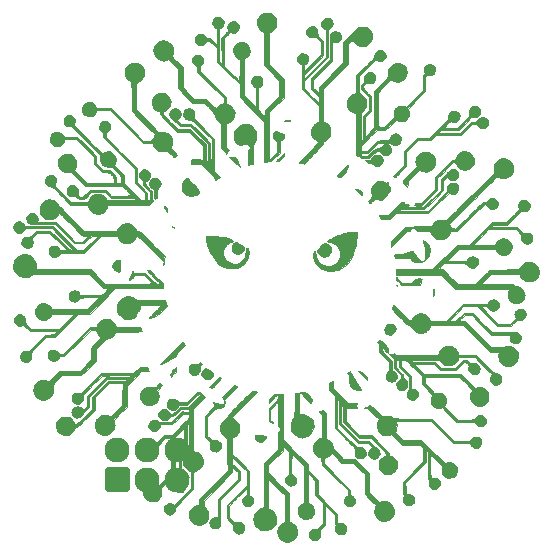
<source format=gbr>
%TF.GenerationSoftware,KiCad,Pcbnew,(5.1.10)-1*%
%TF.CreationDate,2021-09-01T23:06:20-05:00*%
%TF.ProjectId,Bsides-KC-2021-SAO-Village,42736964-6573-42d4-9b43-2d323032312d,rev?*%
%TF.SameCoordinates,Original*%
%TF.FileFunction,Soldermask,Top*%
%TF.FilePolarity,Negative*%
%FSLAX46Y46*%
G04 Gerber Fmt 4.6, Leading zero omitted, Abs format (unit mm)*
G04 Created by KiCad (PCBNEW (5.1.10)-1) date 2021-09-01 23:06:20*
%MOMM*%
%LPD*%
G01*
G04 APERTURE LIST*
%ADD10C,0.010000*%
%ADD11C,2.127200*%
%ADD12O,2.127200X2.127200*%
G04 APERTURE END LIST*
D10*
%TO.C,G\u002A\u002A\u002A*%
G36*
X108229852Y-62983132D02*
G01*
X108291726Y-62997678D01*
X108358143Y-63020151D01*
X108416666Y-63045405D01*
X108454854Y-63068294D01*
X108462880Y-63079529D01*
X108442891Y-63084079D01*
X108388086Y-63088461D01*
X108305979Y-63092268D01*
X108204088Y-63095094D01*
X108161255Y-63095833D01*
X108043251Y-63097381D01*
X107962241Y-63097522D01*
X107912892Y-63095490D01*
X107889870Y-63090518D01*
X107887840Y-63081840D01*
X107901469Y-63068689D01*
X107912620Y-63060096D01*
X108001021Y-63013195D01*
X108108298Y-62985117D01*
X108213266Y-62981000D01*
X108229852Y-62983132D01*
G37*
X108229852Y-62983132D02*
X108291726Y-62997678D01*
X108358143Y-63020151D01*
X108416666Y-63045405D01*
X108454854Y-63068294D01*
X108462880Y-63079529D01*
X108442891Y-63084079D01*
X108388086Y-63088461D01*
X108305979Y-63092268D01*
X108204088Y-63095094D01*
X108161255Y-63095833D01*
X108043251Y-63097381D01*
X107962241Y-63097522D01*
X107912892Y-63095490D01*
X107889870Y-63090518D01*
X107887840Y-63081840D01*
X107901469Y-63068689D01*
X107912620Y-63060096D01*
X108001021Y-63013195D01*
X108108298Y-62985117D01*
X108213266Y-62981000D01*
X108229852Y-62983132D01*
G36*
X97697481Y-56279672D02*
G01*
X97879051Y-56303151D01*
X98048680Y-56364525D01*
X98201154Y-56459891D01*
X98331255Y-56585347D01*
X98433768Y-56736992D01*
X98492304Y-56874220D01*
X98529415Y-57041841D01*
X98529609Y-57212123D01*
X98492760Y-57393232D01*
X98483945Y-57422102D01*
X98458607Y-57504750D01*
X98445920Y-57559338D01*
X98444953Y-57597900D01*
X98454775Y-57632472D01*
X98465761Y-57656945D01*
X98489693Y-57690228D01*
X98540041Y-57747966D01*
X98612424Y-57825564D01*
X98702464Y-57918428D01*
X98805782Y-58021964D01*
X98917998Y-58131577D01*
X98919896Y-58133407D01*
X99340247Y-58538675D01*
X99340247Y-60255495D01*
X99821957Y-60736864D01*
X100303668Y-61218234D01*
X101319811Y-61218234D01*
X101668821Y-61568915D01*
X101771341Y-61671240D01*
X101867115Y-61765553D01*
X101951072Y-61846958D01*
X102018139Y-61910562D01*
X102063246Y-61951472D01*
X102076452Y-61962234D01*
X102135074Y-62004872D01*
X102256369Y-61900015D01*
X102403355Y-61783180D01*
X102535186Y-61700794D01*
X102656704Y-61649996D01*
X102697868Y-61639111D01*
X102811580Y-61613664D01*
X102811580Y-61165166D01*
X100589080Y-58942968D01*
X100588847Y-58773559D01*
X100587058Y-58680809D01*
X100582558Y-58593778D01*
X100576277Y-58529803D01*
X100575506Y-58524848D01*
X100561162Y-58470322D01*
X100532341Y-58441370D01*
X100483686Y-58424352D01*
X100361454Y-58373262D01*
X100267745Y-58292772D01*
X100201574Y-58181521D01*
X100161958Y-58038153D01*
X100152993Y-57967950D01*
X100149541Y-57855663D01*
X100166616Y-57769856D01*
X100209547Y-57697497D01*
X100283663Y-57625553D01*
X100297710Y-57614063D01*
X100424227Y-57535996D01*
X100556720Y-57498046D01*
X100690167Y-57500203D01*
X100819545Y-57542454D01*
X100929383Y-57615628D01*
X101023431Y-57721423D01*
X101079749Y-57843965D01*
X101096615Y-57964538D01*
X101086722Y-58068250D01*
X101052694Y-58161294D01*
X100989554Y-58253520D01*
X100906052Y-58341734D01*
X100779580Y-58463203D01*
X100779580Y-58858000D01*
X102978210Y-61059484D01*
X103001016Y-61333880D01*
X103010684Y-61437544D01*
X103020874Y-61525522D01*
X103030469Y-61589429D01*
X103038352Y-61620878D01*
X103039410Y-61622364D01*
X103068055Y-61637014D01*
X103120576Y-61656418D01*
X103139664Y-61662525D01*
X103299224Y-61733119D01*
X103442258Y-61838818D01*
X103563529Y-61973930D01*
X103657801Y-62132760D01*
X103714141Y-62287150D01*
X103736306Y-62406548D01*
X103735340Y-62522558D01*
X103709596Y-62644572D01*
X103657427Y-62781984D01*
X103610021Y-62881142D01*
X103526480Y-63003577D01*
X103408017Y-63115834D01*
X103261783Y-63212450D01*
X103094925Y-63287964D01*
X103063421Y-63298838D01*
X103049646Y-63307187D01*
X103038067Y-63324646D01*
X103028498Y-63354579D01*
X103020754Y-63400352D01*
X103014650Y-63465329D01*
X103010001Y-63552876D01*
X103006620Y-63666357D01*
X103004323Y-63809137D01*
X103002925Y-63984583D01*
X103002240Y-64196057D01*
X103002080Y-64412725D01*
X103002080Y-65315309D01*
X103128173Y-65440085D01*
X103254265Y-65564862D01*
X103182287Y-65644533D01*
X103131775Y-65706146D01*
X103088829Y-65768049D01*
X103076817Y-65788969D01*
X103053140Y-65832207D01*
X103038991Y-65853322D01*
X103038200Y-65853734D01*
X103022288Y-65839579D01*
X102981941Y-65800627D01*
X102922529Y-65742142D01*
X102849422Y-65669388D01*
X102814204Y-65634116D01*
X102595334Y-65414498D01*
X102592168Y-64379991D01*
X102590996Y-64137335D01*
X102589076Y-63920249D01*
X102586467Y-63731331D01*
X102583227Y-63573177D01*
X102579414Y-63448386D01*
X102575086Y-63359555D01*
X102570302Y-63309282D01*
X102567999Y-63299896D01*
X102541076Y-63265332D01*
X102489775Y-63216875D01*
X102424709Y-63164460D01*
X102418207Y-63159643D01*
X102284489Y-63037076D01*
X102172229Y-62885186D01*
X102088772Y-62714562D01*
X102068749Y-62655770D01*
X102045735Y-62586350D01*
X102019227Y-62522912D01*
X101985558Y-62460575D01*
X101941063Y-62394460D01*
X101882074Y-62319688D01*
X101804927Y-62231380D01*
X101705954Y-62124656D01*
X101581492Y-61994637D01*
X101539139Y-61950879D01*
X101177679Y-61578067D01*
X100666421Y-61577893D01*
X100155164Y-61577720D01*
X98938080Y-60332696D01*
X98937260Y-59510756D01*
X98936439Y-58688817D01*
X98540385Y-58280937D01*
X98144330Y-57873058D01*
X97953979Y-57926396D01*
X97822573Y-57959954D01*
X97717969Y-57976572D01*
X97627800Y-57975363D01*
X97539694Y-57955438D01*
X97441284Y-57915907D01*
X97377249Y-57884969D01*
X97206195Y-57782966D01*
X97071576Y-57665145D01*
X96969149Y-57527421D01*
X96931171Y-57455183D01*
X96904101Y-57391948D01*
X96887224Y-57334031D01*
X96878227Y-57267863D01*
X96874796Y-57179874D01*
X96874444Y-57122484D01*
X96875622Y-57020225D01*
X96880904Y-56946845D01*
X96892719Y-56888923D01*
X96913492Y-56833037D01*
X96935119Y-56787015D01*
X97024021Y-56648161D01*
X97146292Y-56519288D01*
X97292997Y-56408913D01*
X97387591Y-56355821D01*
X97473517Y-56315507D01*
X97539601Y-56292102D01*
X97602726Y-56281458D01*
X97679776Y-56279425D01*
X97697481Y-56279672D01*
G37*
X97697481Y-56279672D02*
X97879051Y-56303151D01*
X98048680Y-56364525D01*
X98201154Y-56459891D01*
X98331255Y-56585347D01*
X98433768Y-56736992D01*
X98492304Y-56874220D01*
X98529415Y-57041841D01*
X98529609Y-57212123D01*
X98492760Y-57393232D01*
X98483945Y-57422102D01*
X98458607Y-57504750D01*
X98445920Y-57559338D01*
X98444953Y-57597900D01*
X98454775Y-57632472D01*
X98465761Y-57656945D01*
X98489693Y-57690228D01*
X98540041Y-57747966D01*
X98612424Y-57825564D01*
X98702464Y-57918428D01*
X98805782Y-58021964D01*
X98917998Y-58131577D01*
X98919896Y-58133407D01*
X99340247Y-58538675D01*
X99340247Y-60255495D01*
X99821957Y-60736864D01*
X100303668Y-61218234D01*
X101319811Y-61218234D01*
X101668821Y-61568915D01*
X101771341Y-61671240D01*
X101867115Y-61765553D01*
X101951072Y-61846958D01*
X102018139Y-61910562D01*
X102063246Y-61951472D01*
X102076452Y-61962234D01*
X102135074Y-62004872D01*
X102256369Y-61900015D01*
X102403355Y-61783180D01*
X102535186Y-61700794D01*
X102656704Y-61649996D01*
X102697868Y-61639111D01*
X102811580Y-61613664D01*
X102811580Y-61165166D01*
X100589080Y-58942968D01*
X100588847Y-58773559D01*
X100587058Y-58680809D01*
X100582558Y-58593778D01*
X100576277Y-58529803D01*
X100575506Y-58524848D01*
X100561162Y-58470322D01*
X100532341Y-58441370D01*
X100483686Y-58424352D01*
X100361454Y-58373262D01*
X100267745Y-58292772D01*
X100201574Y-58181521D01*
X100161958Y-58038153D01*
X100152993Y-57967950D01*
X100149541Y-57855663D01*
X100166616Y-57769856D01*
X100209547Y-57697497D01*
X100283663Y-57625553D01*
X100297710Y-57614063D01*
X100424227Y-57535996D01*
X100556720Y-57498046D01*
X100690167Y-57500203D01*
X100819545Y-57542454D01*
X100929383Y-57615628D01*
X101023431Y-57721423D01*
X101079749Y-57843965D01*
X101096615Y-57964538D01*
X101086722Y-58068250D01*
X101052694Y-58161294D01*
X100989554Y-58253520D01*
X100906052Y-58341734D01*
X100779580Y-58463203D01*
X100779580Y-58858000D01*
X102978210Y-61059484D01*
X103001016Y-61333880D01*
X103010684Y-61437544D01*
X103020874Y-61525522D01*
X103030469Y-61589429D01*
X103038352Y-61620878D01*
X103039410Y-61622364D01*
X103068055Y-61637014D01*
X103120576Y-61656418D01*
X103139664Y-61662525D01*
X103299224Y-61733119D01*
X103442258Y-61838818D01*
X103563529Y-61973930D01*
X103657801Y-62132760D01*
X103714141Y-62287150D01*
X103736306Y-62406548D01*
X103735340Y-62522558D01*
X103709596Y-62644572D01*
X103657427Y-62781984D01*
X103610021Y-62881142D01*
X103526480Y-63003577D01*
X103408017Y-63115834D01*
X103261783Y-63212450D01*
X103094925Y-63287964D01*
X103063421Y-63298838D01*
X103049646Y-63307187D01*
X103038067Y-63324646D01*
X103028498Y-63354579D01*
X103020754Y-63400352D01*
X103014650Y-63465329D01*
X103010001Y-63552876D01*
X103006620Y-63666357D01*
X103004323Y-63809137D01*
X103002925Y-63984583D01*
X103002240Y-64196057D01*
X103002080Y-64412725D01*
X103002080Y-65315309D01*
X103128173Y-65440085D01*
X103254265Y-65564862D01*
X103182287Y-65644533D01*
X103131775Y-65706146D01*
X103088829Y-65768049D01*
X103076817Y-65788969D01*
X103053140Y-65832207D01*
X103038991Y-65853322D01*
X103038200Y-65853734D01*
X103022288Y-65839579D01*
X102981941Y-65800627D01*
X102922529Y-65742142D01*
X102849422Y-65669388D01*
X102814204Y-65634116D01*
X102595334Y-65414498D01*
X102592168Y-64379991D01*
X102590996Y-64137335D01*
X102589076Y-63920249D01*
X102586467Y-63731331D01*
X102583227Y-63573177D01*
X102579414Y-63448386D01*
X102575086Y-63359555D01*
X102570302Y-63309282D01*
X102567999Y-63299896D01*
X102541076Y-63265332D01*
X102489775Y-63216875D01*
X102424709Y-63164460D01*
X102418207Y-63159643D01*
X102284489Y-63037076D01*
X102172229Y-62885186D01*
X102088772Y-62714562D01*
X102068749Y-62655770D01*
X102045735Y-62586350D01*
X102019227Y-62522912D01*
X101985558Y-62460575D01*
X101941063Y-62394460D01*
X101882074Y-62319688D01*
X101804927Y-62231380D01*
X101705954Y-62124656D01*
X101581492Y-61994637D01*
X101539139Y-61950879D01*
X101177679Y-61578067D01*
X100666421Y-61577893D01*
X100155164Y-61577720D01*
X98938080Y-60332696D01*
X98937260Y-59510756D01*
X98936439Y-58688817D01*
X98540385Y-58280937D01*
X98144330Y-57873058D01*
X97953979Y-57926396D01*
X97822573Y-57959954D01*
X97717969Y-57976572D01*
X97627800Y-57975363D01*
X97539694Y-57955438D01*
X97441284Y-57915907D01*
X97377249Y-57884969D01*
X97206195Y-57782966D01*
X97071576Y-57665145D01*
X96969149Y-57527421D01*
X96931171Y-57455183D01*
X96904101Y-57391948D01*
X96887224Y-57334031D01*
X96878227Y-57267863D01*
X96874796Y-57179874D01*
X96874444Y-57122484D01*
X96875622Y-57020225D01*
X96880904Y-56946845D01*
X96892719Y-56888923D01*
X96913492Y-56833037D01*
X96935119Y-56787015D01*
X97024021Y-56648161D01*
X97146292Y-56519288D01*
X97292997Y-56408913D01*
X97387591Y-56355821D01*
X97473517Y-56315507D01*
X97539601Y-56292102D01*
X97602726Y-56281458D01*
X97679776Y-56279425D01*
X97697481Y-56279672D01*
G36*
X95333192Y-58155267D02*
G01*
X95511270Y-58188252D01*
X95671094Y-58255795D01*
X95809869Y-58353047D01*
X95924802Y-58475158D01*
X96013097Y-58617276D01*
X96071960Y-58774550D01*
X96098595Y-58942132D01*
X96090208Y-59115169D01*
X96044005Y-59288811D01*
X96019504Y-59346443D01*
X95929340Y-59494990D01*
X95807013Y-59621545D01*
X95649415Y-59729060D01*
X95576076Y-59767263D01*
X95403247Y-59850876D01*
X95403247Y-60626424D01*
X95403651Y-60822404D01*
X95404799Y-61021287D01*
X95406593Y-61215093D01*
X95408934Y-61395844D01*
X95411723Y-61555561D01*
X95414864Y-61686265D01*
X95417114Y-61753582D01*
X95430981Y-62105192D01*
X96359097Y-63053421D01*
X97287212Y-64001650D01*
X97546438Y-64015124D01*
X97716956Y-64029302D01*
X97855466Y-64054025D01*
X97971590Y-64092160D01*
X98074953Y-64146572D01*
X98139531Y-64191779D01*
X98265318Y-64313534D01*
X98357509Y-64460749D01*
X98415797Y-64632729D01*
X98439872Y-64828779D01*
X98440554Y-64869796D01*
X98438438Y-64972988D01*
X98429876Y-65051147D01*
X98411759Y-65121445D01*
X98380974Y-65201049D01*
X98380220Y-65202825D01*
X98319777Y-65345042D01*
X98606592Y-65643922D01*
X98893406Y-65942801D01*
X98764903Y-66062309D01*
X98704218Y-66117951D01*
X98655441Y-66161198D01*
X98626728Y-66184871D01*
X98623128Y-66187132D01*
X98604804Y-66174508D01*
X98561469Y-66136198D01*
X98497856Y-66076644D01*
X98418693Y-66000288D01*
X98328712Y-65911571D01*
X98313594Y-65896493D01*
X98017330Y-65600539D01*
X97883153Y-65642470D01*
X97701925Y-65678511D01*
X97522588Y-65675751D01*
X97350513Y-65636968D01*
X97191070Y-65564941D01*
X97049633Y-65462451D01*
X96931572Y-65332276D01*
X96842259Y-65177197D01*
X96808594Y-65086442D01*
X96771349Y-64964734D01*
X95985209Y-64964734D01*
X94598914Y-63578317D01*
X93212618Y-62191900D01*
X92625182Y-62191900D01*
X92444014Y-62192315D01*
X92301463Y-62193671D01*
X92193820Y-62196134D01*
X92117376Y-62199873D01*
X92068420Y-62205054D01*
X92043245Y-62211844D01*
X92037730Y-62218359D01*
X92025377Y-62270433D01*
X91993164Y-62342627D01*
X91948294Y-62422504D01*
X91897967Y-62497628D01*
X91849383Y-62555561D01*
X91834710Y-62568994D01*
X91709455Y-62646103D01*
X91566686Y-62690553D01*
X91415710Y-62702435D01*
X91265837Y-62681841D01*
X91126375Y-62628862D01*
X91026015Y-62561060D01*
X90924368Y-62447008D01*
X90857183Y-62309202D01*
X90825316Y-62149633D01*
X90822664Y-62088738D01*
X90834803Y-61939558D01*
X90876011Y-61815235D01*
X90950256Y-61706539D01*
X91014110Y-61643395D01*
X91135441Y-61559647D01*
X91272602Y-61510545D01*
X91432583Y-61493649D01*
X91443559Y-61493607D01*
X91600678Y-61512881D01*
X91738631Y-61569647D01*
X91856207Y-61663058D01*
X91952195Y-61792270D01*
X91995800Y-61879331D01*
X92048330Y-62000678D01*
X92665327Y-62001039D01*
X93282323Y-62001400D01*
X94647127Y-63377234D01*
X96011931Y-64753067D01*
X96362024Y-64753067D01*
X96481537Y-64752317D01*
X96587691Y-64750244D01*
X96672601Y-64747113D01*
X96728385Y-64743186D01*
X96745599Y-64740219D01*
X96774083Y-64710698D01*
X96779080Y-64688317D01*
X96788342Y-64654457D01*
X96813457Y-64592504D01*
X96850418Y-64511752D01*
X96888377Y-64434838D01*
X96997675Y-64220413D01*
X96009961Y-63232531D01*
X95022247Y-62244650D01*
X95020137Y-61069983D01*
X95019488Y-60849443D01*
X95018387Y-60640557D01*
X95016888Y-60447355D01*
X95015044Y-60273866D01*
X95012911Y-60124119D01*
X95010542Y-60002146D01*
X95007991Y-59911975D01*
X95005314Y-59857636D01*
X95003632Y-59843774D01*
X94972108Y-59796833D01*
X94908218Y-59749808D01*
X94894617Y-59742321D01*
X94770628Y-59657423D01*
X94653071Y-59540248D01*
X94551360Y-59400748D01*
X94520076Y-59346309D01*
X94484242Y-59277404D01*
X94461125Y-59223387D01*
X94447941Y-59171305D01*
X94441905Y-59108208D01*
X94440234Y-59021142D01*
X94440164Y-58974567D01*
X94441025Y-58872173D01*
X94445210Y-58799598D01*
X94455118Y-58744339D01*
X94473148Y-58693891D01*
X94501700Y-58635750D01*
X94507184Y-58625317D01*
X94613326Y-58466070D01*
X94745756Y-58336392D01*
X94899505Y-58239112D01*
X95069604Y-58177056D01*
X95251086Y-58153052D01*
X95333192Y-58155267D01*
G37*
X95333192Y-58155267D02*
X95511270Y-58188252D01*
X95671094Y-58255795D01*
X95809869Y-58353047D01*
X95924802Y-58475158D01*
X96013097Y-58617276D01*
X96071960Y-58774550D01*
X96098595Y-58942132D01*
X96090208Y-59115169D01*
X96044005Y-59288811D01*
X96019504Y-59346443D01*
X95929340Y-59494990D01*
X95807013Y-59621545D01*
X95649415Y-59729060D01*
X95576076Y-59767263D01*
X95403247Y-59850876D01*
X95403247Y-60626424D01*
X95403651Y-60822404D01*
X95404799Y-61021287D01*
X95406593Y-61215093D01*
X95408934Y-61395844D01*
X95411723Y-61555561D01*
X95414864Y-61686265D01*
X95417114Y-61753582D01*
X95430981Y-62105192D01*
X96359097Y-63053421D01*
X97287212Y-64001650D01*
X97546438Y-64015124D01*
X97716956Y-64029302D01*
X97855466Y-64054025D01*
X97971590Y-64092160D01*
X98074953Y-64146572D01*
X98139531Y-64191779D01*
X98265318Y-64313534D01*
X98357509Y-64460749D01*
X98415797Y-64632729D01*
X98439872Y-64828779D01*
X98440554Y-64869796D01*
X98438438Y-64972988D01*
X98429876Y-65051147D01*
X98411759Y-65121445D01*
X98380974Y-65201049D01*
X98380220Y-65202825D01*
X98319777Y-65345042D01*
X98606592Y-65643922D01*
X98893406Y-65942801D01*
X98764903Y-66062309D01*
X98704218Y-66117951D01*
X98655441Y-66161198D01*
X98626728Y-66184871D01*
X98623128Y-66187132D01*
X98604804Y-66174508D01*
X98561469Y-66136198D01*
X98497856Y-66076644D01*
X98418693Y-66000288D01*
X98328712Y-65911571D01*
X98313594Y-65896493D01*
X98017330Y-65600539D01*
X97883153Y-65642470D01*
X97701925Y-65678511D01*
X97522588Y-65675751D01*
X97350513Y-65636968D01*
X97191070Y-65564941D01*
X97049633Y-65462451D01*
X96931572Y-65332276D01*
X96842259Y-65177197D01*
X96808594Y-65086442D01*
X96771349Y-64964734D01*
X95985209Y-64964734D01*
X94598914Y-63578317D01*
X93212618Y-62191900D01*
X92625182Y-62191900D01*
X92444014Y-62192315D01*
X92301463Y-62193671D01*
X92193820Y-62196134D01*
X92117376Y-62199873D01*
X92068420Y-62205054D01*
X92043245Y-62211844D01*
X92037730Y-62218359D01*
X92025377Y-62270433D01*
X91993164Y-62342627D01*
X91948294Y-62422504D01*
X91897967Y-62497628D01*
X91849383Y-62555561D01*
X91834710Y-62568994D01*
X91709455Y-62646103D01*
X91566686Y-62690553D01*
X91415710Y-62702435D01*
X91265837Y-62681841D01*
X91126375Y-62628862D01*
X91026015Y-62561060D01*
X90924368Y-62447008D01*
X90857183Y-62309202D01*
X90825316Y-62149633D01*
X90822664Y-62088738D01*
X90834803Y-61939558D01*
X90876011Y-61815235D01*
X90950256Y-61706539D01*
X91014110Y-61643395D01*
X91135441Y-61559647D01*
X91272602Y-61510545D01*
X91432583Y-61493649D01*
X91443559Y-61493607D01*
X91600678Y-61512881D01*
X91738631Y-61569647D01*
X91856207Y-61663058D01*
X91952195Y-61792270D01*
X91995800Y-61879331D01*
X92048330Y-62000678D01*
X92665327Y-62001039D01*
X93282323Y-62001400D01*
X94647127Y-63377234D01*
X96011931Y-64753067D01*
X96362024Y-64753067D01*
X96481537Y-64752317D01*
X96587691Y-64750244D01*
X96672601Y-64747113D01*
X96728385Y-64743186D01*
X96745599Y-64740219D01*
X96774083Y-64710698D01*
X96779080Y-64688317D01*
X96788342Y-64654457D01*
X96813457Y-64592504D01*
X96850418Y-64511752D01*
X96888377Y-64434838D01*
X96997675Y-64220413D01*
X96009961Y-63232531D01*
X95022247Y-62244650D01*
X95020137Y-61069983D01*
X95019488Y-60849443D01*
X95018387Y-60640557D01*
X95016888Y-60447355D01*
X95015044Y-60273866D01*
X95012911Y-60124119D01*
X95010542Y-60002146D01*
X95007991Y-59911975D01*
X95005314Y-59857636D01*
X95003632Y-59843774D01*
X94972108Y-59796833D01*
X94908218Y-59749808D01*
X94894617Y-59742321D01*
X94770628Y-59657423D01*
X94653071Y-59540248D01*
X94551360Y-59400748D01*
X94520076Y-59346309D01*
X94484242Y-59277404D01*
X94461125Y-59223387D01*
X94447941Y-59171305D01*
X94441905Y-59108208D01*
X94440234Y-59021142D01*
X94440164Y-58974567D01*
X94441025Y-58872173D01*
X94445210Y-58799598D01*
X94455118Y-58744339D01*
X94473148Y-58693891D01*
X94501700Y-58635750D01*
X94507184Y-58625317D01*
X94613326Y-58466070D01*
X94745756Y-58336392D01*
X94899505Y-58239112D01*
X95069604Y-58177056D01*
X95251086Y-58153052D01*
X95333192Y-58155267D01*
G36*
X116160301Y-57109458D02*
G01*
X116283850Y-57160988D01*
X116387427Y-57240269D01*
X116463995Y-57342043D01*
X116504302Y-57449940D01*
X116524418Y-57578795D01*
X116520945Y-57681445D01*
X116491694Y-57768211D01*
X116434478Y-57849413D01*
X116415157Y-57870463D01*
X116299160Y-57963715D01*
X116168542Y-58018328D01*
X116027315Y-58033673D01*
X115879494Y-58009120D01*
X115778986Y-57970142D01*
X115654809Y-57910823D01*
X114948195Y-58617202D01*
X114241580Y-59323580D01*
X114241580Y-60764041D01*
X114409455Y-60844509D01*
X114578068Y-60945775D01*
X114712859Y-61072072D01*
X114814880Y-61224424D01*
X114830436Y-61255951D01*
X114856767Y-61316904D01*
X114873491Y-61372426D01*
X114882718Y-61435293D01*
X114886555Y-61518279D01*
X114887164Y-61599679D01*
X114886259Y-61702621D01*
X114881879Y-61776326D01*
X114871527Y-61833876D01*
X114852705Y-61888355D01*
X114822914Y-61952848D01*
X114817725Y-61963424D01*
X114735756Y-62093338D01*
X114625836Y-62215659D01*
X114501733Y-62315625D01*
X114471620Y-62334501D01*
X114410914Y-62370361D01*
X114411784Y-64848317D01*
X114505786Y-64742484D01*
X114599787Y-64636650D01*
X114600600Y-63652055D01*
X114601414Y-62667460D01*
X114844830Y-62424734D01*
X115088247Y-62182007D01*
X115088247Y-61045257D01*
X114758646Y-60703120D01*
X114429044Y-60360984D01*
X114442658Y-60233984D01*
X114477750Y-60069826D01*
X114544147Y-59927996D01*
X114610539Y-59842400D01*
X114672966Y-59770788D01*
X114708205Y-59708808D01*
X114721661Y-59640530D01*
X114718741Y-59550025D01*
X114716808Y-59529271D01*
X114713657Y-59387461D01*
X114737188Y-59270690D01*
X114790271Y-59168996D01*
X114837205Y-59111393D01*
X114942989Y-59024531D01*
X115062250Y-58972969D01*
X115187679Y-58955812D01*
X115311970Y-58972165D01*
X115427814Y-59021133D01*
X115527904Y-59101822D01*
X115600602Y-59204852D01*
X115649877Y-59340194D01*
X115658153Y-59474927D01*
X115626104Y-59604081D01*
X115554400Y-59722687D01*
X115526382Y-59754297D01*
X115413286Y-59847642D01*
X115290611Y-59900239D01*
X115155486Y-59912899D01*
X115032303Y-59893779D01*
X114958998Y-59876423D01*
X114912853Y-59870687D01*
X114880134Y-59877254D01*
X114847105Y-59896808D01*
X114837677Y-59903458D01*
X114767048Y-59967167D01*
X114699826Y-60049851D01*
X114650650Y-60132935D01*
X114643597Y-60149712D01*
X114634324Y-60197205D01*
X114643060Y-60250508D01*
X114672310Y-60313478D01*
X114724580Y-60389971D01*
X114802375Y-60483844D01*
X114908201Y-60598952D01*
X114991601Y-60685346D01*
X115278747Y-60978891D01*
X115278747Y-62266674D01*
X115035330Y-62509400D01*
X114791914Y-62752126D01*
X114791914Y-64441528D01*
X115182464Y-64041672D01*
X115573015Y-63641817D01*
X115574706Y-62096650D01*
X115576398Y-60551484D01*
X116062761Y-60054067D01*
X116185274Y-59928411D01*
X116302802Y-59807197D01*
X116410851Y-59695108D01*
X116504932Y-59596826D01*
X116580551Y-59517036D01*
X116633218Y-59460421D01*
X116649477Y-59442339D01*
X116749830Y-59328028D01*
X116749830Y-59040172D01*
X116750558Y-58919870D01*
X116753551Y-58832211D01*
X116760022Y-58767519D01*
X116771182Y-58716116D01*
X116788245Y-58668326D01*
X116799732Y-58641959D01*
X116877516Y-58516977D01*
X116988157Y-58404403D01*
X117122584Y-58310782D01*
X117271729Y-58242656D01*
X117397610Y-58210575D01*
X117534511Y-58202637D01*
X117685053Y-58216698D01*
X117828494Y-58250061D01*
X117896199Y-58275376D01*
X118029345Y-58356209D01*
X118138011Y-58466393D01*
X118220694Y-58599721D01*
X118275889Y-58749988D01*
X118302092Y-58910987D01*
X118297798Y-59076513D01*
X118261504Y-59240360D01*
X118191704Y-59396322D01*
X118174693Y-59424295D01*
X118068601Y-59553083D01*
X117935262Y-59654818D01*
X117782577Y-59726046D01*
X117618447Y-59763313D01*
X117450773Y-59763162D01*
X117412752Y-59757509D01*
X117283261Y-59724158D01*
X117152852Y-59672963D01*
X117040835Y-59611817D01*
X117018848Y-59596549D01*
X117003699Y-59586591D01*
X116988171Y-59582550D01*
X116968510Y-59587453D01*
X116940963Y-59604324D01*
X116901776Y-59636190D01*
X116847198Y-59686076D01*
X116773475Y-59757009D01*
X116676853Y-59852014D01*
X116566855Y-59960957D01*
X116450135Y-60077408D01*
X116335085Y-60193543D01*
X116227702Y-60303206D01*
X116133987Y-60400241D01*
X116059939Y-60478492D01*
X116020435Y-60521691D01*
X115877526Y-60682399D01*
X115861976Y-61070375D01*
X115859123Y-61172048D01*
X115857099Y-61309794D01*
X115855905Y-61477359D01*
X115855541Y-61668493D01*
X115856008Y-61876941D01*
X115857306Y-62096452D01*
X115859436Y-62320773D01*
X115861899Y-62510493D01*
X115877371Y-63562635D01*
X116123101Y-63573222D01*
X116368830Y-63583809D01*
X116794148Y-63161227D01*
X117219466Y-62738646D01*
X117210032Y-62534065D01*
X117212108Y-62369044D01*
X117236963Y-62232721D01*
X117287326Y-62116511D01*
X117365927Y-62011827D01*
X117381164Y-61995719D01*
X117511867Y-61889220D01*
X117657517Y-61821711D01*
X117815179Y-61793808D01*
X117981918Y-61806131D01*
X118110945Y-61842063D01*
X118265560Y-61898371D01*
X118788278Y-61390513D01*
X118921424Y-61260914D01*
X119053551Y-61131864D01*
X119179352Y-61008581D01*
X119293520Y-60896279D01*
X119390749Y-60800174D01*
X119465731Y-60725481D01*
X119495086Y-60695903D01*
X119679175Y-60509150D01*
X119685586Y-59881120D01*
X119691997Y-59253091D01*
X119763410Y-59151824D01*
X119834823Y-59050558D01*
X119800347Y-58954354D01*
X119771693Y-58825499D01*
X119772666Y-58692653D01*
X119801271Y-58566956D01*
X119855514Y-58459545D01*
X119897792Y-58410151D01*
X119995504Y-58333164D01*
X120095967Y-58290550D01*
X120214269Y-58276185D01*
X120228279Y-58276067D01*
X120373279Y-58294992D01*
X120498070Y-58349181D01*
X120598514Y-58434756D01*
X120670476Y-58547837D01*
X120709821Y-58684548D01*
X120714827Y-58732336D01*
X120707496Y-58869837D01*
X120665015Y-58985652D01*
X120585287Y-59084543D01*
X120544781Y-59118679D01*
X120412979Y-59196987D01*
X120275646Y-59234613D01*
X120135822Y-59230796D01*
X120114208Y-59226465D01*
X120045889Y-59212707D01*
X120004497Y-59211138D01*
X119975994Y-59223274D01*
X119953063Y-59243843D01*
X119931104Y-59271020D01*
X119913489Y-59307025D01*
X119899754Y-59356432D01*
X119889433Y-59423815D01*
X119882063Y-59513746D01*
X119877178Y-59630798D01*
X119874313Y-59779546D01*
X119873003Y-59964562D01*
X119872835Y-60033015D01*
X119871914Y-60594047D01*
X119143837Y-61321894D01*
X118415761Y-62049741D01*
X118458300Y-62168446D01*
X118495127Y-62318892D01*
X118503419Y-62475494D01*
X118483387Y-62624460D01*
X118449818Y-62723062D01*
X118362724Y-62868023D01*
X118251491Y-62979990D01*
X118120029Y-63057678D01*
X117972248Y-63099799D01*
X117812057Y-63105068D01*
X117643365Y-63072200D01*
X117525256Y-63027162D01*
X117408584Y-62973748D01*
X116961665Y-63418908D01*
X116514746Y-63864067D01*
X115774553Y-63864067D01*
X115159131Y-64483192D01*
X115023403Y-64620371D01*
X114894788Y-64751570D01*
X114776887Y-64873027D01*
X114673300Y-64980982D01*
X114587629Y-65071672D01*
X114523472Y-65141337D01*
X114484432Y-65186216D01*
X114477311Y-65195451D01*
X114442070Y-65249272D01*
X114422062Y-65297076D01*
X114413081Y-65354625D01*
X114410918Y-65437681D01*
X114410914Y-65444159D01*
X114410914Y-65599734D01*
X114970509Y-65599734D01*
X115394503Y-65178802D01*
X115818497Y-64757871D01*
X116294747Y-64747347D01*
X116434355Y-64743638D01*
X116561134Y-64739088D01*
X116668474Y-64734031D01*
X116749768Y-64728798D01*
X116798407Y-64723722D01*
X116808039Y-64721514D01*
X116838121Y-64686789D01*
X116845080Y-64637766D01*
X116854565Y-64583612D01*
X116879338Y-64509340D01*
X116911340Y-64436731D01*
X116964108Y-64345690D01*
X117021048Y-64281856D01*
X117072172Y-64244158D01*
X117207403Y-64179138D01*
X117340385Y-64153051D01*
X117466014Y-64163166D01*
X117579189Y-64206753D01*
X117674806Y-64281082D01*
X117747763Y-64383422D01*
X117792957Y-64511043D01*
X117805732Y-64636650D01*
X117788541Y-64785337D01*
X117738425Y-64911245D01*
X117657570Y-65011168D01*
X117548163Y-65081899D01*
X117486815Y-65104346D01*
X117388659Y-65123971D01*
X117296651Y-65120264D01*
X117198894Y-65091097D01*
X117083489Y-65034343D01*
X117077914Y-65031232D01*
X116940330Y-64954150D01*
X115877168Y-64940970D01*
X115466832Y-65365595D01*
X115056497Y-65790221D01*
X114733705Y-65790227D01*
X114410914Y-65790234D01*
X114410914Y-66023067D01*
X115049143Y-66023067D01*
X115317142Y-65756426D01*
X115408200Y-65667490D01*
X115493425Y-65587302D01*
X115566575Y-65521504D01*
X115621414Y-65475734D01*
X115648166Y-65457193D01*
X115700713Y-65439262D01*
X115779026Y-65423051D01*
X115866569Y-65411950D01*
X115870456Y-65411626D01*
X115952799Y-65403690D01*
X116003407Y-65393810D01*
X116032831Y-65378014D01*
X116051618Y-65352330D01*
X116057119Y-65341351D01*
X116112028Y-65260396D01*
X116193382Y-65181122D01*
X116286989Y-65117071D01*
X116298640Y-65110914D01*
X116433618Y-65062549D01*
X116564643Y-65053184D01*
X116686423Y-65079509D01*
X116793666Y-65138212D01*
X116881079Y-65225980D01*
X116943373Y-65339503D01*
X116975254Y-65475470D01*
X116978306Y-65536234D01*
X116962242Y-65679570D01*
X116912723Y-65799092D01*
X116827753Y-65899310D01*
X116811695Y-65913065D01*
X116697493Y-65981916D01*
X116572728Y-66013828D01*
X116444493Y-66010339D01*
X116319881Y-65972986D01*
X116205984Y-65903306D01*
X116109896Y-65802836D01*
X116077832Y-65754021D01*
X116032930Y-65683754D01*
X115994789Y-65643072D01*
X115953657Y-65622583D01*
X115937198Y-65618534D01*
X115876986Y-65612816D01*
X115815628Y-65622389D01*
X115749204Y-65649955D01*
X115673797Y-65698214D01*
X115585489Y-65769867D01*
X115480360Y-65867614D01*
X115354492Y-65994158D01*
X115280683Y-66071040D01*
X115145037Y-66213567D01*
X114793850Y-66213427D01*
X114662170Y-66212950D01*
X114565642Y-66211138D01*
X114497090Y-66207239D01*
X114449338Y-66200501D01*
X114415208Y-66190171D01*
X114387525Y-66175499D01*
X114379164Y-66169974D01*
X114328172Y-66138457D01*
X114254859Y-66097020D01*
X114174857Y-66054492D01*
X114172789Y-66053431D01*
X114029914Y-65980201D01*
X114029914Y-62453903D01*
X113918789Y-62426088D01*
X113727023Y-62359591D01*
X113562950Y-62264612D01*
X113428879Y-62144100D01*
X113327119Y-62001002D01*
X113259979Y-61838267D01*
X113229767Y-61658844D01*
X113230167Y-61546839D01*
X113262098Y-61363850D01*
X113331498Y-61196744D01*
X113435305Y-61049187D01*
X113570458Y-60924846D01*
X113733893Y-60827387D01*
X113876455Y-60773155D01*
X114029914Y-60727277D01*
X114029914Y-59265244D01*
X114733705Y-58552834D01*
X114878098Y-58406111D01*
X115015067Y-58265857D01*
X115141357Y-58135480D01*
X115253714Y-58018389D01*
X115348881Y-57917994D01*
X115423603Y-57837705D01*
X115474627Y-57780931D01*
X115497577Y-57752781D01*
X115546613Y-57655877D01*
X115573741Y-57535313D01*
X115574424Y-57529940D01*
X115597820Y-57406730D01*
X115636577Y-57312279D01*
X115696284Y-57234156D01*
X115716065Y-57214858D01*
X115822718Y-57137229D01*
X115937962Y-57097886D01*
X116023821Y-57090940D01*
X116160301Y-57109458D01*
G37*
X116160301Y-57109458D02*
X116283850Y-57160988D01*
X116387427Y-57240269D01*
X116463995Y-57342043D01*
X116504302Y-57449940D01*
X116524418Y-57578795D01*
X116520945Y-57681445D01*
X116491694Y-57768211D01*
X116434478Y-57849413D01*
X116415157Y-57870463D01*
X116299160Y-57963715D01*
X116168542Y-58018328D01*
X116027315Y-58033673D01*
X115879494Y-58009120D01*
X115778986Y-57970142D01*
X115654809Y-57910823D01*
X114948195Y-58617202D01*
X114241580Y-59323580D01*
X114241580Y-60764041D01*
X114409455Y-60844509D01*
X114578068Y-60945775D01*
X114712859Y-61072072D01*
X114814880Y-61224424D01*
X114830436Y-61255951D01*
X114856767Y-61316904D01*
X114873491Y-61372426D01*
X114882718Y-61435293D01*
X114886555Y-61518279D01*
X114887164Y-61599679D01*
X114886259Y-61702621D01*
X114881879Y-61776326D01*
X114871527Y-61833876D01*
X114852705Y-61888355D01*
X114822914Y-61952848D01*
X114817725Y-61963424D01*
X114735756Y-62093338D01*
X114625836Y-62215659D01*
X114501733Y-62315625D01*
X114471620Y-62334501D01*
X114410914Y-62370361D01*
X114411784Y-64848317D01*
X114505786Y-64742484D01*
X114599787Y-64636650D01*
X114600600Y-63652055D01*
X114601414Y-62667460D01*
X114844830Y-62424734D01*
X115088247Y-62182007D01*
X115088247Y-61045257D01*
X114758646Y-60703120D01*
X114429044Y-60360984D01*
X114442658Y-60233984D01*
X114477750Y-60069826D01*
X114544147Y-59927996D01*
X114610539Y-59842400D01*
X114672966Y-59770788D01*
X114708205Y-59708808D01*
X114721661Y-59640530D01*
X114718741Y-59550025D01*
X114716808Y-59529271D01*
X114713657Y-59387461D01*
X114737188Y-59270690D01*
X114790271Y-59168996D01*
X114837205Y-59111393D01*
X114942989Y-59024531D01*
X115062250Y-58972969D01*
X115187679Y-58955812D01*
X115311970Y-58972165D01*
X115427814Y-59021133D01*
X115527904Y-59101822D01*
X115600602Y-59204852D01*
X115649877Y-59340194D01*
X115658153Y-59474927D01*
X115626104Y-59604081D01*
X115554400Y-59722687D01*
X115526382Y-59754297D01*
X115413286Y-59847642D01*
X115290611Y-59900239D01*
X115155486Y-59912899D01*
X115032303Y-59893779D01*
X114958998Y-59876423D01*
X114912853Y-59870687D01*
X114880134Y-59877254D01*
X114847105Y-59896808D01*
X114837677Y-59903458D01*
X114767048Y-59967167D01*
X114699826Y-60049851D01*
X114650650Y-60132935D01*
X114643597Y-60149712D01*
X114634324Y-60197205D01*
X114643060Y-60250508D01*
X114672310Y-60313478D01*
X114724580Y-60389971D01*
X114802375Y-60483844D01*
X114908201Y-60598952D01*
X114991601Y-60685346D01*
X115278747Y-60978891D01*
X115278747Y-62266674D01*
X115035330Y-62509400D01*
X114791914Y-62752126D01*
X114791914Y-64441528D01*
X115182464Y-64041672D01*
X115573015Y-63641817D01*
X115574706Y-62096650D01*
X115576398Y-60551484D01*
X116062761Y-60054067D01*
X116185274Y-59928411D01*
X116302802Y-59807197D01*
X116410851Y-59695108D01*
X116504932Y-59596826D01*
X116580551Y-59517036D01*
X116633218Y-59460421D01*
X116649477Y-59442339D01*
X116749830Y-59328028D01*
X116749830Y-59040172D01*
X116750558Y-58919870D01*
X116753551Y-58832211D01*
X116760022Y-58767519D01*
X116771182Y-58716116D01*
X116788245Y-58668326D01*
X116799732Y-58641959D01*
X116877516Y-58516977D01*
X116988157Y-58404403D01*
X117122584Y-58310782D01*
X117271729Y-58242656D01*
X117397610Y-58210575D01*
X117534511Y-58202637D01*
X117685053Y-58216698D01*
X117828494Y-58250061D01*
X117896199Y-58275376D01*
X118029345Y-58356209D01*
X118138011Y-58466393D01*
X118220694Y-58599721D01*
X118275889Y-58749988D01*
X118302092Y-58910987D01*
X118297798Y-59076513D01*
X118261504Y-59240360D01*
X118191704Y-59396322D01*
X118174693Y-59424295D01*
X118068601Y-59553083D01*
X117935262Y-59654818D01*
X117782577Y-59726046D01*
X117618447Y-59763313D01*
X117450773Y-59763162D01*
X117412752Y-59757509D01*
X117283261Y-59724158D01*
X117152852Y-59672963D01*
X117040835Y-59611817D01*
X117018848Y-59596549D01*
X117003699Y-59586591D01*
X116988171Y-59582550D01*
X116968510Y-59587453D01*
X116940963Y-59604324D01*
X116901776Y-59636190D01*
X116847198Y-59686076D01*
X116773475Y-59757009D01*
X116676853Y-59852014D01*
X116566855Y-59960957D01*
X116450135Y-60077408D01*
X116335085Y-60193543D01*
X116227702Y-60303206D01*
X116133987Y-60400241D01*
X116059939Y-60478492D01*
X116020435Y-60521691D01*
X115877526Y-60682399D01*
X115861976Y-61070375D01*
X115859123Y-61172048D01*
X115857099Y-61309794D01*
X115855905Y-61477359D01*
X115855541Y-61668493D01*
X115856008Y-61876941D01*
X115857306Y-62096452D01*
X115859436Y-62320773D01*
X115861899Y-62510493D01*
X115877371Y-63562635D01*
X116123101Y-63573222D01*
X116368830Y-63583809D01*
X116794148Y-63161227D01*
X117219466Y-62738646D01*
X117210032Y-62534065D01*
X117212108Y-62369044D01*
X117236963Y-62232721D01*
X117287326Y-62116511D01*
X117365927Y-62011827D01*
X117381164Y-61995719D01*
X117511867Y-61889220D01*
X117657517Y-61821711D01*
X117815179Y-61793808D01*
X117981918Y-61806131D01*
X118110945Y-61842063D01*
X118265560Y-61898371D01*
X118788278Y-61390513D01*
X118921424Y-61260914D01*
X119053551Y-61131864D01*
X119179352Y-61008581D01*
X119293520Y-60896279D01*
X119390749Y-60800174D01*
X119465731Y-60725481D01*
X119495086Y-60695903D01*
X119679175Y-60509150D01*
X119685586Y-59881120D01*
X119691997Y-59253091D01*
X119763410Y-59151824D01*
X119834823Y-59050558D01*
X119800347Y-58954354D01*
X119771693Y-58825499D01*
X119772666Y-58692653D01*
X119801271Y-58566956D01*
X119855514Y-58459545D01*
X119897792Y-58410151D01*
X119995504Y-58333164D01*
X120095967Y-58290550D01*
X120214269Y-58276185D01*
X120228279Y-58276067D01*
X120373279Y-58294992D01*
X120498070Y-58349181D01*
X120598514Y-58434756D01*
X120670476Y-58547837D01*
X120709821Y-58684548D01*
X120714827Y-58732336D01*
X120707496Y-58869837D01*
X120665015Y-58985652D01*
X120585287Y-59084543D01*
X120544781Y-59118679D01*
X120412979Y-59196987D01*
X120275646Y-59234613D01*
X120135822Y-59230796D01*
X120114208Y-59226465D01*
X120045889Y-59212707D01*
X120004497Y-59211138D01*
X119975994Y-59223274D01*
X119953063Y-59243843D01*
X119931104Y-59271020D01*
X119913489Y-59307025D01*
X119899754Y-59356432D01*
X119889433Y-59423815D01*
X119882063Y-59513746D01*
X119877178Y-59630798D01*
X119874313Y-59779546D01*
X119873003Y-59964562D01*
X119872835Y-60033015D01*
X119871914Y-60594047D01*
X119143837Y-61321894D01*
X118415761Y-62049741D01*
X118458300Y-62168446D01*
X118495127Y-62318892D01*
X118503419Y-62475494D01*
X118483387Y-62624460D01*
X118449818Y-62723062D01*
X118362724Y-62868023D01*
X118251491Y-62979990D01*
X118120029Y-63057678D01*
X117972248Y-63099799D01*
X117812057Y-63105068D01*
X117643365Y-63072200D01*
X117525256Y-63027162D01*
X117408584Y-62973748D01*
X116961665Y-63418908D01*
X116514746Y-63864067D01*
X115774553Y-63864067D01*
X115159131Y-64483192D01*
X115023403Y-64620371D01*
X114894788Y-64751570D01*
X114776887Y-64873027D01*
X114673300Y-64980982D01*
X114587629Y-65071672D01*
X114523472Y-65141337D01*
X114484432Y-65186216D01*
X114477311Y-65195451D01*
X114442070Y-65249272D01*
X114422062Y-65297076D01*
X114413081Y-65354625D01*
X114410918Y-65437681D01*
X114410914Y-65444159D01*
X114410914Y-65599734D01*
X114970509Y-65599734D01*
X115394503Y-65178802D01*
X115818497Y-64757871D01*
X116294747Y-64747347D01*
X116434355Y-64743638D01*
X116561134Y-64739088D01*
X116668474Y-64734031D01*
X116749768Y-64728798D01*
X116798407Y-64723722D01*
X116808039Y-64721514D01*
X116838121Y-64686789D01*
X116845080Y-64637766D01*
X116854565Y-64583612D01*
X116879338Y-64509340D01*
X116911340Y-64436731D01*
X116964108Y-64345690D01*
X117021048Y-64281856D01*
X117072172Y-64244158D01*
X117207403Y-64179138D01*
X117340385Y-64153051D01*
X117466014Y-64163166D01*
X117579189Y-64206753D01*
X117674806Y-64281082D01*
X117747763Y-64383422D01*
X117792957Y-64511043D01*
X117805732Y-64636650D01*
X117788541Y-64785337D01*
X117738425Y-64911245D01*
X117657570Y-65011168D01*
X117548163Y-65081899D01*
X117486815Y-65104346D01*
X117388659Y-65123971D01*
X117296651Y-65120264D01*
X117198894Y-65091097D01*
X117083489Y-65034343D01*
X117077914Y-65031232D01*
X116940330Y-64954150D01*
X115877168Y-64940970D01*
X115466832Y-65365595D01*
X115056497Y-65790221D01*
X114733705Y-65790227D01*
X114410914Y-65790234D01*
X114410914Y-66023067D01*
X115049143Y-66023067D01*
X115317142Y-65756426D01*
X115408200Y-65667490D01*
X115493425Y-65587302D01*
X115566575Y-65521504D01*
X115621414Y-65475734D01*
X115648166Y-65457193D01*
X115700713Y-65439262D01*
X115779026Y-65423051D01*
X115866569Y-65411950D01*
X115870456Y-65411626D01*
X115952799Y-65403690D01*
X116003407Y-65393810D01*
X116032831Y-65378014D01*
X116051618Y-65352330D01*
X116057119Y-65341351D01*
X116112028Y-65260396D01*
X116193382Y-65181122D01*
X116286989Y-65117071D01*
X116298640Y-65110914D01*
X116433618Y-65062549D01*
X116564643Y-65053184D01*
X116686423Y-65079509D01*
X116793666Y-65138212D01*
X116881079Y-65225980D01*
X116943373Y-65339503D01*
X116975254Y-65475470D01*
X116978306Y-65536234D01*
X116962242Y-65679570D01*
X116912723Y-65799092D01*
X116827753Y-65899310D01*
X116811695Y-65913065D01*
X116697493Y-65981916D01*
X116572728Y-66013828D01*
X116444493Y-66010339D01*
X116319881Y-65972986D01*
X116205984Y-65903306D01*
X116109896Y-65802836D01*
X116077832Y-65754021D01*
X116032930Y-65683754D01*
X115994789Y-65643072D01*
X115953657Y-65622583D01*
X115937198Y-65618534D01*
X115876986Y-65612816D01*
X115815628Y-65622389D01*
X115749204Y-65649955D01*
X115673797Y-65698214D01*
X115585489Y-65769867D01*
X115480360Y-65867614D01*
X115354492Y-65994158D01*
X115280683Y-66071040D01*
X115145037Y-66213567D01*
X114793850Y-66213427D01*
X114662170Y-66212950D01*
X114565642Y-66211138D01*
X114497090Y-66207239D01*
X114449338Y-66200501D01*
X114415208Y-66190171D01*
X114387525Y-66175499D01*
X114379164Y-66169974D01*
X114328172Y-66138457D01*
X114254859Y-66097020D01*
X114174857Y-66054492D01*
X114172789Y-66053431D01*
X114029914Y-65980201D01*
X114029914Y-62453903D01*
X113918789Y-62426088D01*
X113727023Y-62359591D01*
X113562950Y-62264612D01*
X113428879Y-62144100D01*
X113327119Y-62001002D01*
X113259979Y-61838267D01*
X113229767Y-61658844D01*
X113230167Y-61546839D01*
X113262098Y-61363850D01*
X113331498Y-61196744D01*
X113435305Y-61049187D01*
X113570458Y-60924846D01*
X113733893Y-60827387D01*
X113876455Y-60773155D01*
X114029914Y-60727277D01*
X114029914Y-59265244D01*
X114733705Y-58552834D01*
X114878098Y-58406111D01*
X115015067Y-58265857D01*
X115141357Y-58135480D01*
X115253714Y-58018389D01*
X115348881Y-57917994D01*
X115423603Y-57837705D01*
X115474627Y-57780931D01*
X115497577Y-57752781D01*
X115546613Y-57655877D01*
X115573741Y-57535313D01*
X115574424Y-57529940D01*
X115597820Y-57406730D01*
X115636577Y-57312279D01*
X115696284Y-57234156D01*
X115716065Y-57214858D01*
X115822718Y-57137229D01*
X115937962Y-57097886D01*
X116023821Y-57090940D01*
X116160301Y-57109458D01*
G36*
X107901355Y-65858092D02*
G01*
X107900488Y-65912242D01*
X107896840Y-65972970D01*
X107886850Y-66102791D01*
X107531776Y-66456019D01*
X107394178Y-66467566D01*
X107324256Y-66471851D01*
X107274720Y-66471866D01*
X107256580Y-66467783D01*
X107270735Y-66449158D01*
X107309656Y-66406970D01*
X107368024Y-66346473D01*
X107440525Y-66272919D01*
X107521839Y-66191563D01*
X107606652Y-66107658D01*
X107689644Y-66026457D01*
X107765501Y-65953214D01*
X107828904Y-65893182D01*
X107874536Y-65851614D01*
X107897081Y-65833764D01*
X107898455Y-65833580D01*
X107901355Y-65858092D01*
G37*
X107901355Y-65858092D02*
X107900488Y-65912242D01*
X107896840Y-65972970D01*
X107886850Y-66102791D01*
X107531776Y-66456019D01*
X107394178Y-66467566D01*
X107324256Y-66471851D01*
X107274720Y-66471866D01*
X107256580Y-66467783D01*
X107270735Y-66449158D01*
X107309656Y-66406970D01*
X107368024Y-66346473D01*
X107440525Y-66272919D01*
X107521839Y-66191563D01*
X107606652Y-66107658D01*
X107689644Y-66026457D01*
X107765501Y-65953214D01*
X107828904Y-65893182D01*
X107874536Y-65851614D01*
X107897081Y-65833764D01*
X107898455Y-65833580D01*
X107901355Y-65858092D01*
G36*
X106606745Y-53936820D02*
G01*
X106758277Y-53980720D01*
X106875584Y-54041698D01*
X106993838Y-54133062D01*
X107102200Y-54244537D01*
X107189832Y-54365850D01*
X107216992Y-54415519D01*
X107246186Y-54476630D01*
X107264867Y-54525467D01*
X107274824Y-54573868D01*
X107277852Y-54633669D01*
X107275740Y-54716708D01*
X107272704Y-54783599D01*
X107265807Y-54896341D01*
X107256022Y-54979080D01*
X107240958Y-55044143D01*
X107218227Y-55103857D01*
X107205279Y-55131410D01*
X107131073Y-55245668D01*
X107024491Y-55358278D01*
X106894905Y-55460582D01*
X106766596Y-55536570D01*
X106621580Y-55609599D01*
X106621580Y-58265748D01*
X107256580Y-58900484D01*
X107891580Y-59535219D01*
X107891580Y-61123257D01*
X107277747Y-61736817D01*
X106663914Y-62350376D01*
X106663914Y-66393002D01*
X107013164Y-66044234D01*
X107362414Y-65695465D01*
X107362414Y-64796487D01*
X107293622Y-64761294D01*
X107171443Y-64683485D01*
X107076136Y-64591198D01*
X107025413Y-64513091D01*
X106987291Y-64388198D01*
X106986774Y-64257798D01*
X107021996Y-64131688D01*
X107091091Y-64019666D01*
X107126514Y-63982195D01*
X107192287Y-63920407D01*
X107303808Y-63981131D01*
X107370140Y-64012507D01*
X107463636Y-64050573D01*
X107570842Y-64090081D01*
X107658747Y-64119617D01*
X107902164Y-64197379D01*
X107908268Y-64354508D01*
X107910090Y-64438132D01*
X107905213Y-64494481D01*
X107890041Y-64538498D01*
X107860980Y-64585127D01*
X107848623Y-64602402D01*
X107766109Y-64687365D01*
X107667893Y-64744017D01*
X107552914Y-64794866D01*
X107552914Y-65801298D01*
X107206042Y-66147691D01*
X106859171Y-66494085D01*
X106661001Y-66511847D01*
X106559522Y-66521417D01*
X106461102Y-66531503D01*
X106382358Y-66540377D01*
X106362289Y-66542907D01*
X106261747Y-66556206D01*
X106261747Y-63175990D01*
X105213997Y-62128400D01*
X104166247Y-61080811D01*
X104166247Y-59980158D01*
X102286357Y-58096150D01*
X102265316Y-57505949D01*
X102244275Y-56915749D01*
X102025219Y-56695316D01*
X101936880Y-56608173D01*
X101848716Y-56524252D01*
X101769776Y-56451973D01*
X101709111Y-56399758D01*
X101698617Y-56391412D01*
X101589638Y-56321262D01*
X101493237Y-56288838D01*
X101411183Y-56294159D01*
X101345244Y-56337243D01*
X101310943Y-56387280D01*
X101228459Y-56503269D01*
X101117823Y-56591092D01*
X100985521Y-56646922D01*
X100838038Y-56666931D01*
X100837109Y-56666935D01*
X100755219Y-56662016D01*
X100679122Y-56648918D01*
X100645026Y-56638280D01*
X100567166Y-56587053D01*
X100493786Y-56506193D01*
X100431299Y-56407206D01*
X100386120Y-56301597D01*
X100364664Y-56200873D01*
X100367128Y-56139787D01*
X100412424Y-56005851D01*
X100490846Y-55890106D01*
X100595598Y-55798396D01*
X100719881Y-55736565D01*
X100856899Y-55710458D01*
X100866871Y-55710117D01*
X100972742Y-55726057D01*
X101083004Y-55774014D01*
X101185304Y-55847125D01*
X101260338Y-55928732D01*
X101317523Y-56005569D01*
X101359218Y-56054313D01*
X101394497Y-56081352D01*
X101432434Y-56093069D01*
X101482102Y-56095852D01*
X101497869Y-56095900D01*
X101573432Y-56100530D01*
X101641192Y-56112194D01*
X101661289Y-56118319D01*
X101695567Y-56140322D01*
X101753192Y-56187070D01*
X101827887Y-56253063D01*
X101913377Y-56332802D01*
X101980167Y-56397693D01*
X102240080Y-56654648D01*
X102237576Y-56010149D01*
X102236517Y-55846507D01*
X102234731Y-55694427D01*
X102232347Y-55559662D01*
X102229495Y-55447965D01*
X102226306Y-55365089D01*
X102222909Y-55316787D01*
X102221701Y-55309135D01*
X102190422Y-55255605D01*
X102122764Y-55196094D01*
X102102631Y-55182135D01*
X101995753Y-55090085D01*
X101916227Y-54978438D01*
X101869451Y-54856370D01*
X101859080Y-54767948D01*
X101878993Y-54625893D01*
X101936418Y-54499884D01*
X102027883Y-54395360D01*
X102144848Y-54320114D01*
X102267403Y-54283118D01*
X102393776Y-54280816D01*
X102515952Y-54309873D01*
X102625920Y-54366954D01*
X102715665Y-54448723D01*
X102777175Y-54551844D01*
X102789482Y-54588432D01*
X102813870Y-54740914D01*
X102801191Y-54881838D01*
X102753272Y-55006630D01*
X102671938Y-55110718D01*
X102559015Y-55189529D01*
X102547146Y-55195329D01*
X102430580Y-55250474D01*
X102430580Y-58014147D01*
X102488789Y-58066342D01*
X102543849Y-58114855D01*
X102595579Y-58159167D01*
X102596341Y-58159805D01*
X102645685Y-58201073D01*
X102634597Y-56030097D01*
X102890128Y-55771957D01*
X102976205Y-55683699D01*
X103052813Y-55602706D01*
X103114437Y-55535001D01*
X103155562Y-55486606D01*
X103169545Y-55466788D01*
X103180265Y-55430653D01*
X103176546Y-55383101D01*
X103157016Y-55312153D01*
X103149079Y-55288100D01*
X103120313Y-55174296D01*
X103120312Y-55076041D01*
X103150118Y-54976891D01*
X103171648Y-54931274D01*
X103217953Y-54862696D01*
X103284511Y-54789979D01*
X103358190Y-54725650D01*
X103425852Y-54682234D01*
X103438481Y-54676789D01*
X103503133Y-54662960D01*
X103589975Y-54657361D01*
X103679853Y-54660020D01*
X103753610Y-54670963D01*
X103770934Y-54676316D01*
X103843661Y-54718326D01*
X103922337Y-54786558D01*
X103994477Y-54869124D01*
X104031915Y-54924789D01*
X104076315Y-55038417D01*
X104084100Y-55156294D01*
X104059774Y-55272597D01*
X104007839Y-55381505D01*
X103932800Y-55477197D01*
X103839159Y-55553850D01*
X103731419Y-55605644D01*
X103614085Y-55626755D01*
X103499193Y-55613457D01*
X103434451Y-55597971D01*
X103383269Y-55588891D01*
X103370414Y-55587900D01*
X103344826Y-55602103D01*
X103295169Y-55641400D01*
X103227182Y-55700828D01*
X103146607Y-55775421D01*
X103084968Y-55834803D01*
X102832747Y-56081706D01*
X102832747Y-58420595D01*
X103471949Y-59046831D01*
X103608152Y-59179963D01*
X103735080Y-59303434D01*
X103849539Y-59414183D01*
X103948338Y-59509148D01*
X104028285Y-59585269D01*
X104086189Y-59639484D01*
X104118858Y-59668732D01*
X104124899Y-59673067D01*
X104134004Y-59652280D01*
X104142147Y-59591419D01*
X104149246Y-59492734D01*
X104155220Y-59358477D01*
X104159988Y-59190896D01*
X104163468Y-58992242D01*
X104165581Y-58764767D01*
X104166247Y-58526110D01*
X104166111Y-58335516D01*
X104165553Y-58182959D01*
X104164348Y-58064141D01*
X104162272Y-57974764D01*
X104159098Y-57910533D01*
X104154603Y-57867150D01*
X104148562Y-57840319D01*
X104140749Y-57825741D01*
X104130939Y-57819121D01*
X104129205Y-57818525D01*
X103980386Y-57750423D01*
X103846866Y-57648702D01*
X103737246Y-57521514D01*
X103660127Y-57377015D01*
X103658189Y-57371924D01*
X103623751Y-57230585D01*
X103618178Y-57078241D01*
X103640889Y-56930434D01*
X103678636Y-56826702D01*
X103762577Y-56697407D01*
X103876738Y-56582457D01*
X104009090Y-56493532D01*
X104035088Y-56480641D01*
X104177476Y-56435234D01*
X104332129Y-56422031D01*
X104484567Y-56441196D01*
X104583268Y-56474434D01*
X104678568Y-56531691D01*
X104777760Y-56615674D01*
X104868321Y-56714088D01*
X104937726Y-56814639D01*
X104946461Y-56830946D01*
X105003728Y-56986594D01*
X105021491Y-57145336D01*
X105001672Y-57301543D01*
X104946193Y-57449586D01*
X104856975Y-57583837D01*
X104735939Y-57698664D01*
X104626622Y-57768030D01*
X104526080Y-57820911D01*
X104526080Y-60932821D01*
X105520914Y-61926979D01*
X105520914Y-60250269D01*
X105411335Y-60178626D01*
X105293212Y-60086136D01*
X105212656Y-59985545D01*
X105164936Y-59870556D01*
X105158109Y-59841418D01*
X105149863Y-59705196D01*
X105178839Y-59577418D01*
X105240353Y-59464343D01*
X105329721Y-59372224D01*
X105442258Y-59307320D01*
X105573282Y-59275885D01*
X105582061Y-59275169D01*
X105730096Y-59282674D01*
X105857943Y-59325628D01*
X105961939Y-59400641D01*
X106038420Y-59504321D01*
X106083723Y-59633276D01*
X106095059Y-59750068D01*
X106078459Y-59897193D01*
X106028402Y-60018448D01*
X105944500Y-60114389D01*
X105826368Y-60185571D01*
X105780205Y-60203584D01*
X105711414Y-60227541D01*
X105711414Y-62122282D01*
X105988853Y-62392788D01*
X106092850Y-62492890D01*
X106170940Y-62564804D01*
X106226290Y-62611109D01*
X106262068Y-62634388D01*
X106281442Y-62637220D01*
X106284862Y-62633972D01*
X106292992Y-62600925D01*
X106299388Y-62536612D01*
X106303146Y-62452095D01*
X106303756Y-62403430D01*
X106304080Y-62202210D01*
X106917914Y-61588650D01*
X107531747Y-60975091D01*
X107531747Y-59732767D01*
X106875580Y-59064051D01*
X106219414Y-58395334D01*
X106219414Y-55597639D01*
X106073451Y-55507570D01*
X105906830Y-55384309D01*
X105776804Y-55243818D01*
X105684474Y-55088389D01*
X105630943Y-54920317D01*
X105617312Y-54741894D01*
X105635361Y-54595696D01*
X105693368Y-54411137D01*
X105784172Y-54252973D01*
X105906337Y-54122694D01*
X106058428Y-54021791D01*
X106239008Y-53951755D01*
X106261422Y-53945776D01*
X106433107Y-53921440D01*
X106606745Y-53936820D01*
G37*
X106606745Y-53936820D02*
X106758277Y-53980720D01*
X106875584Y-54041698D01*
X106993838Y-54133062D01*
X107102200Y-54244537D01*
X107189832Y-54365850D01*
X107216992Y-54415519D01*
X107246186Y-54476630D01*
X107264867Y-54525467D01*
X107274824Y-54573868D01*
X107277852Y-54633669D01*
X107275740Y-54716708D01*
X107272704Y-54783599D01*
X107265807Y-54896341D01*
X107256022Y-54979080D01*
X107240958Y-55044143D01*
X107218227Y-55103857D01*
X107205279Y-55131410D01*
X107131073Y-55245668D01*
X107024491Y-55358278D01*
X106894905Y-55460582D01*
X106766596Y-55536570D01*
X106621580Y-55609599D01*
X106621580Y-58265748D01*
X107256580Y-58900484D01*
X107891580Y-59535219D01*
X107891580Y-61123257D01*
X107277747Y-61736817D01*
X106663914Y-62350376D01*
X106663914Y-66393002D01*
X107013164Y-66044234D01*
X107362414Y-65695465D01*
X107362414Y-64796487D01*
X107293622Y-64761294D01*
X107171443Y-64683485D01*
X107076136Y-64591198D01*
X107025413Y-64513091D01*
X106987291Y-64388198D01*
X106986774Y-64257798D01*
X107021996Y-64131688D01*
X107091091Y-64019666D01*
X107126514Y-63982195D01*
X107192287Y-63920407D01*
X107303808Y-63981131D01*
X107370140Y-64012507D01*
X107463636Y-64050573D01*
X107570842Y-64090081D01*
X107658747Y-64119617D01*
X107902164Y-64197379D01*
X107908268Y-64354508D01*
X107910090Y-64438132D01*
X107905213Y-64494481D01*
X107890041Y-64538498D01*
X107860980Y-64585127D01*
X107848623Y-64602402D01*
X107766109Y-64687365D01*
X107667893Y-64744017D01*
X107552914Y-64794866D01*
X107552914Y-65801298D01*
X107206042Y-66147691D01*
X106859171Y-66494085D01*
X106661001Y-66511847D01*
X106559522Y-66521417D01*
X106461102Y-66531503D01*
X106382358Y-66540377D01*
X106362289Y-66542907D01*
X106261747Y-66556206D01*
X106261747Y-63175990D01*
X105213997Y-62128400D01*
X104166247Y-61080811D01*
X104166247Y-59980158D01*
X102286357Y-58096150D01*
X102265316Y-57505949D01*
X102244275Y-56915749D01*
X102025219Y-56695316D01*
X101936880Y-56608173D01*
X101848716Y-56524252D01*
X101769776Y-56451973D01*
X101709111Y-56399758D01*
X101698617Y-56391412D01*
X101589638Y-56321262D01*
X101493237Y-56288838D01*
X101411183Y-56294159D01*
X101345244Y-56337243D01*
X101310943Y-56387280D01*
X101228459Y-56503269D01*
X101117823Y-56591092D01*
X100985521Y-56646922D01*
X100838038Y-56666931D01*
X100837109Y-56666935D01*
X100755219Y-56662016D01*
X100679122Y-56648918D01*
X100645026Y-56638280D01*
X100567166Y-56587053D01*
X100493786Y-56506193D01*
X100431299Y-56407206D01*
X100386120Y-56301597D01*
X100364664Y-56200873D01*
X100367128Y-56139787D01*
X100412424Y-56005851D01*
X100490846Y-55890106D01*
X100595598Y-55798396D01*
X100719881Y-55736565D01*
X100856899Y-55710458D01*
X100866871Y-55710117D01*
X100972742Y-55726057D01*
X101083004Y-55774014D01*
X101185304Y-55847125D01*
X101260338Y-55928732D01*
X101317523Y-56005569D01*
X101359218Y-56054313D01*
X101394497Y-56081352D01*
X101432434Y-56093069D01*
X101482102Y-56095852D01*
X101497869Y-56095900D01*
X101573432Y-56100530D01*
X101641192Y-56112194D01*
X101661289Y-56118319D01*
X101695567Y-56140322D01*
X101753192Y-56187070D01*
X101827887Y-56253063D01*
X101913377Y-56332802D01*
X101980167Y-56397693D01*
X102240080Y-56654648D01*
X102237576Y-56010149D01*
X102236517Y-55846507D01*
X102234731Y-55694427D01*
X102232347Y-55559662D01*
X102229495Y-55447965D01*
X102226306Y-55365089D01*
X102222909Y-55316787D01*
X102221701Y-55309135D01*
X102190422Y-55255605D01*
X102122764Y-55196094D01*
X102102631Y-55182135D01*
X101995753Y-55090085D01*
X101916227Y-54978438D01*
X101869451Y-54856370D01*
X101859080Y-54767948D01*
X101878993Y-54625893D01*
X101936418Y-54499884D01*
X102027883Y-54395360D01*
X102144848Y-54320114D01*
X102267403Y-54283118D01*
X102393776Y-54280816D01*
X102515952Y-54309873D01*
X102625920Y-54366954D01*
X102715665Y-54448723D01*
X102777175Y-54551844D01*
X102789482Y-54588432D01*
X102813870Y-54740914D01*
X102801191Y-54881838D01*
X102753272Y-55006630D01*
X102671938Y-55110718D01*
X102559015Y-55189529D01*
X102547146Y-55195329D01*
X102430580Y-55250474D01*
X102430580Y-58014147D01*
X102488789Y-58066342D01*
X102543849Y-58114855D01*
X102595579Y-58159167D01*
X102596341Y-58159805D01*
X102645685Y-58201073D01*
X102634597Y-56030097D01*
X102890128Y-55771957D01*
X102976205Y-55683699D01*
X103052813Y-55602706D01*
X103114437Y-55535001D01*
X103155562Y-55486606D01*
X103169545Y-55466788D01*
X103180265Y-55430653D01*
X103176546Y-55383101D01*
X103157016Y-55312153D01*
X103149079Y-55288100D01*
X103120313Y-55174296D01*
X103120312Y-55076041D01*
X103150118Y-54976891D01*
X103171648Y-54931274D01*
X103217953Y-54862696D01*
X103284511Y-54789979D01*
X103358190Y-54725650D01*
X103425852Y-54682234D01*
X103438481Y-54676789D01*
X103503133Y-54662960D01*
X103589975Y-54657361D01*
X103679853Y-54660020D01*
X103753610Y-54670963D01*
X103770934Y-54676316D01*
X103843661Y-54718326D01*
X103922337Y-54786558D01*
X103994477Y-54869124D01*
X104031915Y-54924789D01*
X104076315Y-55038417D01*
X104084100Y-55156294D01*
X104059774Y-55272597D01*
X104007839Y-55381505D01*
X103932800Y-55477197D01*
X103839159Y-55553850D01*
X103731419Y-55605644D01*
X103614085Y-55626755D01*
X103499193Y-55613457D01*
X103434451Y-55597971D01*
X103383269Y-55588891D01*
X103370414Y-55587900D01*
X103344826Y-55602103D01*
X103295169Y-55641400D01*
X103227182Y-55700828D01*
X103146607Y-55775421D01*
X103084968Y-55834803D01*
X102832747Y-56081706D01*
X102832747Y-58420595D01*
X103471949Y-59046831D01*
X103608152Y-59179963D01*
X103735080Y-59303434D01*
X103849539Y-59414183D01*
X103948338Y-59509148D01*
X104028285Y-59585269D01*
X104086189Y-59639484D01*
X104118858Y-59668732D01*
X104124899Y-59673067D01*
X104134004Y-59652280D01*
X104142147Y-59591419D01*
X104149246Y-59492734D01*
X104155220Y-59358477D01*
X104159988Y-59190896D01*
X104163468Y-58992242D01*
X104165581Y-58764767D01*
X104166247Y-58526110D01*
X104166111Y-58335516D01*
X104165553Y-58182959D01*
X104164348Y-58064141D01*
X104162272Y-57974764D01*
X104159098Y-57910533D01*
X104154603Y-57867150D01*
X104148562Y-57840319D01*
X104140749Y-57825741D01*
X104130939Y-57819121D01*
X104129205Y-57818525D01*
X103980386Y-57750423D01*
X103846866Y-57648702D01*
X103737246Y-57521514D01*
X103660127Y-57377015D01*
X103658189Y-57371924D01*
X103623751Y-57230585D01*
X103618178Y-57078241D01*
X103640889Y-56930434D01*
X103678636Y-56826702D01*
X103762577Y-56697407D01*
X103876738Y-56582457D01*
X104009090Y-56493532D01*
X104035088Y-56480641D01*
X104177476Y-56435234D01*
X104332129Y-56422031D01*
X104484567Y-56441196D01*
X104583268Y-56474434D01*
X104678568Y-56531691D01*
X104777760Y-56615674D01*
X104868321Y-56714088D01*
X104937726Y-56814639D01*
X104946461Y-56830946D01*
X105003728Y-56986594D01*
X105021491Y-57145336D01*
X105001672Y-57301543D01*
X104946193Y-57449586D01*
X104856975Y-57583837D01*
X104735939Y-57698664D01*
X104626622Y-57768030D01*
X104526080Y-57820911D01*
X104526080Y-60932821D01*
X105520914Y-61926979D01*
X105520914Y-60250269D01*
X105411335Y-60178626D01*
X105293212Y-60086136D01*
X105212656Y-59985545D01*
X105164936Y-59870556D01*
X105158109Y-59841418D01*
X105149863Y-59705196D01*
X105178839Y-59577418D01*
X105240353Y-59464343D01*
X105329721Y-59372224D01*
X105442258Y-59307320D01*
X105573282Y-59275885D01*
X105582061Y-59275169D01*
X105730096Y-59282674D01*
X105857943Y-59325628D01*
X105961939Y-59400641D01*
X106038420Y-59504321D01*
X106083723Y-59633276D01*
X106095059Y-59750068D01*
X106078459Y-59897193D01*
X106028402Y-60018448D01*
X105944500Y-60114389D01*
X105826368Y-60185571D01*
X105780205Y-60203584D01*
X105711414Y-60227541D01*
X105711414Y-62122282D01*
X105988853Y-62392788D01*
X106092850Y-62492890D01*
X106170940Y-62564804D01*
X106226290Y-62611109D01*
X106262068Y-62634388D01*
X106281442Y-62637220D01*
X106284862Y-62633972D01*
X106292992Y-62600925D01*
X106299388Y-62536612D01*
X106303146Y-62452095D01*
X106303756Y-62403430D01*
X106304080Y-62202210D01*
X106917914Y-61588650D01*
X107531747Y-60975091D01*
X107531747Y-59732767D01*
X106875580Y-59064051D01*
X106219414Y-58395334D01*
X106219414Y-55597639D01*
X106073451Y-55507570D01*
X105906830Y-55384309D01*
X105776804Y-55243818D01*
X105684474Y-55088389D01*
X105630943Y-54920317D01*
X105617312Y-54741894D01*
X105635361Y-54595696D01*
X105693368Y-54411137D01*
X105784172Y-54252973D01*
X105906337Y-54122694D01*
X106058428Y-54021791D01*
X106239008Y-53951755D01*
X106261422Y-53945776D01*
X106433107Y-53921440D01*
X106606745Y-53936820D01*
G36*
X111669393Y-54378236D02*
G01*
X111755957Y-54414758D01*
X111874770Y-54492297D01*
X111963262Y-54594351D01*
X112019025Y-54714077D01*
X112039652Y-54844635D01*
X112022736Y-54979180D01*
X111987227Y-55072151D01*
X111922912Y-55178822D01*
X111850262Y-55251523D01*
X111760690Y-55298615D01*
X111751212Y-55301984D01*
X111669830Y-55329959D01*
X111664365Y-56512227D01*
X111658899Y-57694495D01*
X110632490Y-58720741D01*
X109606080Y-59746987D01*
X109606080Y-60340086D01*
X110230497Y-60964234D01*
X110854914Y-61588381D01*
X110854914Y-61037805D01*
X110526830Y-60710234D01*
X110198747Y-60382662D01*
X110198747Y-59535275D01*
X111000316Y-58733914D01*
X111801884Y-57932554D01*
X111817039Y-57241769D01*
X111821900Y-56950385D01*
X111822776Y-56699677D01*
X111819654Y-56488177D01*
X111812519Y-56314415D01*
X111807734Y-56244841D01*
X111797675Y-56098059D01*
X111794895Y-55984675D01*
X111800627Y-55896188D01*
X111816103Y-55824097D01*
X111842558Y-55759901D01*
X111881223Y-55695099D01*
X111889166Y-55683312D01*
X111975048Y-55590249D01*
X112078536Y-55529367D01*
X112193119Y-55498756D01*
X112312281Y-55496505D01*
X112429510Y-55520704D01*
X112538291Y-55569443D01*
X112632111Y-55640814D01*
X112704456Y-55732904D01*
X112748813Y-55843805D01*
X112759795Y-55938600D01*
X112746408Y-56029817D01*
X112710705Y-56133324D01*
X112660013Y-56231187D01*
X112615844Y-56290897D01*
X112552845Y-56352690D01*
X112488741Y-56394341D01*
X112413080Y-56419461D01*
X112315408Y-56431657D01*
X112199677Y-56434567D01*
X111997914Y-56434567D01*
X111997484Y-57990317D01*
X111193366Y-58808697D01*
X110389247Y-59627078D01*
X110389247Y-60277039D01*
X110622080Y-60509150D01*
X110854914Y-60741262D01*
X110854914Y-60233823D01*
X111902664Y-59186234D01*
X112950414Y-58138644D01*
X112950414Y-56427565D01*
X113284126Y-56087107D01*
X113393786Y-55972883D01*
X113504575Y-55853308D01*
X113608976Y-55736795D01*
X113699475Y-55631755D01*
X113768557Y-55546599D01*
X113777413Y-55534993D01*
X113897042Y-55387008D01*
X114008537Y-55274612D01*
X114118780Y-55193817D01*
X114234654Y-55140632D01*
X114363042Y-55111068D01*
X114510826Y-55101134D01*
X114525919Y-55101067D01*
X114722324Y-55117283D01*
X114893267Y-55166576D01*
X115040871Y-55249916D01*
X115167265Y-55368271D01*
X115199270Y-55407984D01*
X115281896Y-55548283D01*
X115336370Y-55708720D01*
X115361565Y-55878857D01*
X115356353Y-56048258D01*
X115319608Y-56206487D01*
X115292475Y-56271283D01*
X115205702Y-56405286D01*
X115086070Y-56527748D01*
X114942789Y-56631864D01*
X114785070Y-56710826D01*
X114638188Y-56754802D01*
X114486717Y-56764312D01*
X114331087Y-56736237D01*
X114177844Y-56673948D01*
X114033530Y-56580818D01*
X113904691Y-56460220D01*
X113803425Y-56324640D01*
X113726113Y-56199384D01*
X113518180Y-56406537D01*
X113310247Y-56613689D01*
X113310247Y-58286811D01*
X112262497Y-59334400D01*
X111214747Y-60381990D01*
X111214747Y-63145448D01*
X111272955Y-63167187D01*
X111459400Y-63256497D01*
X111614545Y-63373074D01*
X111737157Y-63515852D01*
X111798066Y-63620650D01*
X111824756Y-63677880D01*
X111842501Y-63727374D01*
X111853114Y-63780220D01*
X111858405Y-63847508D01*
X111860188Y-63940327D01*
X111860330Y-64001650D01*
X111859191Y-64117196D01*
X111854893Y-64200766D01*
X111846111Y-64262681D01*
X111831522Y-64313259D01*
X111815533Y-64350900D01*
X111758220Y-64442199D01*
X111673007Y-64540201D01*
X111570746Y-64634575D01*
X111462292Y-64714989D01*
X111388272Y-64757556D01*
X111302457Y-64804374D01*
X111249770Y-64846942D01*
X111222970Y-64893761D01*
X111214816Y-64953330D01*
X111214747Y-64961245D01*
X111197775Y-65024986D01*
X111146726Y-65112883D01*
X111114205Y-65158260D01*
X111075589Y-65205059D01*
X111013325Y-65274673D01*
X110930865Y-65363621D01*
X110831661Y-65468424D01*
X110719165Y-65585603D01*
X110596828Y-65711677D01*
X110468100Y-65843167D01*
X110336435Y-65976593D01*
X110205283Y-66108476D01*
X110078097Y-66235336D01*
X109958327Y-66353692D01*
X109849424Y-66460067D01*
X109754842Y-66550979D01*
X109678030Y-66622948D01*
X109622441Y-66672497D01*
X109591527Y-66696144D01*
X109587259Y-66697666D01*
X109549696Y-66692061D01*
X109485353Y-66680138D01*
X109415580Y-66666012D01*
X109336444Y-66649214D01*
X109267936Y-66634388D01*
X109229646Y-66625827D01*
X109221571Y-66620395D01*
X109222374Y-66608012D01*
X109234186Y-66586297D01*
X109259138Y-66552870D01*
X109299363Y-66505353D01*
X109356992Y-66441364D01*
X109434156Y-66358524D01*
X109532988Y-66254453D01*
X109655618Y-66126770D01*
X109804178Y-65973097D01*
X109935917Y-65837273D01*
X110085196Y-65683241D01*
X110227639Y-65535749D01*
X110360094Y-65398093D01*
X110479414Y-65273571D01*
X110582447Y-65165480D01*
X110666043Y-65077117D01*
X110727054Y-65011778D01*
X110762328Y-64972762D01*
X110766181Y-64968209D01*
X110808713Y-64911142D01*
X110824198Y-64868253D01*
X110809692Y-64831556D01*
X110762253Y-64793062D01*
X110685076Y-64748145D01*
X110532413Y-64643558D01*
X110404323Y-64513623D01*
X110304479Y-64364756D01*
X110236555Y-64203377D01*
X110204224Y-64035905D01*
X110205541Y-63910185D01*
X110232826Y-63788113D01*
X110286873Y-63654805D01*
X110360569Y-63524412D01*
X110446800Y-63411087D01*
X110467484Y-63389100D01*
X110542777Y-63323245D01*
X110629351Y-63263698D01*
X110715451Y-63217242D01*
X110789320Y-63190659D01*
X110817872Y-63186940D01*
X110828235Y-63184464D01*
X110836470Y-63174276D01*
X110842820Y-63152041D01*
X110847528Y-63113428D01*
X110850835Y-63054103D01*
X110852985Y-62969733D01*
X110854219Y-62855984D01*
X110854781Y-62708523D01*
X110854914Y-62525158D01*
X110854914Y-61863583D01*
X109415580Y-60424717D01*
X109415580Y-58321901D01*
X109323687Y-58286807D01*
X109203692Y-58220118D01*
X109113822Y-58125182D01*
X109056752Y-58005977D01*
X109035155Y-57866482D01*
X109035045Y-57857345D01*
X109052735Y-57723023D01*
X109103024Y-57603931D01*
X109179990Y-57504380D01*
X109277708Y-57428685D01*
X109390257Y-57381158D01*
X109511712Y-57366111D01*
X109636151Y-57387859D01*
X109664968Y-57398684D01*
X109755139Y-57452063D01*
X109845372Y-57532062D01*
X109921768Y-57625334D01*
X109950454Y-57672817D01*
X109984630Y-57772815D01*
X109994041Y-57884203D01*
X109978272Y-57989306D01*
X109959039Y-58037418D01*
X109915882Y-58101236D01*
X109855296Y-58169125D01*
X109788389Y-58230590D01*
X109726273Y-58275132D01*
X109690835Y-58290812D01*
X109644539Y-58309115D01*
X109622279Y-58326951D01*
X109616418Y-58355880D01*
X109611515Y-58418372D01*
X109608037Y-58505656D01*
X109606450Y-58608964D01*
X109606404Y-58625202D01*
X109606080Y-58900253D01*
X110336330Y-58170234D01*
X111066580Y-57440214D01*
X111066580Y-56375675D01*
X110883769Y-56202629D01*
X110788584Y-56112982D01*
X110717438Y-56048909D01*
X110663599Y-56006909D01*
X110620334Y-55983481D01*
X110580914Y-55975125D01*
X110538606Y-55978338D01*
X110486678Y-55989622D01*
X110478148Y-55991672D01*
X110309307Y-56017978D01*
X110163653Y-56010316D01*
X110042138Y-55968819D01*
X109974797Y-55922235D01*
X109881770Y-55816316D01*
X109825186Y-55699243D01*
X109802792Y-55577032D01*
X109812335Y-55455697D01*
X109851564Y-55341256D01*
X109918226Y-55239724D01*
X110010069Y-55157116D01*
X110124839Y-55099450D01*
X110260286Y-55072740D01*
X110293277Y-55071612D01*
X110435210Y-55089114D01*
X110555742Y-55143138D01*
X110654672Y-55233563D01*
X110713573Y-55323317D01*
X110737065Y-55376913D01*
X110751070Y-55437435D01*
X110757712Y-55517704D01*
X110759138Y-55598484D01*
X110759975Y-55676550D01*
X110764614Y-55738376D01*
X110776982Y-55790848D01*
X110801006Y-55840855D01*
X110840611Y-55895285D01*
X110899724Y-55961027D01*
X110982271Y-56044969D01*
X111054488Y-56116649D01*
X111257080Y-56317314D01*
X111257080Y-57525486D01*
X111054172Y-57726152D01*
X110943535Y-57836356D01*
X110820844Y-57959942D01*
X110689515Y-58093353D01*
X110552961Y-58233031D01*
X110414599Y-58375419D01*
X110277841Y-58516960D01*
X110146105Y-58654096D01*
X110022803Y-58783270D01*
X109911351Y-58900925D01*
X109815164Y-59003504D01*
X109737657Y-59087449D01*
X109682243Y-59149203D01*
X109652340Y-59185209D01*
X109649384Y-59189547D01*
X109618707Y-59263092D01*
X109606634Y-59358639D01*
X109606159Y-59387227D01*
X109606080Y-59514136D01*
X110537414Y-58582984D01*
X111468747Y-57651831D01*
X111468211Y-56498157D01*
X111467674Y-55344484D01*
X111336568Y-55280984D01*
X111252396Y-55234496D01*
X111193794Y-55185147D01*
X111145287Y-55119726D01*
X111142636Y-55115450D01*
X111090377Y-54993596D01*
X111076323Y-54866882D01*
X111097849Y-54741639D01*
X111152333Y-54624198D01*
X111237150Y-54520891D01*
X111349679Y-54438049D01*
X111440435Y-54396727D01*
X111528426Y-54369798D01*
X111598841Y-54363297D01*
X111669393Y-54378236D01*
G37*
X111669393Y-54378236D02*
X111755957Y-54414758D01*
X111874770Y-54492297D01*
X111963262Y-54594351D01*
X112019025Y-54714077D01*
X112039652Y-54844635D01*
X112022736Y-54979180D01*
X111987227Y-55072151D01*
X111922912Y-55178822D01*
X111850262Y-55251523D01*
X111760690Y-55298615D01*
X111751212Y-55301984D01*
X111669830Y-55329959D01*
X111664365Y-56512227D01*
X111658899Y-57694495D01*
X110632490Y-58720741D01*
X109606080Y-59746987D01*
X109606080Y-60340086D01*
X110230497Y-60964234D01*
X110854914Y-61588381D01*
X110854914Y-61037805D01*
X110526830Y-60710234D01*
X110198747Y-60382662D01*
X110198747Y-59535275D01*
X111000316Y-58733914D01*
X111801884Y-57932554D01*
X111817039Y-57241769D01*
X111821900Y-56950385D01*
X111822776Y-56699677D01*
X111819654Y-56488177D01*
X111812519Y-56314415D01*
X111807734Y-56244841D01*
X111797675Y-56098059D01*
X111794895Y-55984675D01*
X111800627Y-55896188D01*
X111816103Y-55824097D01*
X111842558Y-55759901D01*
X111881223Y-55695099D01*
X111889166Y-55683312D01*
X111975048Y-55590249D01*
X112078536Y-55529367D01*
X112193119Y-55498756D01*
X112312281Y-55496505D01*
X112429510Y-55520704D01*
X112538291Y-55569443D01*
X112632111Y-55640814D01*
X112704456Y-55732904D01*
X112748813Y-55843805D01*
X112759795Y-55938600D01*
X112746408Y-56029817D01*
X112710705Y-56133324D01*
X112660013Y-56231187D01*
X112615844Y-56290897D01*
X112552845Y-56352690D01*
X112488741Y-56394341D01*
X112413080Y-56419461D01*
X112315408Y-56431657D01*
X112199677Y-56434567D01*
X111997914Y-56434567D01*
X111997484Y-57990317D01*
X111193366Y-58808697D01*
X110389247Y-59627078D01*
X110389247Y-60277039D01*
X110622080Y-60509150D01*
X110854914Y-60741262D01*
X110854914Y-60233823D01*
X111902664Y-59186234D01*
X112950414Y-58138644D01*
X112950414Y-56427565D01*
X113284126Y-56087107D01*
X113393786Y-55972883D01*
X113504575Y-55853308D01*
X113608976Y-55736795D01*
X113699475Y-55631755D01*
X113768557Y-55546599D01*
X113777413Y-55534993D01*
X113897042Y-55387008D01*
X114008537Y-55274612D01*
X114118780Y-55193817D01*
X114234654Y-55140632D01*
X114363042Y-55111068D01*
X114510826Y-55101134D01*
X114525919Y-55101067D01*
X114722324Y-55117283D01*
X114893267Y-55166576D01*
X115040871Y-55249916D01*
X115167265Y-55368271D01*
X115199270Y-55407984D01*
X115281896Y-55548283D01*
X115336370Y-55708720D01*
X115361565Y-55878857D01*
X115356353Y-56048258D01*
X115319608Y-56206487D01*
X115292475Y-56271283D01*
X115205702Y-56405286D01*
X115086070Y-56527748D01*
X114942789Y-56631864D01*
X114785070Y-56710826D01*
X114638188Y-56754802D01*
X114486717Y-56764312D01*
X114331087Y-56736237D01*
X114177844Y-56673948D01*
X114033530Y-56580818D01*
X113904691Y-56460220D01*
X113803425Y-56324640D01*
X113726113Y-56199384D01*
X113518180Y-56406537D01*
X113310247Y-56613689D01*
X113310247Y-58286811D01*
X112262497Y-59334400D01*
X111214747Y-60381990D01*
X111214747Y-63145448D01*
X111272955Y-63167187D01*
X111459400Y-63256497D01*
X111614545Y-63373074D01*
X111737157Y-63515852D01*
X111798066Y-63620650D01*
X111824756Y-63677880D01*
X111842501Y-63727374D01*
X111853114Y-63780220D01*
X111858405Y-63847508D01*
X111860188Y-63940327D01*
X111860330Y-64001650D01*
X111859191Y-64117196D01*
X111854893Y-64200766D01*
X111846111Y-64262681D01*
X111831522Y-64313259D01*
X111815533Y-64350900D01*
X111758220Y-64442199D01*
X111673007Y-64540201D01*
X111570746Y-64634575D01*
X111462292Y-64714989D01*
X111388272Y-64757556D01*
X111302457Y-64804374D01*
X111249770Y-64846942D01*
X111222970Y-64893761D01*
X111214816Y-64953330D01*
X111214747Y-64961245D01*
X111197775Y-65024986D01*
X111146726Y-65112883D01*
X111114205Y-65158260D01*
X111075589Y-65205059D01*
X111013325Y-65274673D01*
X110930865Y-65363621D01*
X110831661Y-65468424D01*
X110719165Y-65585603D01*
X110596828Y-65711677D01*
X110468100Y-65843167D01*
X110336435Y-65976593D01*
X110205283Y-66108476D01*
X110078097Y-66235336D01*
X109958327Y-66353692D01*
X109849424Y-66460067D01*
X109754842Y-66550979D01*
X109678030Y-66622948D01*
X109622441Y-66672497D01*
X109591527Y-66696144D01*
X109587259Y-66697666D01*
X109549696Y-66692061D01*
X109485353Y-66680138D01*
X109415580Y-66666012D01*
X109336444Y-66649214D01*
X109267936Y-66634388D01*
X109229646Y-66625827D01*
X109221571Y-66620395D01*
X109222374Y-66608012D01*
X109234186Y-66586297D01*
X109259138Y-66552870D01*
X109299363Y-66505353D01*
X109356992Y-66441364D01*
X109434156Y-66358524D01*
X109532988Y-66254453D01*
X109655618Y-66126770D01*
X109804178Y-65973097D01*
X109935917Y-65837273D01*
X110085196Y-65683241D01*
X110227639Y-65535749D01*
X110360094Y-65398093D01*
X110479414Y-65273571D01*
X110582447Y-65165480D01*
X110666043Y-65077117D01*
X110727054Y-65011778D01*
X110762328Y-64972762D01*
X110766181Y-64968209D01*
X110808713Y-64911142D01*
X110824198Y-64868253D01*
X110809692Y-64831556D01*
X110762253Y-64793062D01*
X110685076Y-64748145D01*
X110532413Y-64643558D01*
X110404323Y-64513623D01*
X110304479Y-64364756D01*
X110236555Y-64203377D01*
X110204224Y-64035905D01*
X110205541Y-63910185D01*
X110232826Y-63788113D01*
X110286873Y-63654805D01*
X110360569Y-63524412D01*
X110446800Y-63411087D01*
X110467484Y-63389100D01*
X110542777Y-63323245D01*
X110629351Y-63263698D01*
X110715451Y-63217242D01*
X110789320Y-63190659D01*
X110817872Y-63186940D01*
X110828235Y-63184464D01*
X110836470Y-63174276D01*
X110842820Y-63152041D01*
X110847528Y-63113428D01*
X110850835Y-63054103D01*
X110852985Y-62969733D01*
X110854219Y-62855984D01*
X110854781Y-62708523D01*
X110854914Y-62525158D01*
X110854914Y-61863583D01*
X109415580Y-60424717D01*
X109415580Y-58321901D01*
X109323687Y-58286807D01*
X109203692Y-58220118D01*
X109113822Y-58125182D01*
X109056752Y-58005977D01*
X109035155Y-57866482D01*
X109035045Y-57857345D01*
X109052735Y-57723023D01*
X109103024Y-57603931D01*
X109179990Y-57504380D01*
X109277708Y-57428685D01*
X109390257Y-57381158D01*
X109511712Y-57366111D01*
X109636151Y-57387859D01*
X109664968Y-57398684D01*
X109755139Y-57452063D01*
X109845372Y-57532062D01*
X109921768Y-57625334D01*
X109950454Y-57672817D01*
X109984630Y-57772815D01*
X109994041Y-57884203D01*
X109978272Y-57989306D01*
X109959039Y-58037418D01*
X109915882Y-58101236D01*
X109855296Y-58169125D01*
X109788389Y-58230590D01*
X109726273Y-58275132D01*
X109690835Y-58290812D01*
X109644539Y-58309115D01*
X109622279Y-58326951D01*
X109616418Y-58355880D01*
X109611515Y-58418372D01*
X109608037Y-58505656D01*
X109606450Y-58608964D01*
X109606404Y-58625202D01*
X109606080Y-58900253D01*
X110336330Y-58170234D01*
X111066580Y-57440214D01*
X111066580Y-56375675D01*
X110883769Y-56202629D01*
X110788584Y-56112982D01*
X110717438Y-56048909D01*
X110663599Y-56006909D01*
X110620334Y-55983481D01*
X110580914Y-55975125D01*
X110538606Y-55978338D01*
X110486678Y-55989622D01*
X110478148Y-55991672D01*
X110309307Y-56017978D01*
X110163653Y-56010316D01*
X110042138Y-55968819D01*
X109974797Y-55922235D01*
X109881770Y-55816316D01*
X109825186Y-55699243D01*
X109802792Y-55577032D01*
X109812335Y-55455697D01*
X109851564Y-55341256D01*
X109918226Y-55239724D01*
X110010069Y-55157116D01*
X110124839Y-55099450D01*
X110260286Y-55072740D01*
X110293277Y-55071612D01*
X110435210Y-55089114D01*
X110555742Y-55143138D01*
X110654672Y-55233563D01*
X110713573Y-55323317D01*
X110737065Y-55376913D01*
X110751070Y-55437435D01*
X110757712Y-55517704D01*
X110759138Y-55598484D01*
X110759975Y-55676550D01*
X110764614Y-55738376D01*
X110776982Y-55790848D01*
X110801006Y-55840855D01*
X110840611Y-55895285D01*
X110899724Y-55961027D01*
X110982271Y-56044969D01*
X111054488Y-56116649D01*
X111257080Y-56317314D01*
X111257080Y-57525486D01*
X111054172Y-57726152D01*
X110943535Y-57836356D01*
X110820844Y-57959942D01*
X110689515Y-58093353D01*
X110552961Y-58233031D01*
X110414599Y-58375419D01*
X110277841Y-58516960D01*
X110146105Y-58654096D01*
X110022803Y-58783270D01*
X109911351Y-58900925D01*
X109815164Y-59003504D01*
X109737657Y-59087449D01*
X109682243Y-59149203D01*
X109652340Y-59185209D01*
X109649384Y-59189547D01*
X109618707Y-59263092D01*
X109606634Y-59358639D01*
X109606159Y-59387227D01*
X109606080Y-59514136D01*
X110537414Y-58582984D01*
X111468747Y-57651831D01*
X111468211Y-56498157D01*
X111467674Y-55344484D01*
X111336568Y-55280984D01*
X111252396Y-55234496D01*
X111193794Y-55185147D01*
X111145287Y-55119726D01*
X111142636Y-55115450D01*
X111090377Y-54993596D01*
X111076323Y-54866882D01*
X111097849Y-54741639D01*
X111152333Y-54624198D01*
X111237150Y-54520891D01*
X111349679Y-54438049D01*
X111440435Y-54396727D01*
X111528426Y-54369798D01*
X111598841Y-54363297D01*
X111669393Y-54378236D01*
G36*
X104855975Y-63390855D02*
G01*
X105033736Y-63451254D01*
X105197496Y-63545959D01*
X105342429Y-63673045D01*
X105463705Y-63830589D01*
X105516016Y-63924314D01*
X105549345Y-63993215D01*
X105571667Y-64047518D01*
X105585187Y-64098812D01*
X105592112Y-64158684D01*
X105594646Y-64238724D01*
X105594997Y-64339219D01*
X105594351Y-64449468D01*
X105591151Y-64528702D01*
X105583504Y-64588237D01*
X105569515Y-64639386D01*
X105547291Y-64693463D01*
X105529274Y-64731900D01*
X105480366Y-64823028D01*
X105418622Y-64922971D01*
X105365232Y-64999388D01*
X105266914Y-65129293D01*
X105266914Y-66734072D01*
X105086997Y-66777888D01*
X104907080Y-66821705D01*
X104907080Y-65558638D01*
X104970409Y-65468061D01*
X105010558Y-65401024D01*
X105039835Y-65334793D01*
X105046969Y-65309540D01*
X105050177Y-65258410D01*
X105030964Y-65216165D01*
X104997847Y-65179244D01*
X104909039Y-65119370D01*
X104787355Y-65082978D01*
X104635304Y-65070313D01*
X104455398Y-65081624D01*
X104286581Y-65109423D01*
X104099998Y-65147568D01*
X104005563Y-65064442D01*
X103874912Y-64923437D01*
X103779069Y-64765068D01*
X103717135Y-64594540D01*
X103688211Y-64417060D01*
X103691398Y-64237833D01*
X103725797Y-64062067D01*
X103790510Y-63894966D01*
X103884637Y-63741738D01*
X104007279Y-63607588D01*
X104157537Y-63497722D01*
X104286978Y-63434722D01*
X104477768Y-63380665D01*
X104669043Y-63366684D01*
X104855975Y-63390855D01*
G37*
X104855975Y-63390855D02*
X105033736Y-63451254D01*
X105197496Y-63545959D01*
X105342429Y-63673045D01*
X105463705Y-63830589D01*
X105516016Y-63924314D01*
X105549345Y-63993215D01*
X105571667Y-64047518D01*
X105585187Y-64098812D01*
X105592112Y-64158684D01*
X105594646Y-64238724D01*
X105594997Y-64339219D01*
X105594351Y-64449468D01*
X105591151Y-64528702D01*
X105583504Y-64588237D01*
X105569515Y-64639386D01*
X105547291Y-64693463D01*
X105529274Y-64731900D01*
X105480366Y-64823028D01*
X105418622Y-64922971D01*
X105365232Y-64999388D01*
X105266914Y-65129293D01*
X105266914Y-66734072D01*
X105086997Y-66777888D01*
X104907080Y-66821705D01*
X104907080Y-65558638D01*
X104970409Y-65468061D01*
X105010558Y-65401024D01*
X105039835Y-65334793D01*
X105046969Y-65309540D01*
X105050177Y-65258410D01*
X105030964Y-65216165D01*
X104997847Y-65179244D01*
X104909039Y-65119370D01*
X104787355Y-65082978D01*
X104635304Y-65070313D01*
X104455398Y-65081624D01*
X104286581Y-65109423D01*
X104099998Y-65147568D01*
X104005563Y-65064442D01*
X103874912Y-64923437D01*
X103779069Y-64765068D01*
X103717135Y-64594540D01*
X103688211Y-64417060D01*
X103691398Y-64237833D01*
X103725797Y-64062067D01*
X103790510Y-63894966D01*
X103884637Y-63741738D01*
X104007279Y-63607588D01*
X104157537Y-63497722D01*
X104286978Y-63434722D01*
X104477768Y-63380665D01*
X104669043Y-63366684D01*
X104855975Y-63390855D01*
G36*
X115926755Y-65966647D02*
G01*
X116041984Y-66015940D01*
X116145093Y-66097054D01*
X116229841Y-66210506D01*
X116242832Y-66234734D01*
X116273217Y-66332826D01*
X116279508Y-66447290D01*
X116261998Y-66559896D01*
X116236537Y-66626317D01*
X116156347Y-66741068D01*
X116052595Y-66828340D01*
X115932842Y-66885222D01*
X115804651Y-66908801D01*
X115675582Y-66896166D01*
X115602201Y-66870600D01*
X115538572Y-66832270D01*
X115466743Y-66775244D01*
X115418023Y-66728190D01*
X115323142Y-66626317D01*
X115146571Y-66619033D01*
X115059186Y-66614582D01*
X115000480Y-66606776D01*
X114956822Y-66590787D01*
X114914584Y-66561787D01*
X114865082Y-66519304D01*
X114760164Y-66426860D01*
X115296910Y-66425234D01*
X115330344Y-66310224D01*
X115387234Y-66179432D01*
X115469451Y-66077363D01*
X115570752Y-66004534D01*
X115684897Y-65961461D01*
X115805645Y-65948660D01*
X115926755Y-65966647D01*
G37*
X115926755Y-65966647D02*
X116041984Y-66015940D01*
X116145093Y-66097054D01*
X116229841Y-66210506D01*
X116242832Y-66234734D01*
X116273217Y-66332826D01*
X116279508Y-66447290D01*
X116261998Y-66559896D01*
X116236537Y-66626317D01*
X116156347Y-66741068D01*
X116052595Y-66828340D01*
X115932842Y-66885222D01*
X115804651Y-66908801D01*
X115675582Y-66896166D01*
X115602201Y-66870600D01*
X115538572Y-66832270D01*
X115466743Y-66775244D01*
X115418023Y-66728190D01*
X115323142Y-66626317D01*
X115146571Y-66619033D01*
X115059186Y-66614582D01*
X115000480Y-66606776D01*
X114956822Y-66590787D01*
X114914584Y-66561787D01*
X114865082Y-66519304D01*
X114760164Y-66426860D01*
X115296910Y-66425234D01*
X115330344Y-66310224D01*
X115387234Y-66179432D01*
X115469451Y-66077363D01*
X115570752Y-66004534D01*
X115684897Y-65961461D01*
X115805645Y-65948660D01*
X115926755Y-65966647D01*
G36*
X103448129Y-66106983D02*
G01*
X103509456Y-66110638D01*
X103614966Y-66118209D01*
X103697872Y-66128136D01*
X103763289Y-66145133D01*
X103816333Y-66173910D01*
X103862119Y-66219178D01*
X103905760Y-66285650D01*
X103952374Y-66378037D01*
X104007074Y-66501051D01*
X104055261Y-66613392D01*
X104107054Y-66735442D01*
X104152149Y-66843696D01*
X104188207Y-66932370D01*
X104212888Y-66995680D01*
X104223854Y-67027845D01*
X104224061Y-67030641D01*
X104208008Y-67017966D01*
X104165799Y-66978810D01*
X104101105Y-66916737D01*
X104017592Y-66835310D01*
X103918930Y-66738093D01*
X103808788Y-66628650D01*
X103757817Y-66577723D01*
X103643869Y-66463350D01*
X103540216Y-66358663D01*
X103450488Y-66267379D01*
X103378313Y-66193214D01*
X103327321Y-66139886D01*
X103301140Y-66111111D01*
X103298414Y-66107211D01*
X103318026Y-66104016D01*
X103370909Y-66103988D01*
X103448129Y-66106983D01*
G37*
X103448129Y-66106983D02*
X103509456Y-66110638D01*
X103614966Y-66118209D01*
X103697872Y-66128136D01*
X103763289Y-66145133D01*
X103816333Y-66173910D01*
X103862119Y-66219178D01*
X103905760Y-66285650D01*
X103952374Y-66378037D01*
X104007074Y-66501051D01*
X104055261Y-66613392D01*
X104107054Y-66735442D01*
X104152149Y-66843696D01*
X104188207Y-66932370D01*
X104212888Y-66995680D01*
X104223854Y-67027845D01*
X104224061Y-67030641D01*
X104208008Y-67017966D01*
X104165799Y-66978810D01*
X104101105Y-66916737D01*
X104017592Y-66835310D01*
X103918930Y-66738093D01*
X103808788Y-66628650D01*
X103757817Y-66577723D01*
X103643869Y-66463350D01*
X103540216Y-66358663D01*
X103450488Y-66267379D01*
X103378313Y-66193214D01*
X103327321Y-66139886D01*
X103301140Y-66111111D01*
X103298414Y-66107211D01*
X103318026Y-66104016D01*
X103370909Y-66103988D01*
X103448129Y-66106983D01*
G36*
X124020032Y-61836589D02*
G01*
X124046183Y-61838721D01*
X124202966Y-61865201D01*
X124326348Y-61916489D01*
X124418314Y-61994158D01*
X124480847Y-62099777D01*
X124511300Y-62206971D01*
X124523522Y-62360634D01*
X124501001Y-62496198D01*
X124445120Y-62610324D01*
X124357261Y-62699673D01*
X124290966Y-62739425D01*
X124233740Y-62762555D01*
X124170833Y-62776459D01*
X124089369Y-62783119D01*
X123997867Y-62784567D01*
X123798019Y-62784567D01*
X123258425Y-63326482D01*
X122718830Y-63868397D01*
X121258330Y-63841025D01*
X121131993Y-63968963D01*
X121005655Y-64096900D01*
X122831945Y-64096900D01*
X123754803Y-63144400D01*
X123956483Y-63144088D01*
X124073932Y-63141178D01*
X124158493Y-63130345D01*
X124219409Y-63107798D01*
X124265922Y-63069747D01*
X124307277Y-63012401D01*
X124316917Y-62996278D01*
X124402219Y-62885467D01*
X124508084Y-62811411D01*
X124636832Y-62772680D01*
X124688685Y-62767143D01*
X124830242Y-62771519D01*
X124947847Y-62806643D01*
X125049644Y-62875660D01*
X125098550Y-62925436D01*
X125177217Y-63043471D01*
X125217085Y-63169909D01*
X125219085Y-63298535D01*
X125184147Y-63423132D01*
X125113201Y-63537484D01*
X125007178Y-63635373D01*
X124990620Y-63646729D01*
X124893710Y-63690322D01*
X124776845Y-63712465D01*
X124657708Y-63711093D01*
X124580973Y-63694561D01*
X124493909Y-63650167D01*
X124405483Y-63579431D01*
X124330172Y-63495270D01*
X124295116Y-63439496D01*
X124261894Y-63386795D01*
X124228549Y-63352336D01*
X124220834Y-63348094D01*
X124159439Y-63336476D01*
X124074615Y-63334569D01*
X123983875Y-63341318D01*
X123904733Y-63355670D01*
X123866071Y-63369441D01*
X123834003Y-63392912D01*
X123776551Y-63442331D01*
X123698142Y-63513591D01*
X123603204Y-63602583D01*
X123496165Y-63705199D01*
X123381452Y-63817332D01*
X123352779Y-63845691D01*
X122907228Y-64287400D01*
X120812994Y-64287400D01*
X120612747Y-64488484D01*
X120412500Y-64689567D01*
X119310679Y-64689567D01*
X118786963Y-65213598D01*
X118263247Y-65737628D01*
X118263247Y-66872160D01*
X117847251Y-67310155D01*
X117737108Y-67426058D01*
X117633992Y-67534446D01*
X117542224Y-67630785D01*
X117466125Y-67710543D01*
X117410017Y-67769188D01*
X117378221Y-67802185D01*
X117376292Y-67804157D01*
X117321330Y-67860165D01*
X117230231Y-67820416D01*
X117139131Y-67780667D01*
X118050617Y-66816817D01*
X118051099Y-66246188D01*
X118051580Y-65675560D01*
X118638451Y-65087313D01*
X119225322Y-64499067D01*
X119776159Y-64498398D01*
X120326997Y-64497730D01*
X121083705Y-63727773D01*
X121840414Y-62957816D01*
X121840414Y-62764678D01*
X121844586Y-62637897D01*
X121859469Y-62542544D01*
X121888612Y-62468323D01*
X121935566Y-62404938D01*
X121978752Y-62363410D01*
X122104042Y-62273624D01*
X122227945Y-62226035D01*
X122351364Y-62220659D01*
X122475204Y-62257507D01*
X122600370Y-62336594D01*
X122643725Y-62373412D01*
X122726163Y-62459821D01*
X122773922Y-62542176D01*
X122792290Y-62630378D01*
X122792914Y-62652674D01*
X122775912Y-62788992D01*
X122728571Y-62918691D01*
X122656387Y-63032094D01*
X122564857Y-63119529D01*
X122508759Y-63152808D01*
X122422991Y-63177421D01*
X122316429Y-63185457D01*
X122207244Y-63176888D01*
X122117922Y-63153451D01*
X122060163Y-63133727D01*
X122019593Y-63132920D01*
X121975688Y-63150718D01*
X121974618Y-63151271D01*
X121940779Y-63175831D01*
X121887266Y-63222582D01*
X121820509Y-63285056D01*
X121746938Y-63356787D01*
X121672985Y-63431306D01*
X121605079Y-63502146D01*
X121549653Y-63562839D01*
X121513135Y-63606917D01*
X121501747Y-63626871D01*
X121522099Y-63637089D01*
X121579904Y-63646599D01*
X121670283Y-63655115D01*
X121788356Y-63662351D01*
X121929245Y-63668021D01*
X122088071Y-63671837D01*
X122259956Y-63673513D01*
X122296910Y-63673567D01*
X122640988Y-63673567D01*
X123079115Y-63223775D01*
X123221078Y-63078080D01*
X123336311Y-62959333D01*
X123427429Y-62863969D01*
X123497044Y-62788422D01*
X123547770Y-62729127D01*
X123582220Y-62682519D01*
X123603008Y-62645032D01*
X123612747Y-62613100D01*
X123614052Y-62583158D01*
X123609535Y-62551641D01*
X123601810Y-62514983D01*
X123601115Y-62511640D01*
X123578705Y-62373010D01*
X123576507Y-62262339D01*
X123595497Y-62169880D01*
X123636645Y-62085884D01*
X123644872Y-62073288D01*
X123703659Y-61999246D01*
X123774881Y-61927219D01*
X123808731Y-61898921D01*
X123861980Y-61860558D01*
X123904176Y-61840113D01*
X123951474Y-61833488D01*
X124020032Y-61836589D01*
G37*
X124020032Y-61836589D02*
X124046183Y-61838721D01*
X124202966Y-61865201D01*
X124326348Y-61916489D01*
X124418314Y-61994158D01*
X124480847Y-62099777D01*
X124511300Y-62206971D01*
X124523522Y-62360634D01*
X124501001Y-62496198D01*
X124445120Y-62610324D01*
X124357261Y-62699673D01*
X124290966Y-62739425D01*
X124233740Y-62762555D01*
X124170833Y-62776459D01*
X124089369Y-62783119D01*
X123997867Y-62784567D01*
X123798019Y-62784567D01*
X123258425Y-63326482D01*
X122718830Y-63868397D01*
X121258330Y-63841025D01*
X121131993Y-63968963D01*
X121005655Y-64096900D01*
X122831945Y-64096900D01*
X123754803Y-63144400D01*
X123956483Y-63144088D01*
X124073932Y-63141178D01*
X124158493Y-63130345D01*
X124219409Y-63107798D01*
X124265922Y-63069747D01*
X124307277Y-63012401D01*
X124316917Y-62996278D01*
X124402219Y-62885467D01*
X124508084Y-62811411D01*
X124636832Y-62772680D01*
X124688685Y-62767143D01*
X124830242Y-62771519D01*
X124947847Y-62806643D01*
X125049644Y-62875660D01*
X125098550Y-62925436D01*
X125177217Y-63043471D01*
X125217085Y-63169909D01*
X125219085Y-63298535D01*
X125184147Y-63423132D01*
X125113201Y-63537484D01*
X125007178Y-63635373D01*
X124990620Y-63646729D01*
X124893710Y-63690322D01*
X124776845Y-63712465D01*
X124657708Y-63711093D01*
X124580973Y-63694561D01*
X124493909Y-63650167D01*
X124405483Y-63579431D01*
X124330172Y-63495270D01*
X124295116Y-63439496D01*
X124261894Y-63386795D01*
X124228549Y-63352336D01*
X124220834Y-63348094D01*
X124159439Y-63336476D01*
X124074615Y-63334569D01*
X123983875Y-63341318D01*
X123904733Y-63355670D01*
X123866071Y-63369441D01*
X123834003Y-63392912D01*
X123776551Y-63442331D01*
X123698142Y-63513591D01*
X123603204Y-63602583D01*
X123496165Y-63705199D01*
X123381452Y-63817332D01*
X123352779Y-63845691D01*
X122907228Y-64287400D01*
X120812994Y-64287400D01*
X120612747Y-64488484D01*
X120412500Y-64689567D01*
X119310679Y-64689567D01*
X118786963Y-65213598D01*
X118263247Y-65737628D01*
X118263247Y-66872160D01*
X117847251Y-67310155D01*
X117737108Y-67426058D01*
X117633992Y-67534446D01*
X117542224Y-67630785D01*
X117466125Y-67710543D01*
X117410017Y-67769188D01*
X117378221Y-67802185D01*
X117376292Y-67804157D01*
X117321330Y-67860165D01*
X117230231Y-67820416D01*
X117139131Y-67780667D01*
X118050617Y-66816817D01*
X118051099Y-66246188D01*
X118051580Y-65675560D01*
X118638451Y-65087313D01*
X119225322Y-64499067D01*
X119776159Y-64498398D01*
X120326997Y-64497730D01*
X121083705Y-63727773D01*
X121840414Y-62957816D01*
X121840414Y-62764678D01*
X121844586Y-62637897D01*
X121859469Y-62542544D01*
X121888612Y-62468323D01*
X121935566Y-62404938D01*
X121978752Y-62363410D01*
X122104042Y-62273624D01*
X122227945Y-62226035D01*
X122351364Y-62220659D01*
X122475204Y-62257507D01*
X122600370Y-62336594D01*
X122643725Y-62373412D01*
X122726163Y-62459821D01*
X122773922Y-62542176D01*
X122792290Y-62630378D01*
X122792914Y-62652674D01*
X122775912Y-62788992D01*
X122728571Y-62918691D01*
X122656387Y-63032094D01*
X122564857Y-63119529D01*
X122508759Y-63152808D01*
X122422991Y-63177421D01*
X122316429Y-63185457D01*
X122207244Y-63176888D01*
X122117922Y-63153451D01*
X122060163Y-63133727D01*
X122019593Y-63132920D01*
X121975688Y-63150718D01*
X121974618Y-63151271D01*
X121940779Y-63175831D01*
X121887266Y-63222582D01*
X121820509Y-63285056D01*
X121746938Y-63356787D01*
X121672985Y-63431306D01*
X121605079Y-63502146D01*
X121549653Y-63562839D01*
X121513135Y-63606917D01*
X121501747Y-63626871D01*
X121522099Y-63637089D01*
X121579904Y-63646599D01*
X121670283Y-63655115D01*
X121788356Y-63662351D01*
X121929245Y-63668021D01*
X122088071Y-63671837D01*
X122259956Y-63673513D01*
X122296910Y-63673567D01*
X122640988Y-63673567D01*
X123079115Y-63223775D01*
X123221078Y-63078080D01*
X123336311Y-62959333D01*
X123427429Y-62863969D01*
X123497044Y-62788422D01*
X123547770Y-62729127D01*
X123582220Y-62682519D01*
X123603008Y-62645032D01*
X123612747Y-62613100D01*
X123614052Y-62583158D01*
X123609535Y-62551641D01*
X123601810Y-62514983D01*
X123601115Y-62511640D01*
X123578705Y-62373010D01*
X123576507Y-62262339D01*
X123595497Y-62169880D01*
X123636645Y-62085884D01*
X123644872Y-62073288D01*
X123703659Y-61999246D01*
X123774881Y-61927219D01*
X123808731Y-61898921D01*
X123861980Y-61860558D01*
X123904176Y-61840113D01*
X123951474Y-61833488D01*
X124020032Y-61836589D01*
G36*
X113320305Y-66859150D02*
G01*
X113353826Y-66902949D01*
X113371977Y-66932094D01*
X113372986Y-66935498D01*
X113363611Y-66957538D01*
X113337231Y-67010052D01*
X113297275Y-67086442D01*
X113247177Y-67180108D01*
X113213371Y-67242415D01*
X113141396Y-67370889D01*
X113079881Y-67471192D01*
X113021590Y-67553608D01*
X112959287Y-67628423D01*
X112891076Y-67700525D01*
X112823397Y-67767131D01*
X112765372Y-67820608D01*
X112723989Y-67854737D01*
X112707493Y-67863930D01*
X112678809Y-67855570D01*
X112622789Y-67834053D01*
X112550639Y-67803726D01*
X112537664Y-67798045D01*
X112464677Y-67765002D01*
X112407182Y-67737298D01*
X112375970Y-67720167D01*
X112374059Y-67718686D01*
X112384578Y-67700823D01*
X112421749Y-67657002D01*
X112482059Y-67590966D01*
X112561996Y-67506462D01*
X112658048Y-67407233D01*
X112766704Y-67297025D01*
X112813503Y-67250112D01*
X113268385Y-66795650D01*
X113320305Y-66859150D01*
G37*
X113320305Y-66859150D02*
X113353826Y-66902949D01*
X113371977Y-66932094D01*
X113372986Y-66935498D01*
X113363611Y-66957538D01*
X113337231Y-67010052D01*
X113297275Y-67086442D01*
X113247177Y-67180108D01*
X113213371Y-67242415D01*
X113141396Y-67370889D01*
X113079881Y-67471192D01*
X113021590Y-67553608D01*
X112959287Y-67628423D01*
X112891076Y-67700525D01*
X112823397Y-67767131D01*
X112765372Y-67820608D01*
X112723989Y-67854737D01*
X112707493Y-67863930D01*
X112678809Y-67855570D01*
X112622789Y-67834053D01*
X112550639Y-67803726D01*
X112537664Y-67798045D01*
X112464677Y-67765002D01*
X112407182Y-67737298D01*
X112375970Y-67720167D01*
X112374059Y-67718686D01*
X112384578Y-67700823D01*
X112421749Y-67657002D01*
X112482059Y-67590966D01*
X112561996Y-67506462D01*
X112658048Y-67407233D01*
X112766704Y-67297025D01*
X112813503Y-67250112D01*
X113268385Y-66795650D01*
X113320305Y-66859150D01*
G36*
X97622042Y-60722472D02*
G01*
X97696793Y-60729125D01*
X97758056Y-60743305D01*
X97820218Y-60767542D01*
X97842029Y-60777545D01*
X97994892Y-60870150D01*
X98122038Y-60989549D01*
X98220568Y-61129782D01*
X98287587Y-61284888D01*
X98320198Y-61448907D01*
X98315503Y-61615879D01*
X98295119Y-61709762D01*
X98236355Y-61845947D01*
X98144378Y-61978487D01*
X98027955Y-62098265D01*
X97895850Y-62196161D01*
X97766584Y-62259582D01*
X97699969Y-62287354D01*
X97651217Y-62313997D01*
X97632815Y-62331010D01*
X97629797Y-62357731D01*
X97639655Y-62393207D01*
X97664214Y-62439570D01*
X97705303Y-62498952D01*
X97764749Y-62573485D01*
X97844380Y-62665300D01*
X97946022Y-62776528D01*
X98071503Y-62909303D01*
X98222650Y-63065754D01*
X98401291Y-63248015D01*
X98534197Y-63382525D01*
X98948267Y-63800567D01*
X99985971Y-63800567D01*
X100633568Y-64434185D01*
X101281165Y-65067802D01*
X101293368Y-65815310D01*
X101297249Y-66031195D01*
X101301466Y-66208720D01*
X101306454Y-66351858D01*
X101312652Y-66464582D01*
X101320495Y-66550864D01*
X101330421Y-66614678D01*
X101342867Y-66659996D01*
X101358268Y-66690792D01*
X101377063Y-66711038D01*
X101392981Y-66721335D01*
X101418545Y-66728484D01*
X101433462Y-66708865D01*
X101443438Y-66662680D01*
X101446422Y-66623817D01*
X101449178Y-66547925D01*
X101451625Y-66440305D01*
X101453679Y-66306261D01*
X101455261Y-66151097D01*
X101456289Y-65980114D01*
X101456681Y-65800707D01*
X101456914Y-65017430D01*
X100697679Y-64258415D01*
X99938445Y-63499401D01*
X99521925Y-63515019D01*
X99105405Y-63530636D01*
X98836534Y-63267313D01*
X98742534Y-63177409D01*
X98651895Y-63094615D01*
X98571645Y-63025065D01*
X98508809Y-62974894D01*
X98477244Y-62953621D01*
X98385331Y-62880874D01*
X98309775Y-62779913D01*
X98255457Y-62662109D01*
X98227259Y-62538833D01*
X98230063Y-62421458D01*
X98236564Y-62392984D01*
X98293407Y-62262100D01*
X98381146Y-62154839D01*
X98493710Y-62076685D01*
X98625027Y-62033122D01*
X98637056Y-62031160D01*
X98765377Y-62032181D01*
X98889499Y-62069920D01*
X99001136Y-62138959D01*
X99092005Y-62233879D01*
X99153820Y-62349263D01*
X99162018Y-62374491D01*
X99182462Y-62512740D01*
X99161336Y-62643314D01*
X99098766Y-62765850D01*
X98994878Y-62879988D01*
X98980787Y-62892139D01*
X98926478Y-62940493D01*
X98888192Y-62979470D01*
X98874580Y-62999779D01*
X98888385Y-63021522D01*
X98925799Y-63066570D01*
X98980823Y-63127968D01*
X99036139Y-63186965D01*
X99197697Y-63356067D01*
X100070709Y-63356067D01*
X100859061Y-64144630D01*
X101647414Y-64933192D01*
X101648067Y-65822088D01*
X101648699Y-66018950D01*
X101650230Y-66208380D01*
X101652550Y-66384907D01*
X101655547Y-66543061D01*
X101659110Y-66677369D01*
X101663131Y-66782362D01*
X101667497Y-66852569D01*
X101669221Y-66868965D01*
X101686663Y-66964206D01*
X101709750Y-67034306D01*
X101735906Y-67073976D01*
X101762558Y-67077930D01*
X101768618Y-67073101D01*
X101771746Y-67049482D01*
X101774895Y-66987363D01*
X101777993Y-66890577D01*
X101780969Y-66762957D01*
X101783751Y-66608337D01*
X101786269Y-66430550D01*
X101788450Y-66233430D01*
X101790224Y-66020808D01*
X101791225Y-65857278D01*
X101797454Y-64657817D01*
X100997475Y-63861190D01*
X100843167Y-63708057D01*
X100695944Y-63562968D01*
X100558879Y-63428883D01*
X100435044Y-63308761D01*
X100327512Y-63205562D01*
X100239357Y-63122244D01*
X100173651Y-63061767D01*
X100133467Y-63027090D01*
X100124986Y-63020959D01*
X100074133Y-62995969D01*
X100020623Y-62985650D01*
X99947376Y-62987358D01*
X99921963Y-62989542D01*
X99789629Y-62989953D01*
X99679057Y-62961167D01*
X99578157Y-62899405D01*
X99545838Y-62871971D01*
X99455931Y-62766849D01*
X99402436Y-62651831D01*
X99382472Y-62532427D01*
X99393160Y-62414146D01*
X99431619Y-62302499D01*
X99494967Y-62202997D01*
X99580325Y-62121150D01*
X99684812Y-62062467D01*
X99805548Y-62032459D01*
X99939652Y-62036637D01*
X99978410Y-62044492D01*
X100099512Y-62093825D01*
X100199006Y-62174525D01*
X100273569Y-62279779D01*
X100319879Y-62402774D01*
X100334615Y-62536697D01*
X100314453Y-62674734D01*
X100303114Y-62710374D01*
X100286521Y-62763903D01*
X100286856Y-62802175D01*
X100307194Y-62844179D01*
X100330501Y-62879398D01*
X100356163Y-62910416D01*
X100408661Y-62968339D01*
X100484998Y-63050038D01*
X100582177Y-63152382D01*
X100697203Y-63272241D01*
X100827079Y-63406483D01*
X100968809Y-63551980D01*
X101119397Y-63705599D01*
X101187039Y-63774298D01*
X101986080Y-64584731D01*
X101986080Y-67307897D01*
X102242796Y-67576461D01*
X102325313Y-67663526D01*
X102395903Y-67739429D01*
X102450045Y-67799190D01*
X102483219Y-67837828D01*
X102491504Y-67850387D01*
X102448621Y-67878128D01*
X102387057Y-67916779D01*
X102316042Y-67960696D01*
X102244804Y-68004234D01*
X102182574Y-68041752D01*
X102138581Y-68067603D01*
X102122170Y-68076234D01*
X102115662Y-68057870D01*
X102113080Y-68015751D01*
X102109114Y-67996485D01*
X102095546Y-67970138D01*
X102069872Y-67933910D01*
X102029586Y-67885004D01*
X101972184Y-67820623D01*
X101895161Y-67737968D01*
X101796012Y-67634241D01*
X101672233Y-67506645D01*
X101521318Y-67352381D01*
X101497232Y-67327834D01*
X100881384Y-66700400D01*
X100012075Y-66700400D01*
X100022303Y-66609652D01*
X100040593Y-66535293D01*
X100074578Y-66455038D01*
X100090500Y-66427076D01*
X100148468Y-66335249D01*
X100564566Y-66347938D01*
X100696414Y-66352169D01*
X100816606Y-66356419D01*
X100917626Y-66360392D01*
X100991958Y-66363791D01*
X101032086Y-66366318D01*
X101033580Y-66366472D01*
X101086497Y-66372317D01*
X101092111Y-65778478D01*
X101097725Y-65184640D01*
X100499444Y-64588071D01*
X99901164Y-63991502D01*
X99381239Y-63991285D01*
X98861314Y-63991067D01*
X98214579Y-63340192D01*
X98075420Y-63199271D01*
X97943438Y-63063955D01*
X97822130Y-62937949D01*
X97714994Y-62824959D01*
X97625525Y-62728692D01*
X97557223Y-62652852D01*
X97513583Y-62601146D01*
X97501546Y-62584631D01*
X97460248Y-62506108D01*
X97437607Y-62434948D01*
X97435247Y-62411518D01*
X97423389Y-62350646D01*
X97393895Y-62301022D01*
X97355882Y-62277058D01*
X97349862Y-62276567D01*
X97290836Y-62264456D01*
X97211444Y-62232485D01*
X97124411Y-62187196D01*
X97042462Y-62135132D01*
X96984413Y-62088678D01*
X96871722Y-61956373D01*
X96793978Y-61807494D01*
X96750298Y-61648000D01*
X96739799Y-61483852D01*
X96761597Y-61321011D01*
X96814809Y-61165437D01*
X96898552Y-61023090D01*
X97011942Y-60899933D01*
X97154096Y-60801924D01*
X97176837Y-60790256D01*
X97247942Y-60757048D01*
X97306489Y-60736497D01*
X97367234Y-60725610D01*
X97444934Y-60721397D01*
X97519416Y-60720817D01*
X97622042Y-60722472D01*
G37*
X97622042Y-60722472D02*
X97696793Y-60729125D01*
X97758056Y-60743305D01*
X97820218Y-60767542D01*
X97842029Y-60777545D01*
X97994892Y-60870150D01*
X98122038Y-60989549D01*
X98220568Y-61129782D01*
X98287587Y-61284888D01*
X98320198Y-61448907D01*
X98315503Y-61615879D01*
X98295119Y-61709762D01*
X98236355Y-61845947D01*
X98144378Y-61978487D01*
X98027955Y-62098265D01*
X97895850Y-62196161D01*
X97766584Y-62259582D01*
X97699969Y-62287354D01*
X97651217Y-62313997D01*
X97632815Y-62331010D01*
X97629797Y-62357731D01*
X97639655Y-62393207D01*
X97664214Y-62439570D01*
X97705303Y-62498952D01*
X97764749Y-62573485D01*
X97844380Y-62665300D01*
X97946022Y-62776528D01*
X98071503Y-62909303D01*
X98222650Y-63065754D01*
X98401291Y-63248015D01*
X98534197Y-63382525D01*
X98948267Y-63800567D01*
X99985971Y-63800567D01*
X100633568Y-64434185D01*
X101281165Y-65067802D01*
X101293368Y-65815310D01*
X101297249Y-66031195D01*
X101301466Y-66208720D01*
X101306454Y-66351858D01*
X101312652Y-66464582D01*
X101320495Y-66550864D01*
X101330421Y-66614678D01*
X101342867Y-66659996D01*
X101358268Y-66690792D01*
X101377063Y-66711038D01*
X101392981Y-66721335D01*
X101418545Y-66728484D01*
X101433462Y-66708865D01*
X101443438Y-66662680D01*
X101446422Y-66623817D01*
X101449178Y-66547925D01*
X101451625Y-66440305D01*
X101453679Y-66306261D01*
X101455261Y-66151097D01*
X101456289Y-65980114D01*
X101456681Y-65800707D01*
X101456914Y-65017430D01*
X100697679Y-64258415D01*
X99938445Y-63499401D01*
X99521925Y-63515019D01*
X99105405Y-63530636D01*
X98836534Y-63267313D01*
X98742534Y-63177409D01*
X98651895Y-63094615D01*
X98571645Y-63025065D01*
X98508809Y-62974894D01*
X98477244Y-62953621D01*
X98385331Y-62880874D01*
X98309775Y-62779913D01*
X98255457Y-62662109D01*
X98227259Y-62538833D01*
X98230063Y-62421458D01*
X98236564Y-62392984D01*
X98293407Y-62262100D01*
X98381146Y-62154839D01*
X98493710Y-62076685D01*
X98625027Y-62033122D01*
X98637056Y-62031160D01*
X98765377Y-62032181D01*
X98889499Y-62069920D01*
X99001136Y-62138959D01*
X99092005Y-62233879D01*
X99153820Y-62349263D01*
X99162018Y-62374491D01*
X99182462Y-62512740D01*
X99161336Y-62643314D01*
X99098766Y-62765850D01*
X98994878Y-62879988D01*
X98980787Y-62892139D01*
X98926478Y-62940493D01*
X98888192Y-62979470D01*
X98874580Y-62999779D01*
X98888385Y-63021522D01*
X98925799Y-63066570D01*
X98980823Y-63127968D01*
X99036139Y-63186965D01*
X99197697Y-63356067D01*
X100070709Y-63356067D01*
X100859061Y-64144630D01*
X101647414Y-64933192D01*
X101648067Y-65822088D01*
X101648699Y-66018950D01*
X101650230Y-66208380D01*
X101652550Y-66384907D01*
X101655547Y-66543061D01*
X101659110Y-66677369D01*
X101663131Y-66782362D01*
X101667497Y-66852569D01*
X101669221Y-66868965D01*
X101686663Y-66964206D01*
X101709750Y-67034306D01*
X101735906Y-67073976D01*
X101762558Y-67077930D01*
X101768618Y-67073101D01*
X101771746Y-67049482D01*
X101774895Y-66987363D01*
X101777993Y-66890577D01*
X101780969Y-66762957D01*
X101783751Y-66608337D01*
X101786269Y-66430550D01*
X101788450Y-66233430D01*
X101790224Y-66020808D01*
X101791225Y-65857278D01*
X101797454Y-64657817D01*
X100997475Y-63861190D01*
X100843167Y-63708057D01*
X100695944Y-63562968D01*
X100558879Y-63428883D01*
X100435044Y-63308761D01*
X100327512Y-63205562D01*
X100239357Y-63122244D01*
X100173651Y-63061767D01*
X100133467Y-63027090D01*
X100124986Y-63020959D01*
X100074133Y-62995969D01*
X100020623Y-62985650D01*
X99947376Y-62987358D01*
X99921963Y-62989542D01*
X99789629Y-62989953D01*
X99679057Y-62961167D01*
X99578157Y-62899405D01*
X99545838Y-62871971D01*
X99455931Y-62766849D01*
X99402436Y-62651831D01*
X99382472Y-62532427D01*
X99393160Y-62414146D01*
X99431619Y-62302499D01*
X99494967Y-62202997D01*
X99580325Y-62121150D01*
X99684812Y-62062467D01*
X99805548Y-62032459D01*
X99939652Y-62036637D01*
X99978410Y-62044492D01*
X100099512Y-62093825D01*
X100199006Y-62174525D01*
X100273569Y-62279779D01*
X100319879Y-62402774D01*
X100334615Y-62536697D01*
X100314453Y-62674734D01*
X100303114Y-62710374D01*
X100286521Y-62763903D01*
X100286856Y-62802175D01*
X100307194Y-62844179D01*
X100330501Y-62879398D01*
X100356163Y-62910416D01*
X100408661Y-62968339D01*
X100484998Y-63050038D01*
X100582177Y-63152382D01*
X100697203Y-63272241D01*
X100827079Y-63406483D01*
X100968809Y-63551980D01*
X101119397Y-63705599D01*
X101187039Y-63774298D01*
X101986080Y-64584731D01*
X101986080Y-67307897D01*
X102242796Y-67576461D01*
X102325313Y-67663526D01*
X102395903Y-67739429D01*
X102450045Y-67799190D01*
X102483219Y-67837828D01*
X102491504Y-67850387D01*
X102448621Y-67878128D01*
X102387057Y-67916779D01*
X102316042Y-67960696D01*
X102244804Y-68004234D01*
X102182574Y-68041752D01*
X102138581Y-68067603D01*
X102122170Y-68076234D01*
X102115662Y-68057870D01*
X102113080Y-68015751D01*
X102109114Y-67996485D01*
X102095546Y-67970138D01*
X102069872Y-67933910D01*
X102029586Y-67885004D01*
X101972184Y-67820623D01*
X101895161Y-67737968D01*
X101796012Y-67634241D01*
X101672233Y-67506645D01*
X101521318Y-67352381D01*
X101497232Y-67327834D01*
X100881384Y-66700400D01*
X100012075Y-66700400D01*
X100022303Y-66609652D01*
X100040593Y-66535293D01*
X100074578Y-66455038D01*
X100090500Y-66427076D01*
X100148468Y-66335249D01*
X100564566Y-66347938D01*
X100696414Y-66352169D01*
X100816606Y-66356419D01*
X100917626Y-66360392D01*
X100991958Y-66363791D01*
X101032086Y-66366318D01*
X101033580Y-66366472D01*
X101086497Y-66372317D01*
X101092111Y-65778478D01*
X101097725Y-65184640D01*
X100499444Y-64588071D01*
X99901164Y-63991502D01*
X99381239Y-63991285D01*
X98861314Y-63991067D01*
X98214579Y-63340192D01*
X98075420Y-63199271D01*
X97943438Y-63063955D01*
X97822130Y-62937949D01*
X97714994Y-62824959D01*
X97625525Y-62728692D01*
X97557223Y-62652852D01*
X97513583Y-62601146D01*
X97501546Y-62584631D01*
X97460248Y-62506108D01*
X97437607Y-62434948D01*
X97435247Y-62411518D01*
X97423389Y-62350646D01*
X97393895Y-62301022D01*
X97355882Y-62277058D01*
X97349862Y-62276567D01*
X97290836Y-62264456D01*
X97211444Y-62232485D01*
X97124411Y-62187196D01*
X97042462Y-62135132D01*
X96984413Y-62088678D01*
X96871722Y-61956373D01*
X96793978Y-61807494D01*
X96750298Y-61648000D01*
X96739799Y-61483852D01*
X96761597Y-61321011D01*
X96814809Y-61165437D01*
X96898552Y-61023090D01*
X97011942Y-60899933D01*
X97154096Y-60801924D01*
X97176837Y-60790256D01*
X97247942Y-60757048D01*
X97306489Y-60736497D01*
X97367234Y-60725610D01*
X97444934Y-60721397D01*
X97519416Y-60720817D01*
X97622042Y-60722472D01*
G36*
X119977716Y-65717366D02*
G01*
X120054047Y-65722431D01*
X120113732Y-65733473D01*
X120169597Y-65752619D01*
X120215928Y-65773213D01*
X120371273Y-65866793D01*
X120501334Y-65987059D01*
X120603215Y-66128122D01*
X120674023Y-66284090D01*
X120710860Y-66449073D01*
X120710834Y-66617181D01*
X120687542Y-66732833D01*
X120626880Y-66898987D01*
X120547366Y-67034994D01*
X120442300Y-67148970D01*
X120304980Y-67249031D01*
X120222322Y-67296278D01*
X120080130Y-67350752D01*
X119921685Y-67375504D01*
X119758859Y-67370895D01*
X119603521Y-67337286D01*
X119467544Y-67275040D01*
X119464657Y-67273222D01*
X119369614Y-67212948D01*
X118391282Y-68192650D01*
X118385473Y-68450479D01*
X118379664Y-68708307D01*
X118194455Y-68516703D01*
X118009247Y-68325099D01*
X118009247Y-68086523D01*
X118577800Y-67518262D01*
X119146354Y-66950001D01*
X119096384Y-66792644D01*
X119063905Y-66676852D01*
X119049392Y-66581205D01*
X119051721Y-66488062D01*
X119069768Y-66379784D01*
X119070006Y-66378650D01*
X119128324Y-66192256D01*
X119218682Y-66031748D01*
X119339523Y-65899238D01*
X119489288Y-65796836D01*
X119505449Y-65788507D01*
X119573316Y-65755757D01*
X119628289Y-65734736D01*
X119683472Y-65722856D01*
X119751967Y-65717531D01*
X119846877Y-65716173D01*
X119871914Y-65716150D01*
X119977716Y-65717366D01*
G37*
X119977716Y-65717366D02*
X120054047Y-65722431D01*
X120113732Y-65733473D01*
X120169597Y-65752619D01*
X120215928Y-65773213D01*
X120371273Y-65866793D01*
X120501334Y-65987059D01*
X120603215Y-66128122D01*
X120674023Y-66284090D01*
X120710860Y-66449073D01*
X120710834Y-66617181D01*
X120687542Y-66732833D01*
X120626880Y-66898987D01*
X120547366Y-67034994D01*
X120442300Y-67148970D01*
X120304980Y-67249031D01*
X120222322Y-67296278D01*
X120080130Y-67350752D01*
X119921685Y-67375504D01*
X119758859Y-67370895D01*
X119603521Y-67337286D01*
X119467544Y-67275040D01*
X119464657Y-67273222D01*
X119369614Y-67212948D01*
X118391282Y-68192650D01*
X118385473Y-68450479D01*
X118379664Y-68708307D01*
X118194455Y-68516703D01*
X118009247Y-68325099D01*
X118009247Y-68086523D01*
X118577800Y-67518262D01*
X119146354Y-66950001D01*
X119096384Y-66792644D01*
X119063905Y-66676852D01*
X119049392Y-66581205D01*
X119051721Y-66488062D01*
X119069768Y-66379784D01*
X119070006Y-66378650D01*
X119128324Y-66192256D01*
X119218682Y-66031748D01*
X119339523Y-65899238D01*
X119489288Y-65796836D01*
X119505449Y-65788507D01*
X119573316Y-65755757D01*
X119628289Y-65734736D01*
X119683472Y-65722856D01*
X119751967Y-65717531D01*
X119846877Y-65716173D01*
X119871914Y-65716150D01*
X119977716Y-65717366D01*
G36*
X114192843Y-68856812D02*
G01*
X114317583Y-68909625D01*
X114418621Y-68992286D01*
X114491430Y-69100413D01*
X114531479Y-69229620D01*
X114537914Y-69311648D01*
X114533986Y-69361745D01*
X114524285Y-69387604D01*
X114521733Y-69388567D01*
X114502335Y-69374273D01*
X114458228Y-69334542D01*
X114394409Y-69274102D01*
X114315870Y-69197680D01*
X114230997Y-69113400D01*
X113956441Y-68838234D01*
X114048930Y-68838234D01*
X114192843Y-68856812D01*
G37*
X114192843Y-68856812D02*
X114317583Y-68909625D01*
X114418621Y-68992286D01*
X114491430Y-69100413D01*
X114531479Y-69229620D01*
X114537914Y-69311648D01*
X114533986Y-69361745D01*
X114524285Y-69387604D01*
X114521733Y-69388567D01*
X114502335Y-69374273D01*
X114458228Y-69334542D01*
X114394409Y-69274102D01*
X114315870Y-69197680D01*
X114230997Y-69113400D01*
X113956441Y-68838234D01*
X114048930Y-68838234D01*
X114192843Y-68856812D01*
G36*
X99916445Y-68055067D02*
G01*
X100074636Y-68226223D01*
X100221475Y-68389677D01*
X100354573Y-68542480D01*
X100471541Y-68681685D01*
X100569993Y-68804343D01*
X100647539Y-68907505D01*
X100701792Y-68988224D01*
X100730363Y-69043550D01*
X100734041Y-69064437D01*
X100738453Y-69114031D01*
X100746793Y-69133284D01*
X100748299Y-69159416D01*
X100722423Y-69197206D01*
X100665237Y-69252292D01*
X100661817Y-69255310D01*
X100605078Y-69300853D01*
X100558490Y-69330387D01*
X100533322Y-69337489D01*
X100503637Y-69339572D01*
X100444064Y-69352894D01*
X100364768Y-69374992D01*
X100316144Y-69390087D01*
X100183589Y-69428066D01*
X100074924Y-69446414D01*
X99976716Y-69445474D01*
X99875528Y-69425591D01*
X99803362Y-69403206D01*
X99717879Y-69369124D01*
X99636643Y-69328578D01*
X99585499Y-69296152D01*
X99487210Y-69204836D01*
X99397568Y-69092049D01*
X99328396Y-68973748D01*
X99305362Y-68918042D01*
X99274699Y-68781861D01*
X99266714Y-68628831D01*
X99281060Y-68476819D01*
X99316405Y-68346179D01*
X99376991Y-68231691D01*
X99463597Y-68118338D01*
X99564446Y-68019426D01*
X99667762Y-67948262D01*
X99669288Y-67947464D01*
X99767686Y-67896317D01*
X99916445Y-68055067D01*
G37*
X99916445Y-68055067D02*
X100074636Y-68226223D01*
X100221475Y-68389677D01*
X100354573Y-68542480D01*
X100471541Y-68681685D01*
X100569993Y-68804343D01*
X100647539Y-68907505D01*
X100701792Y-68988224D01*
X100730363Y-69043550D01*
X100734041Y-69064437D01*
X100738453Y-69114031D01*
X100746793Y-69133284D01*
X100748299Y-69159416D01*
X100722423Y-69197206D01*
X100665237Y-69252292D01*
X100661817Y-69255310D01*
X100605078Y-69300853D01*
X100558490Y-69330387D01*
X100533322Y-69337489D01*
X100503637Y-69339572D01*
X100444064Y-69352894D01*
X100364768Y-69374992D01*
X100316144Y-69390087D01*
X100183589Y-69428066D01*
X100074924Y-69446414D01*
X99976716Y-69445474D01*
X99875528Y-69425591D01*
X99803362Y-69403206D01*
X99717879Y-69369124D01*
X99636643Y-69328578D01*
X99585499Y-69296152D01*
X99487210Y-69204836D01*
X99397568Y-69092049D01*
X99328396Y-68973748D01*
X99305362Y-68918042D01*
X99274699Y-68781861D01*
X99266714Y-68628831D01*
X99281060Y-68476819D01*
X99316405Y-68346179D01*
X99376991Y-68231691D01*
X99463597Y-68118338D01*
X99564446Y-68019426D01*
X99667762Y-67948262D01*
X99669288Y-67947464D01*
X99767686Y-67896317D01*
X99916445Y-68055067D01*
G36*
X97129291Y-67937554D02*
G01*
X97254094Y-67989221D01*
X97352942Y-68073794D01*
X97424204Y-68190015D01*
X97456283Y-68287357D01*
X97471207Y-68402707D01*
X97455304Y-68508057D01*
X97405884Y-68610515D01*
X97320259Y-68717187D01*
X97277099Y-68760858D01*
X97217163Y-68821761D01*
X97181407Y-68869234D01*
X97161886Y-68917421D01*
X97150656Y-68980464D01*
X97149754Y-68987563D01*
X97144332Y-69058191D01*
X97141237Y-69156520D01*
X97140770Y-69267965D01*
X97142282Y-69349966D01*
X97149497Y-69594790D01*
X97073383Y-69649457D01*
X97019937Y-69682608D01*
X96986705Y-69688186D01*
X96972842Y-69679695D01*
X96962723Y-69649873D01*
X96955358Y-69582515D01*
X96950664Y-69476204D01*
X96948556Y-69329527D01*
X96948414Y-69270375D01*
X96948414Y-68885484D01*
X96832379Y-68838389D01*
X96718023Y-68774109D01*
X96623390Y-68685994D01*
X96558355Y-68583892D01*
X96546522Y-68553317D01*
X96533732Y-68488415D01*
X96527639Y-68401683D01*
X96528618Y-68331253D01*
X96552986Y-68189767D01*
X96608032Y-68077341D01*
X96693076Y-67994593D01*
X96807441Y-67942139D01*
X96950447Y-67920599D01*
X96980164Y-67920052D01*
X97129291Y-67937554D01*
G37*
X97129291Y-67937554D02*
X97254094Y-67989221D01*
X97352942Y-68073794D01*
X97424204Y-68190015D01*
X97456283Y-68287357D01*
X97471207Y-68402707D01*
X97455304Y-68508057D01*
X97405884Y-68610515D01*
X97320259Y-68717187D01*
X97277099Y-68760858D01*
X97217163Y-68821761D01*
X97181407Y-68869234D01*
X97161886Y-68917421D01*
X97150656Y-68980464D01*
X97149754Y-68987563D01*
X97144332Y-69058191D01*
X97141237Y-69156520D01*
X97140770Y-69267965D01*
X97142282Y-69349966D01*
X97149497Y-69594790D01*
X97073383Y-69649457D01*
X97019937Y-69682608D01*
X96986705Y-69688186D01*
X96972842Y-69679695D01*
X96962723Y-69649873D01*
X96955358Y-69582515D01*
X96950664Y-69476204D01*
X96948556Y-69329527D01*
X96948414Y-69270375D01*
X96948414Y-68885484D01*
X96832379Y-68838389D01*
X96718023Y-68774109D01*
X96623390Y-68685994D01*
X96558355Y-68583892D01*
X96546522Y-68553317D01*
X96533732Y-68488415D01*
X96527639Y-68401683D01*
X96528618Y-68331253D01*
X96552986Y-68189767D01*
X96608032Y-68077341D01*
X96693076Y-67994593D01*
X96807441Y-67942139D01*
X96950447Y-67920599D01*
X96980164Y-67920052D01*
X97129291Y-67937554D01*
G36*
X116218840Y-68195074D02*
G01*
X116382468Y-68242851D01*
X116452755Y-68273571D01*
X116530096Y-68309647D01*
X116578874Y-68328963D01*
X116608629Y-68333212D01*
X116628897Y-68324089D01*
X116645192Y-68307747D01*
X116678650Y-68280121D01*
X116702172Y-68286478D01*
X116718873Y-68329841D01*
X116728857Y-68388935D01*
X116744666Y-68460127D01*
X116773223Y-68549444D01*
X116807204Y-68634851D01*
X116862569Y-68795170D01*
X116881275Y-68920601D01*
X116890223Y-69060484D01*
X116658544Y-69314484D01*
X116571125Y-69409485D01*
X116485070Y-69501521D01*
X116408149Y-69582381D01*
X116348132Y-69643856D01*
X116327957Y-69663734D01*
X116229048Y-69758984D01*
X116059974Y-69755515D01*
X115952971Y-69748264D01*
X115852969Y-69732682D01*
X115790056Y-69715784D01*
X115726971Y-69695240D01*
X115685222Y-69690714D01*
X115647077Y-69701923D01*
X115624180Y-69713151D01*
X115581831Y-69741563D01*
X115518802Y-69791743D01*
X115444645Y-69855827D01*
X115389535Y-69906340D01*
X115320478Y-69970629D01*
X115263361Y-70022528D01*
X115224776Y-70056132D01*
X115211497Y-70065900D01*
X115193561Y-70051994D01*
X115154621Y-70015531D01*
X115103091Y-69964393D01*
X115102885Y-69964184D01*
X115002698Y-69862467D01*
X115183758Y-69663447D01*
X115253812Y-69583899D01*
X115313197Y-69511685D01*
X115355916Y-69454433D01*
X115375971Y-69419773D01*
X115376375Y-69418378D01*
X115376625Y-69371334D01*
X115363949Y-69305350D01*
X115354506Y-69273875D01*
X115333863Y-69180764D01*
X115322907Y-69061961D01*
X115321619Y-68932979D01*
X115329976Y-68809330D01*
X115347956Y-68706527D01*
X115355328Y-68681763D01*
X115402815Y-68587401D01*
X115478427Y-68487312D01*
X115571555Y-68392847D01*
X115671588Y-68315358D01*
X115728160Y-68282876D01*
X115899014Y-68214992D01*
X116060131Y-68185756D01*
X116218840Y-68195074D01*
G37*
X116218840Y-68195074D02*
X116382468Y-68242851D01*
X116452755Y-68273571D01*
X116530096Y-68309647D01*
X116578874Y-68328963D01*
X116608629Y-68333212D01*
X116628897Y-68324089D01*
X116645192Y-68307747D01*
X116678650Y-68280121D01*
X116702172Y-68286478D01*
X116718873Y-68329841D01*
X116728857Y-68388935D01*
X116744666Y-68460127D01*
X116773223Y-68549444D01*
X116807204Y-68634851D01*
X116862569Y-68795170D01*
X116881275Y-68920601D01*
X116890223Y-69060484D01*
X116658544Y-69314484D01*
X116571125Y-69409485D01*
X116485070Y-69501521D01*
X116408149Y-69582381D01*
X116348132Y-69643856D01*
X116327957Y-69663734D01*
X116229048Y-69758984D01*
X116059974Y-69755515D01*
X115952971Y-69748264D01*
X115852969Y-69732682D01*
X115790056Y-69715784D01*
X115726971Y-69695240D01*
X115685222Y-69690714D01*
X115647077Y-69701923D01*
X115624180Y-69713151D01*
X115581831Y-69741563D01*
X115518802Y-69791743D01*
X115444645Y-69855827D01*
X115389535Y-69906340D01*
X115320478Y-69970629D01*
X115263361Y-70022528D01*
X115224776Y-70056132D01*
X115211497Y-70065900D01*
X115193561Y-70051994D01*
X115154621Y-70015531D01*
X115103091Y-69964393D01*
X115102885Y-69964184D01*
X115002698Y-69862467D01*
X115183758Y-69663447D01*
X115253812Y-69583899D01*
X115313197Y-69511685D01*
X115355916Y-69454433D01*
X115375971Y-69419773D01*
X115376375Y-69418378D01*
X115376625Y-69371334D01*
X115363949Y-69305350D01*
X115354506Y-69273875D01*
X115333863Y-69180764D01*
X115322907Y-69061961D01*
X115321619Y-68932979D01*
X115329976Y-68809330D01*
X115347956Y-68706527D01*
X115355328Y-68681763D01*
X115402815Y-68587401D01*
X115478427Y-68487312D01*
X115571555Y-68392847D01*
X115671588Y-68315358D01*
X115728160Y-68282876D01*
X115899014Y-68214992D01*
X116060131Y-68185756D01*
X116218840Y-68195074D01*
G36*
X123384588Y-65680306D02*
G01*
X123551481Y-65739374D01*
X123707192Y-65836199D01*
X123763578Y-65884003D01*
X123884319Y-66020794D01*
X123966442Y-66170606D01*
X124010028Y-66329295D01*
X124015158Y-66492719D01*
X123981913Y-66656735D01*
X123910372Y-66817202D01*
X123800618Y-66969976D01*
X123741193Y-67032762D01*
X123611190Y-67131026D01*
X123459885Y-67195622D01*
X123293413Y-67225118D01*
X123117913Y-67218084D01*
X123025747Y-67199673D01*
X122878355Y-67148778D01*
X122752111Y-67074348D01*
X122641536Y-66971471D01*
X122541150Y-66835232D01*
X122462078Y-66694158D01*
X122423075Y-66623325D01*
X122386958Y-66568368D01*
X122360705Y-66539736D01*
X122358015Y-66538345D01*
X122340659Y-66537252D01*
X122315814Y-66546473D01*
X122281071Y-66568165D01*
X122234025Y-66604482D01*
X122172265Y-66657582D01*
X122093385Y-66729620D01*
X121994976Y-66822751D01*
X121874630Y-66939133D01*
X121729940Y-67080920D01*
X121558497Y-67250269D01*
X121517622Y-67290773D01*
X120909080Y-67894057D01*
X120909080Y-68912565D01*
X120236916Y-69584483D01*
X119564753Y-70256400D01*
X119231500Y-70256400D01*
X119091836Y-70255036D01*
X118988495Y-70251029D01*
X118923396Y-70244504D01*
X118898458Y-70235587D01*
X118898247Y-70234569D01*
X118915040Y-70208352D01*
X118927333Y-70201577D01*
X118955667Y-70176781D01*
X118988847Y-70129625D01*
X118995646Y-70117575D01*
X119034874Y-70044734D01*
X119544114Y-70044734D01*
X120131347Y-69457219D01*
X120718580Y-68869705D01*
X120718580Y-67807856D01*
X121348693Y-67183598D01*
X121542128Y-66993008D01*
X121708571Y-66831418D01*
X121850081Y-66697037D01*
X121968717Y-66588072D01*
X122066538Y-66502731D01*
X122145604Y-66439223D01*
X122207974Y-66395756D01*
X122255706Y-66370538D01*
X122290860Y-66361777D01*
X122293116Y-66361734D01*
X122364378Y-66341967D01*
X122420262Y-66285461D01*
X122450692Y-66217085D01*
X122484950Y-66135436D01*
X122539216Y-66040663D01*
X122604009Y-65946811D01*
X122669849Y-65867928D01*
X122713689Y-65827435D01*
X122871063Y-65732558D01*
X123038955Y-65676605D01*
X123211938Y-65659285D01*
X123384588Y-65680306D01*
G37*
X123384588Y-65680306D02*
X123551481Y-65739374D01*
X123707192Y-65836199D01*
X123763578Y-65884003D01*
X123884319Y-66020794D01*
X123966442Y-66170606D01*
X124010028Y-66329295D01*
X124015158Y-66492719D01*
X123981913Y-66656735D01*
X123910372Y-66817202D01*
X123800618Y-66969976D01*
X123741193Y-67032762D01*
X123611190Y-67131026D01*
X123459885Y-67195622D01*
X123293413Y-67225118D01*
X123117913Y-67218084D01*
X123025747Y-67199673D01*
X122878355Y-67148778D01*
X122752111Y-67074348D01*
X122641536Y-66971471D01*
X122541150Y-66835232D01*
X122462078Y-66694158D01*
X122423075Y-66623325D01*
X122386958Y-66568368D01*
X122360705Y-66539736D01*
X122358015Y-66538345D01*
X122340659Y-66537252D01*
X122315814Y-66546473D01*
X122281071Y-66568165D01*
X122234025Y-66604482D01*
X122172265Y-66657582D01*
X122093385Y-66729620D01*
X121994976Y-66822751D01*
X121874630Y-66939133D01*
X121729940Y-67080920D01*
X121558497Y-67250269D01*
X121517622Y-67290773D01*
X120909080Y-67894057D01*
X120909080Y-68912565D01*
X120236916Y-69584483D01*
X119564753Y-70256400D01*
X119231500Y-70256400D01*
X119091836Y-70255036D01*
X118988495Y-70251029D01*
X118923396Y-70244504D01*
X118898458Y-70235587D01*
X118898247Y-70234569D01*
X118915040Y-70208352D01*
X118927333Y-70201577D01*
X118955667Y-70176781D01*
X118988847Y-70129625D01*
X118995646Y-70117575D01*
X119034874Y-70044734D01*
X119544114Y-70044734D01*
X120131347Y-69457219D01*
X120718580Y-68869705D01*
X120718580Y-67807856D01*
X121348693Y-67183598D01*
X121542128Y-66993008D01*
X121708571Y-66831418D01*
X121850081Y-66697037D01*
X121968717Y-66588072D01*
X122066538Y-66502731D01*
X122145604Y-66439223D01*
X122207974Y-66395756D01*
X122255706Y-66370538D01*
X122290860Y-66361777D01*
X122293116Y-66361734D01*
X122364378Y-66341967D01*
X122420262Y-66285461D01*
X122450692Y-66217085D01*
X122484950Y-66135436D01*
X122539216Y-66040663D01*
X122604009Y-65946811D01*
X122669849Y-65867928D01*
X122713689Y-65827435D01*
X122871063Y-65732558D01*
X123038955Y-65676605D01*
X123211938Y-65659285D01*
X123384588Y-65680306D01*
G36*
X97852422Y-70285238D02*
G01*
X97910741Y-70340344D01*
X98027914Y-70456037D01*
X98027914Y-70620802D01*
X98026040Y-70698069D01*
X98021072Y-70755588D01*
X98013984Y-70783300D01*
X98012039Y-70784397D01*
X97991061Y-70769073D01*
X97951065Y-70729940D01*
X97900566Y-70675348D01*
X97898724Y-70673272D01*
X97813953Y-70569169D01*
X97761593Y-70483130D01*
X97738902Y-70409626D01*
X97740602Y-70354370D01*
X97756754Y-70286696D01*
X97776639Y-70252956D01*
X97806461Y-70252641D01*
X97852422Y-70285238D01*
G37*
X97852422Y-70285238D02*
X97910741Y-70340344D01*
X98027914Y-70456037D01*
X98027914Y-70620802D01*
X98026040Y-70698069D01*
X98021072Y-70755588D01*
X98013984Y-70783300D01*
X98012039Y-70784397D01*
X97991061Y-70769073D01*
X97951065Y-70729940D01*
X97900566Y-70675348D01*
X97898724Y-70673272D01*
X97813953Y-70569169D01*
X97761593Y-70483130D01*
X97738902Y-70409626D01*
X97740602Y-70354370D01*
X97756754Y-70286696D01*
X97776639Y-70252956D01*
X97806461Y-70252641D01*
X97852422Y-70285238D01*
G36*
X89875313Y-62599475D02*
G01*
X89970729Y-62652035D01*
X90057095Y-62727984D01*
X90144525Y-62831031D01*
X90196222Y-62932748D01*
X90213789Y-63041430D01*
X90198830Y-63165371D01*
X90164204Y-63281984D01*
X90111887Y-63430150D01*
X91164775Y-64485315D01*
X91401324Y-64722091D01*
X91610003Y-64930299D01*
X91792575Y-65111605D01*
X91950805Y-65267674D01*
X92086456Y-65400171D01*
X92201292Y-65510761D01*
X92297075Y-65601109D01*
X92375570Y-65672881D01*
X92438539Y-65727742D01*
X92487747Y-65767356D01*
X92524957Y-65793389D01*
X92551932Y-65807506D01*
X92569204Y-65811400D01*
X92609638Y-65799986D01*
X92665193Y-65771378D01*
X92685294Y-65758517D01*
X92816422Y-65693983D01*
X92959758Y-65666411D01*
X93108452Y-65674960D01*
X93255656Y-65718790D01*
X93394521Y-65797061D01*
X93464459Y-65854115D01*
X93571959Y-65980148D01*
X93641532Y-66124938D01*
X93672987Y-66288051D01*
X93674803Y-66327779D01*
X93673836Y-66413127D01*
X93664084Y-66481587D01*
X93641372Y-66551540D01*
X93605468Y-66632954D01*
X93533073Y-66787758D01*
X93960160Y-67215226D01*
X94387247Y-67642695D01*
X94387439Y-68002339D01*
X94387631Y-68361984D01*
X95027731Y-69010013D01*
X95166870Y-69149960D01*
X95300517Y-69282645D01*
X95424977Y-69404524D01*
X95536556Y-69512055D01*
X95631559Y-69601693D01*
X95706294Y-69669895D01*
X95757064Y-69713119D01*
X95772516Y-69724388D01*
X95837650Y-69761756D01*
X95895204Y-69781859D01*
X95964133Y-69789753D01*
X96021224Y-69790734D01*
X96165247Y-69790734D01*
X96165247Y-69208263D01*
X95293035Y-68340817D01*
X95304186Y-67757050D01*
X95315337Y-67173282D01*
X93972875Y-65830945D01*
X92630414Y-64488609D01*
X92630124Y-64329796D01*
X92628010Y-64222932D01*
X92619671Y-64148701D01*
X92601425Y-64097478D01*
X92569590Y-64059639D01*
X92520483Y-64025559D01*
X92511730Y-64020369D01*
X92397948Y-63936228D01*
X92322042Y-63837210D01*
X92281686Y-63718725D01*
X92274557Y-63576182D01*
X92276006Y-63554930D01*
X92305884Y-63412687D01*
X92367568Y-63293174D01*
X92455838Y-63199933D01*
X92565475Y-63136501D01*
X92691260Y-63106418D01*
X92827975Y-63113224D01*
X92899813Y-63131901D01*
X93022284Y-63193155D01*
X93118022Y-63283114D01*
X93184038Y-63395435D01*
X93217345Y-63523777D01*
X93214953Y-63661796D01*
X93192831Y-63753713D01*
X93137057Y-63860065D01*
X93043601Y-63962707D01*
X92917095Y-64056661D01*
X92902650Y-64065481D01*
X92862849Y-64092471D01*
X92840741Y-64121706D01*
X92830192Y-64166763D01*
X92825281Y-64236780D01*
X92823510Y-64302959D01*
X92829226Y-64351393D01*
X92847419Y-64395995D01*
X92883083Y-64450675D01*
X92920097Y-64501032D01*
X92950616Y-64536987D01*
X93008626Y-64600329D01*
X93091671Y-64688528D01*
X93197293Y-64799050D01*
X93323037Y-64929363D01*
X93466446Y-65076935D01*
X93625063Y-65239233D01*
X93796432Y-65413725D01*
X93978096Y-65597879D01*
X94167599Y-65789163D01*
X94254521Y-65876633D01*
X95487914Y-67116616D01*
X95488486Y-67696966D01*
X95489059Y-68277317D01*
X96353747Y-69166317D01*
X96355036Y-69430900D01*
X96356261Y-69562860D01*
X96359558Y-69658208D01*
X96366587Y-69722663D01*
X96379007Y-69761945D01*
X96398477Y-69781772D01*
X96426656Y-69787864D01*
X96458212Y-69786555D01*
X96495457Y-69780853D01*
X96522691Y-69767063D01*
X96541537Y-69739307D01*
X96553617Y-69691708D01*
X96560557Y-69618388D01*
X96563978Y-69513470D01*
X96565304Y-69398819D01*
X96567414Y-69123322D01*
X96311216Y-68869653D01*
X96223780Y-68780830D01*
X96145508Y-68697107D01*
X96082208Y-68625022D01*
X96039684Y-68571115D01*
X96025466Y-68547872D01*
X96007900Y-68485637D01*
X95997159Y-68405759D01*
X95995624Y-68367955D01*
X95991752Y-68270016D01*
X95977904Y-68203753D01*
X95949823Y-68158900D01*
X95903253Y-68125188D01*
X95892653Y-68119548D01*
X95777377Y-68038158D01*
X95694668Y-67930732D01*
X95646228Y-67800205D01*
X95633274Y-67672023D01*
X95651239Y-67536181D01*
X95705699Y-67417555D01*
X95787684Y-67320598D01*
X95898211Y-67237736D01*
X96015072Y-67196104D01*
X96140336Y-67195412D01*
X96276074Y-67235370D01*
X96304550Y-67248162D01*
X96413169Y-67310432D01*
X96488011Y-67381667D01*
X96537630Y-67470674D01*
X96547694Y-67498535D01*
X96563138Y-67588777D01*
X96561587Y-67698946D01*
X96544744Y-67810990D01*
X96514308Y-67906855D01*
X96507973Y-67920110D01*
X96464116Y-67988211D01*
X96407117Y-68053223D01*
X96347099Y-68105618D01*
X96294186Y-68135872D01*
X96274577Y-68139734D01*
X96226233Y-68153872D01*
X96197671Y-68198927D01*
X96186693Y-68278860D01*
X96186414Y-68298573D01*
X96191500Y-68362952D01*
X96209176Y-68425250D01*
X96243067Y-68490882D01*
X96296799Y-68565264D01*
X96373997Y-68653812D01*
X96478287Y-68761942D01*
X96533257Y-68816689D01*
X96757914Y-69038560D01*
X96757914Y-69407689D01*
X96758400Y-69544127D01*
X96760237Y-69644625D01*
X96763995Y-69715569D01*
X96770241Y-69763346D01*
X96779544Y-69794342D01*
X96792473Y-69814942D01*
X96794366Y-69817096D01*
X96808999Y-69836445D01*
X96811359Y-69856022D01*
X96797307Y-69882397D01*
X96762706Y-69922144D01*
X96703418Y-69981835D01*
X96670035Y-70014554D01*
X96509252Y-70171734D01*
X94903208Y-70171884D01*
X94642313Y-70172082D01*
X94390882Y-70172607D01*
X94152558Y-70173432D01*
X93930983Y-70174529D01*
X93729802Y-70175869D01*
X93552657Y-70177426D01*
X93403191Y-70179169D01*
X93285049Y-70181073D01*
X93201873Y-70183108D01*
X93157306Y-70185247D01*
X93156784Y-70185295D01*
X93016404Y-70198556D01*
X92977723Y-70326309D01*
X92908588Y-70492401D01*
X92808560Y-70646343D01*
X92685139Y-70778820D01*
X92545827Y-70880514D01*
X92520242Y-70894519D01*
X92440152Y-70922251D01*
X92332053Y-70940919D01*
X92209435Y-70949836D01*
X92085785Y-70948313D01*
X91974592Y-70935663D01*
X91927171Y-70924748D01*
X91772674Y-70859572D01*
X91630558Y-70759941D01*
X91507516Y-70633353D01*
X91410243Y-70487303D01*
X91345435Y-70329288D01*
X91328286Y-70254166D01*
X91314359Y-70171734D01*
X89849559Y-70171734D01*
X89181528Y-69508722D01*
X88998060Y-69327054D01*
X88841573Y-69173199D01*
X88709378Y-69044775D01*
X88598783Y-68939399D01*
X88507100Y-68854690D01*
X88431639Y-68788264D01*
X88369708Y-68737741D01*
X88318620Y-68700738D01*
X88275683Y-68674872D01*
X88238208Y-68657762D01*
X88210542Y-68648828D01*
X88144655Y-68631077D01*
X88061381Y-68608586D01*
X88012196Y-68595278D01*
X87880319Y-68540467D01*
X87778987Y-68456949D01*
X87709927Y-68347028D01*
X87674868Y-68213009D01*
X87670624Y-68139734D01*
X87689397Y-68010390D01*
X87741280Y-67894418D01*
X87819918Y-67796348D01*
X87918953Y-67720707D01*
X88032031Y-67672025D01*
X88152795Y-67654831D01*
X88274889Y-67673652D01*
X88307802Y-67685723D01*
X88425723Y-67756091D01*
X88519742Y-67854855D01*
X88584270Y-67973675D01*
X88613720Y-68104213D01*
X88614887Y-68143912D01*
X88610149Y-68210377D01*
X88596028Y-68276204D01*
X88569140Y-68351443D01*
X88526104Y-68446144D01*
X88486313Y-68525955D01*
X88499135Y-68543692D01*
X88539014Y-68588366D01*
X88603070Y-68656978D01*
X88688426Y-68746530D01*
X88792205Y-68854025D01*
X88911529Y-68976462D01*
X89043520Y-69110845D01*
X89182066Y-69250913D01*
X89885866Y-69960067D01*
X91315126Y-69960067D01*
X91393498Y-69797125D01*
X91495468Y-69627724D01*
X91622638Y-69487603D01*
X91770879Y-69380039D01*
X91936067Y-69308308D01*
X92039478Y-69284174D01*
X92190505Y-69279383D01*
X92349622Y-69309042D01*
X92507732Y-69368912D01*
X92655741Y-69454754D01*
X92784552Y-69562329D01*
X92876580Y-69674271D01*
X92953907Y-69790734D01*
X93961619Y-69790624D01*
X94172652Y-69790310D01*
X94377621Y-69789455D01*
X94571215Y-69788119D01*
X94748128Y-69786363D01*
X94903050Y-69784246D01*
X95030673Y-69781830D01*
X95125688Y-69779173D01*
X95176075Y-69776824D01*
X95270314Y-69770233D01*
X95328659Y-69764224D01*
X95357466Y-69756734D01*
X95363089Y-69745699D01*
X95351886Y-69729058D01*
X95345458Y-69721850D01*
X95322109Y-69696554D01*
X95299288Y-69675420D01*
X95273145Y-69658044D01*
X95239830Y-69644025D01*
X95195491Y-69632960D01*
X95136280Y-69624445D01*
X95058344Y-69618079D01*
X94957834Y-69613459D01*
X94830900Y-69610181D01*
X94673691Y-69607845D01*
X94482356Y-69606046D01*
X94253045Y-69604382D01*
X94219902Y-69604152D01*
X93258806Y-69597487D01*
X93003625Y-69355444D01*
X92748443Y-69113400D01*
X91603195Y-69113400D01*
X91338929Y-69380232D01*
X91222123Y-69495753D01*
X91127031Y-69583001D01*
X91047689Y-69645733D01*
X90978131Y-69687707D01*
X90912392Y-69712678D01*
X90844508Y-69724405D01*
X90788774Y-69726769D01*
X90679305Y-69721273D01*
X90591448Y-69699844D01*
X90510780Y-69656569D01*
X90422876Y-69585533D01*
X90405451Y-69569601D01*
X90334148Y-69506540D01*
X90279440Y-69470070D01*
X90228528Y-69456322D01*
X90168614Y-69461425D01*
X90101301Y-69477624D01*
X89981132Y-69488958D01*
X89858721Y-69463692D01*
X89743193Y-69406006D01*
X89643678Y-69320078D01*
X89586367Y-69241886D01*
X89542837Y-69130317D01*
X89528430Y-69003196D01*
X89543444Y-68875977D01*
X89577459Y-68783313D01*
X89655719Y-68673398D01*
X89756388Y-68593986D01*
X89872214Y-68545376D01*
X89995945Y-68527866D01*
X90120329Y-68541755D01*
X90238113Y-68587342D01*
X90342046Y-68664925D01*
X90409596Y-68749045D01*
X90466135Y-68867192D01*
X90485317Y-68989419D01*
X90468452Y-69125291D01*
X90463750Y-69144190D01*
X90446515Y-69218705D01*
X90442709Y-69267799D01*
X90452035Y-69306100D01*
X90460093Y-69323056D01*
X90504464Y-69386279D01*
X90567577Y-69450325D01*
X90638238Y-69506228D01*
X90705249Y-69545022D01*
X90753383Y-69557900D01*
X90802399Y-69549806D01*
X90860326Y-69523613D01*
X90931068Y-69476453D01*
X91018527Y-69405460D01*
X91126608Y-69307765D01*
X91234953Y-69204170D01*
X91524109Y-68922900D01*
X92832187Y-68922900D01*
X93074914Y-69166317D01*
X93317640Y-69409734D01*
X94159360Y-69409734D01*
X94343458Y-69409343D01*
X94513655Y-69408230D01*
X94665457Y-69406480D01*
X94794371Y-69404178D01*
X94895902Y-69401411D01*
X94965557Y-69398264D01*
X94998843Y-69394824D01*
X95001080Y-69393650D01*
X94986691Y-69374992D01*
X94946137Y-69330625D01*
X94883337Y-69264625D01*
X94802212Y-69181066D01*
X94706681Y-69084021D01*
X94604002Y-68980900D01*
X94206923Y-68584234D01*
X91074947Y-68584234D01*
X90498388Y-68007960D01*
X89921829Y-67431687D01*
X89609246Y-67420396D01*
X89481521Y-67414990D01*
X89387392Y-67408578D01*
X89318124Y-67399891D01*
X89264981Y-67387662D01*
X89219227Y-67370620D01*
X89197977Y-67360679D01*
X89044995Y-67262748D01*
X88919763Y-67134142D01*
X88837066Y-67001356D01*
X88803795Y-66930107D01*
X88783206Y-66871494D01*
X88772299Y-66810744D01*
X88768079Y-66733085D01*
X88767497Y-66658512D01*
X88769154Y-66555893D01*
X88775812Y-66481145D01*
X88790001Y-66419874D01*
X88814254Y-66357691D01*
X88824225Y-66335951D01*
X88904891Y-66201793D01*
X89011574Y-66079778D01*
X89132888Y-65981820D01*
X89198777Y-65943949D01*
X89257701Y-65917047D01*
X89310443Y-65899937D01*
X89369545Y-65890490D01*
X89447546Y-65886579D01*
X89540080Y-65886020D01*
X89649911Y-65887860D01*
X89730055Y-65894014D01*
X89793089Y-65906366D01*
X89851590Y-65926800D01*
X89872435Y-65935813D01*
X89977870Y-65999950D01*
X90083281Y-66093717D01*
X90177826Y-66205813D01*
X90250668Y-66324940D01*
X90255601Y-66335219D01*
X90282091Y-66396465D01*
X90298904Y-66452025D01*
X90308164Y-66514721D01*
X90311994Y-66597375D01*
X90312581Y-66679234D01*
X90311810Y-66780597D01*
X90307671Y-66853185D01*
X90297285Y-66910549D01*
X90277778Y-66966244D01*
X90246271Y-67033825D01*
X90230655Y-67065240D01*
X90148812Y-67228996D01*
X90322012Y-67418715D01*
X90389554Y-67490416D01*
X90480573Y-67583733D01*
X90587698Y-67691290D01*
X90703560Y-67805708D01*
X90820786Y-67919612D01*
X90861567Y-67958750D01*
X91227922Y-68309067D01*
X93498247Y-68309067D01*
X93498247Y-68096349D01*
X93495585Y-67975976D01*
X93484426Y-67885360D01*
X93460006Y-67812089D01*
X93417563Y-67743751D01*
X93352333Y-67667934D01*
X93321367Y-67635395D01*
X93251813Y-67566156D01*
X93192113Y-67517103D01*
X93132262Y-67484448D01*
X93062254Y-67464404D01*
X92972081Y-67453182D01*
X92851738Y-67446996D01*
X92820914Y-67445957D01*
X92556330Y-67437443D01*
X92201789Y-67085030D01*
X91847247Y-66732617D01*
X91847072Y-66446634D01*
X91846897Y-66160650D01*
X91091553Y-65403942D01*
X90336208Y-64647234D01*
X89330332Y-64647234D01*
X89315903Y-64726609D01*
X89268805Y-64873072D01*
X89187463Y-65001703D01*
X89077981Y-65107472D01*
X88946466Y-65185346D01*
X88799025Y-65230295D01*
X88693414Y-65239487D01*
X88537985Y-65219947D01*
X88398994Y-65164397D01*
X88280940Y-65077444D01*
X88188324Y-64963694D01*
X88125647Y-64827753D01*
X88097409Y-64674226D01*
X88096291Y-64628345D01*
X88112405Y-64463850D01*
X88158410Y-64327844D01*
X88236221Y-64217042D01*
X88347757Y-64128161D01*
X88407182Y-64095558D01*
X88476606Y-64062930D01*
X88531614Y-64043646D01*
X88587333Y-64034979D01*
X88658892Y-64034200D01*
X88731346Y-64037119D01*
X88832297Y-64044152D01*
X88905103Y-64055993D01*
X88963926Y-64075927D01*
X89016124Y-64103216D01*
X89116314Y-64177250D01*
X89200567Y-64268524D01*
X89257789Y-64364443D01*
X89266472Y-64387372D01*
X89289363Y-64456734D01*
X90440413Y-64456734D01*
X91239080Y-65256422D01*
X92037747Y-66056111D01*
X92037747Y-66669217D01*
X92328789Y-66957728D01*
X92619830Y-67246238D01*
X92926747Y-67259575D01*
X93233664Y-67272911D01*
X93431659Y-67476178D01*
X93508410Y-67557962D01*
X93576116Y-67635639D01*
X93628016Y-67701067D01*
X93657347Y-67746105D01*
X93659200Y-67750159D01*
X93675759Y-67818299D01*
X93685654Y-67926697D01*
X93688747Y-68064970D01*
X93688747Y-68309067D01*
X94105612Y-68309067D01*
X94119222Y-68071191D01*
X94123883Y-67994240D01*
X94126120Y-67931700D01*
X94123048Y-67878605D01*
X94111780Y-67829991D01*
X94089430Y-67780892D01*
X94053111Y-67726343D01*
X93999937Y-67661379D01*
X93927021Y-67581034D01*
X93831478Y-67480344D01*
X93710420Y-67354342D01*
X93690343Y-67333432D01*
X93353270Y-66982214D01*
X93113550Y-66969302D01*
X92949629Y-66956080D01*
X92819575Y-66934433D01*
X92715319Y-66901730D01*
X92628792Y-66855340D01*
X92551926Y-66792632D01*
X92542047Y-66782970D01*
X92477493Y-66708738D01*
X92431186Y-66628822D01*
X92400620Y-66534786D01*
X92383288Y-66418192D01*
X92376683Y-66270604D01*
X92376414Y-66225532D01*
X92376414Y-65991180D01*
X91153971Y-64768873D01*
X89931528Y-63546567D01*
X89766874Y-63546567D01*
X89645306Y-63541057D01*
X89552343Y-63521180D01*
X89475301Y-63481918D01*
X89401497Y-63418252D01*
X89376756Y-63392193D01*
X89317489Y-63320905D01*
X89282448Y-63256108D01*
X89267216Y-63183539D01*
X89267379Y-63088934D01*
X89270240Y-63048171D01*
X89300157Y-62899658D01*
X89362991Y-62776837D01*
X89457064Y-62681666D01*
X89580702Y-62616100D01*
X89659849Y-62593547D01*
X89774907Y-62581069D01*
X89875313Y-62599475D01*
G37*
X89875313Y-62599475D02*
X89970729Y-62652035D01*
X90057095Y-62727984D01*
X90144525Y-62831031D01*
X90196222Y-62932748D01*
X90213789Y-63041430D01*
X90198830Y-63165371D01*
X90164204Y-63281984D01*
X90111887Y-63430150D01*
X91164775Y-64485315D01*
X91401324Y-64722091D01*
X91610003Y-64930299D01*
X91792575Y-65111605D01*
X91950805Y-65267674D01*
X92086456Y-65400171D01*
X92201292Y-65510761D01*
X92297075Y-65601109D01*
X92375570Y-65672881D01*
X92438539Y-65727742D01*
X92487747Y-65767356D01*
X92524957Y-65793389D01*
X92551932Y-65807506D01*
X92569204Y-65811400D01*
X92609638Y-65799986D01*
X92665193Y-65771378D01*
X92685294Y-65758517D01*
X92816422Y-65693983D01*
X92959758Y-65666411D01*
X93108452Y-65674960D01*
X93255656Y-65718790D01*
X93394521Y-65797061D01*
X93464459Y-65854115D01*
X93571959Y-65980148D01*
X93641532Y-66124938D01*
X93672987Y-66288051D01*
X93674803Y-66327779D01*
X93673836Y-66413127D01*
X93664084Y-66481587D01*
X93641372Y-66551540D01*
X93605468Y-66632954D01*
X93533073Y-66787758D01*
X93960160Y-67215226D01*
X94387247Y-67642695D01*
X94387439Y-68002339D01*
X94387631Y-68361984D01*
X95027731Y-69010013D01*
X95166870Y-69149960D01*
X95300517Y-69282645D01*
X95424977Y-69404524D01*
X95536556Y-69512055D01*
X95631559Y-69601693D01*
X95706294Y-69669895D01*
X95757064Y-69713119D01*
X95772516Y-69724388D01*
X95837650Y-69761756D01*
X95895204Y-69781859D01*
X95964133Y-69789753D01*
X96021224Y-69790734D01*
X96165247Y-69790734D01*
X96165247Y-69208263D01*
X95293035Y-68340817D01*
X95304186Y-67757050D01*
X95315337Y-67173282D01*
X93972875Y-65830945D01*
X92630414Y-64488609D01*
X92630124Y-64329796D01*
X92628010Y-64222932D01*
X92619671Y-64148701D01*
X92601425Y-64097478D01*
X92569590Y-64059639D01*
X92520483Y-64025559D01*
X92511730Y-64020369D01*
X92397948Y-63936228D01*
X92322042Y-63837210D01*
X92281686Y-63718725D01*
X92274557Y-63576182D01*
X92276006Y-63554930D01*
X92305884Y-63412687D01*
X92367568Y-63293174D01*
X92455838Y-63199933D01*
X92565475Y-63136501D01*
X92691260Y-63106418D01*
X92827975Y-63113224D01*
X92899813Y-63131901D01*
X93022284Y-63193155D01*
X93118022Y-63283114D01*
X93184038Y-63395435D01*
X93217345Y-63523777D01*
X93214953Y-63661796D01*
X93192831Y-63753713D01*
X93137057Y-63860065D01*
X93043601Y-63962707D01*
X92917095Y-64056661D01*
X92902650Y-64065481D01*
X92862849Y-64092471D01*
X92840741Y-64121706D01*
X92830192Y-64166763D01*
X92825281Y-64236780D01*
X92823510Y-64302959D01*
X92829226Y-64351393D01*
X92847419Y-64395995D01*
X92883083Y-64450675D01*
X92920097Y-64501032D01*
X92950616Y-64536987D01*
X93008626Y-64600329D01*
X93091671Y-64688528D01*
X93197293Y-64799050D01*
X93323037Y-64929363D01*
X93466446Y-65076935D01*
X93625063Y-65239233D01*
X93796432Y-65413725D01*
X93978096Y-65597879D01*
X94167599Y-65789163D01*
X94254521Y-65876633D01*
X95487914Y-67116616D01*
X95488486Y-67696966D01*
X95489059Y-68277317D01*
X96353747Y-69166317D01*
X96355036Y-69430900D01*
X96356261Y-69562860D01*
X96359558Y-69658208D01*
X96366587Y-69722663D01*
X96379007Y-69761945D01*
X96398477Y-69781772D01*
X96426656Y-69787864D01*
X96458212Y-69786555D01*
X96495457Y-69780853D01*
X96522691Y-69767063D01*
X96541537Y-69739307D01*
X96553617Y-69691708D01*
X96560557Y-69618388D01*
X96563978Y-69513470D01*
X96565304Y-69398819D01*
X96567414Y-69123322D01*
X96311216Y-68869653D01*
X96223780Y-68780830D01*
X96145508Y-68697107D01*
X96082208Y-68625022D01*
X96039684Y-68571115D01*
X96025466Y-68547872D01*
X96007900Y-68485637D01*
X95997159Y-68405759D01*
X95995624Y-68367955D01*
X95991752Y-68270016D01*
X95977904Y-68203753D01*
X95949823Y-68158900D01*
X95903253Y-68125188D01*
X95892653Y-68119548D01*
X95777377Y-68038158D01*
X95694668Y-67930732D01*
X95646228Y-67800205D01*
X95633274Y-67672023D01*
X95651239Y-67536181D01*
X95705699Y-67417555D01*
X95787684Y-67320598D01*
X95898211Y-67237736D01*
X96015072Y-67196104D01*
X96140336Y-67195412D01*
X96276074Y-67235370D01*
X96304550Y-67248162D01*
X96413169Y-67310432D01*
X96488011Y-67381667D01*
X96537630Y-67470674D01*
X96547694Y-67498535D01*
X96563138Y-67588777D01*
X96561587Y-67698946D01*
X96544744Y-67810990D01*
X96514308Y-67906855D01*
X96507973Y-67920110D01*
X96464116Y-67988211D01*
X96407117Y-68053223D01*
X96347099Y-68105618D01*
X96294186Y-68135872D01*
X96274577Y-68139734D01*
X96226233Y-68153872D01*
X96197671Y-68198927D01*
X96186693Y-68278860D01*
X96186414Y-68298573D01*
X96191500Y-68362952D01*
X96209176Y-68425250D01*
X96243067Y-68490882D01*
X96296799Y-68565264D01*
X96373997Y-68653812D01*
X96478287Y-68761942D01*
X96533257Y-68816689D01*
X96757914Y-69038560D01*
X96757914Y-69407689D01*
X96758400Y-69544127D01*
X96760237Y-69644625D01*
X96763995Y-69715569D01*
X96770241Y-69763346D01*
X96779544Y-69794342D01*
X96792473Y-69814942D01*
X96794366Y-69817096D01*
X96808999Y-69836445D01*
X96811359Y-69856022D01*
X96797307Y-69882397D01*
X96762706Y-69922144D01*
X96703418Y-69981835D01*
X96670035Y-70014554D01*
X96509252Y-70171734D01*
X94903208Y-70171884D01*
X94642313Y-70172082D01*
X94390882Y-70172607D01*
X94152558Y-70173432D01*
X93930983Y-70174529D01*
X93729802Y-70175869D01*
X93552657Y-70177426D01*
X93403191Y-70179169D01*
X93285049Y-70181073D01*
X93201873Y-70183108D01*
X93157306Y-70185247D01*
X93156784Y-70185295D01*
X93016404Y-70198556D01*
X92977723Y-70326309D01*
X92908588Y-70492401D01*
X92808560Y-70646343D01*
X92685139Y-70778820D01*
X92545827Y-70880514D01*
X92520242Y-70894519D01*
X92440152Y-70922251D01*
X92332053Y-70940919D01*
X92209435Y-70949836D01*
X92085785Y-70948313D01*
X91974592Y-70935663D01*
X91927171Y-70924748D01*
X91772674Y-70859572D01*
X91630558Y-70759941D01*
X91507516Y-70633353D01*
X91410243Y-70487303D01*
X91345435Y-70329288D01*
X91328286Y-70254166D01*
X91314359Y-70171734D01*
X89849559Y-70171734D01*
X89181528Y-69508722D01*
X88998060Y-69327054D01*
X88841573Y-69173199D01*
X88709378Y-69044775D01*
X88598783Y-68939399D01*
X88507100Y-68854690D01*
X88431639Y-68788264D01*
X88369708Y-68737741D01*
X88318620Y-68700738D01*
X88275683Y-68674872D01*
X88238208Y-68657762D01*
X88210542Y-68648828D01*
X88144655Y-68631077D01*
X88061381Y-68608586D01*
X88012196Y-68595278D01*
X87880319Y-68540467D01*
X87778987Y-68456949D01*
X87709927Y-68347028D01*
X87674868Y-68213009D01*
X87670624Y-68139734D01*
X87689397Y-68010390D01*
X87741280Y-67894418D01*
X87819918Y-67796348D01*
X87918953Y-67720707D01*
X88032031Y-67672025D01*
X88152795Y-67654831D01*
X88274889Y-67673652D01*
X88307802Y-67685723D01*
X88425723Y-67756091D01*
X88519742Y-67854855D01*
X88584270Y-67973675D01*
X88613720Y-68104213D01*
X88614887Y-68143912D01*
X88610149Y-68210377D01*
X88596028Y-68276204D01*
X88569140Y-68351443D01*
X88526104Y-68446144D01*
X88486313Y-68525955D01*
X88499135Y-68543692D01*
X88539014Y-68588366D01*
X88603070Y-68656978D01*
X88688426Y-68746530D01*
X88792205Y-68854025D01*
X88911529Y-68976462D01*
X89043520Y-69110845D01*
X89182066Y-69250913D01*
X89885866Y-69960067D01*
X91315126Y-69960067D01*
X91393498Y-69797125D01*
X91495468Y-69627724D01*
X91622638Y-69487603D01*
X91770879Y-69380039D01*
X91936067Y-69308308D01*
X92039478Y-69284174D01*
X92190505Y-69279383D01*
X92349622Y-69309042D01*
X92507732Y-69368912D01*
X92655741Y-69454754D01*
X92784552Y-69562329D01*
X92876580Y-69674271D01*
X92953907Y-69790734D01*
X93961619Y-69790624D01*
X94172652Y-69790310D01*
X94377621Y-69789455D01*
X94571215Y-69788119D01*
X94748128Y-69786363D01*
X94903050Y-69784246D01*
X95030673Y-69781830D01*
X95125688Y-69779173D01*
X95176075Y-69776824D01*
X95270314Y-69770233D01*
X95328659Y-69764224D01*
X95357466Y-69756734D01*
X95363089Y-69745699D01*
X95351886Y-69729058D01*
X95345458Y-69721850D01*
X95322109Y-69696554D01*
X95299288Y-69675420D01*
X95273145Y-69658044D01*
X95239830Y-69644025D01*
X95195491Y-69632960D01*
X95136280Y-69624445D01*
X95058344Y-69618079D01*
X94957834Y-69613459D01*
X94830900Y-69610181D01*
X94673691Y-69607845D01*
X94482356Y-69606046D01*
X94253045Y-69604382D01*
X94219902Y-69604152D01*
X93258806Y-69597487D01*
X93003625Y-69355444D01*
X92748443Y-69113400D01*
X91603195Y-69113400D01*
X91338929Y-69380232D01*
X91222123Y-69495753D01*
X91127031Y-69583001D01*
X91047689Y-69645733D01*
X90978131Y-69687707D01*
X90912392Y-69712678D01*
X90844508Y-69724405D01*
X90788774Y-69726769D01*
X90679305Y-69721273D01*
X90591448Y-69699844D01*
X90510780Y-69656569D01*
X90422876Y-69585533D01*
X90405451Y-69569601D01*
X90334148Y-69506540D01*
X90279440Y-69470070D01*
X90228528Y-69456322D01*
X90168614Y-69461425D01*
X90101301Y-69477624D01*
X89981132Y-69488958D01*
X89858721Y-69463692D01*
X89743193Y-69406006D01*
X89643678Y-69320078D01*
X89586367Y-69241886D01*
X89542837Y-69130317D01*
X89528430Y-69003196D01*
X89543444Y-68875977D01*
X89577459Y-68783313D01*
X89655719Y-68673398D01*
X89756388Y-68593986D01*
X89872214Y-68545376D01*
X89995945Y-68527866D01*
X90120329Y-68541755D01*
X90238113Y-68587342D01*
X90342046Y-68664925D01*
X90409596Y-68749045D01*
X90466135Y-68867192D01*
X90485317Y-68989419D01*
X90468452Y-69125291D01*
X90463750Y-69144190D01*
X90446515Y-69218705D01*
X90442709Y-69267799D01*
X90452035Y-69306100D01*
X90460093Y-69323056D01*
X90504464Y-69386279D01*
X90567577Y-69450325D01*
X90638238Y-69506228D01*
X90705249Y-69545022D01*
X90753383Y-69557900D01*
X90802399Y-69549806D01*
X90860326Y-69523613D01*
X90931068Y-69476453D01*
X91018527Y-69405460D01*
X91126608Y-69307765D01*
X91234953Y-69204170D01*
X91524109Y-68922900D01*
X92832187Y-68922900D01*
X93074914Y-69166317D01*
X93317640Y-69409734D01*
X94159360Y-69409734D01*
X94343458Y-69409343D01*
X94513655Y-69408230D01*
X94665457Y-69406480D01*
X94794371Y-69404178D01*
X94895902Y-69401411D01*
X94965557Y-69398264D01*
X94998843Y-69394824D01*
X95001080Y-69393650D01*
X94986691Y-69374992D01*
X94946137Y-69330625D01*
X94883337Y-69264625D01*
X94802212Y-69181066D01*
X94706681Y-69084021D01*
X94604002Y-68980900D01*
X94206923Y-68584234D01*
X91074947Y-68584234D01*
X90498388Y-68007960D01*
X89921829Y-67431687D01*
X89609246Y-67420396D01*
X89481521Y-67414990D01*
X89387392Y-67408578D01*
X89318124Y-67399891D01*
X89264981Y-67387662D01*
X89219227Y-67370620D01*
X89197977Y-67360679D01*
X89044995Y-67262748D01*
X88919763Y-67134142D01*
X88837066Y-67001356D01*
X88803795Y-66930107D01*
X88783206Y-66871494D01*
X88772299Y-66810744D01*
X88768079Y-66733085D01*
X88767497Y-66658512D01*
X88769154Y-66555893D01*
X88775812Y-66481145D01*
X88790001Y-66419874D01*
X88814254Y-66357691D01*
X88824225Y-66335951D01*
X88904891Y-66201793D01*
X89011574Y-66079778D01*
X89132888Y-65981820D01*
X89198777Y-65943949D01*
X89257701Y-65917047D01*
X89310443Y-65899937D01*
X89369545Y-65890490D01*
X89447546Y-65886579D01*
X89540080Y-65886020D01*
X89649911Y-65887860D01*
X89730055Y-65894014D01*
X89793089Y-65906366D01*
X89851590Y-65926800D01*
X89872435Y-65935813D01*
X89977870Y-65999950D01*
X90083281Y-66093717D01*
X90177826Y-66205813D01*
X90250668Y-66324940D01*
X90255601Y-66335219D01*
X90282091Y-66396465D01*
X90298904Y-66452025D01*
X90308164Y-66514721D01*
X90311994Y-66597375D01*
X90312581Y-66679234D01*
X90311810Y-66780597D01*
X90307671Y-66853185D01*
X90297285Y-66910549D01*
X90277778Y-66966244D01*
X90246271Y-67033825D01*
X90230655Y-67065240D01*
X90148812Y-67228996D01*
X90322012Y-67418715D01*
X90389554Y-67490416D01*
X90480573Y-67583733D01*
X90587698Y-67691290D01*
X90703560Y-67805708D01*
X90820786Y-67919612D01*
X90861567Y-67958750D01*
X91227922Y-68309067D01*
X93498247Y-68309067D01*
X93498247Y-68096349D01*
X93495585Y-67975976D01*
X93484426Y-67885360D01*
X93460006Y-67812089D01*
X93417563Y-67743751D01*
X93352333Y-67667934D01*
X93321367Y-67635395D01*
X93251813Y-67566156D01*
X93192113Y-67517103D01*
X93132262Y-67484448D01*
X93062254Y-67464404D01*
X92972081Y-67453182D01*
X92851738Y-67446996D01*
X92820914Y-67445957D01*
X92556330Y-67437443D01*
X92201789Y-67085030D01*
X91847247Y-66732617D01*
X91847072Y-66446634D01*
X91846897Y-66160650D01*
X91091553Y-65403942D01*
X90336208Y-64647234D01*
X89330332Y-64647234D01*
X89315903Y-64726609D01*
X89268805Y-64873072D01*
X89187463Y-65001703D01*
X89077981Y-65107472D01*
X88946466Y-65185346D01*
X88799025Y-65230295D01*
X88693414Y-65239487D01*
X88537985Y-65219947D01*
X88398994Y-65164397D01*
X88280940Y-65077444D01*
X88188324Y-64963694D01*
X88125647Y-64827753D01*
X88097409Y-64674226D01*
X88096291Y-64628345D01*
X88112405Y-64463850D01*
X88158410Y-64327844D01*
X88236221Y-64217042D01*
X88347757Y-64128161D01*
X88407182Y-64095558D01*
X88476606Y-64062930D01*
X88531614Y-64043646D01*
X88587333Y-64034979D01*
X88658892Y-64034200D01*
X88731346Y-64037119D01*
X88832297Y-64044152D01*
X88905103Y-64055993D01*
X88963926Y-64075927D01*
X89016124Y-64103216D01*
X89116314Y-64177250D01*
X89200567Y-64268524D01*
X89257789Y-64364443D01*
X89266472Y-64387372D01*
X89289363Y-64456734D01*
X90440413Y-64456734D01*
X91239080Y-65256422D01*
X92037747Y-66056111D01*
X92037747Y-66669217D01*
X92328789Y-66957728D01*
X92619830Y-67246238D01*
X92926747Y-67259575D01*
X93233664Y-67272911D01*
X93431659Y-67476178D01*
X93508410Y-67557962D01*
X93576116Y-67635639D01*
X93628016Y-67701067D01*
X93657347Y-67746105D01*
X93659200Y-67750159D01*
X93675759Y-67818299D01*
X93685654Y-67926697D01*
X93688747Y-68064970D01*
X93688747Y-68309067D01*
X94105612Y-68309067D01*
X94119222Y-68071191D01*
X94123883Y-67994240D01*
X94126120Y-67931700D01*
X94123048Y-67878605D01*
X94111780Y-67829991D01*
X94089430Y-67780892D01*
X94053111Y-67726343D01*
X93999937Y-67661379D01*
X93927021Y-67581034D01*
X93831478Y-67480344D01*
X93710420Y-67354342D01*
X93690343Y-67333432D01*
X93353270Y-66982214D01*
X93113550Y-66969302D01*
X92949629Y-66956080D01*
X92819575Y-66934433D01*
X92715319Y-66901730D01*
X92628792Y-66855340D01*
X92551926Y-66792632D01*
X92542047Y-66782970D01*
X92477493Y-66708738D01*
X92431186Y-66628822D01*
X92400620Y-66534786D01*
X92383288Y-66418192D01*
X92376683Y-66270604D01*
X92376414Y-66225532D01*
X92376414Y-65991180D01*
X91153971Y-64768873D01*
X89931528Y-63546567D01*
X89766874Y-63546567D01*
X89645306Y-63541057D01*
X89552343Y-63521180D01*
X89475301Y-63481918D01*
X89401497Y-63418252D01*
X89376756Y-63392193D01*
X89317489Y-63320905D01*
X89282448Y-63256108D01*
X89267216Y-63183539D01*
X89267379Y-63088934D01*
X89270240Y-63048171D01*
X89300157Y-62899658D01*
X89362991Y-62776837D01*
X89457064Y-62681666D01*
X89580702Y-62616100D01*
X89659849Y-62593547D01*
X89774907Y-62581069D01*
X89875313Y-62599475D01*
G36*
X122318458Y-67159782D02*
G01*
X122382440Y-67176310D01*
X122445212Y-67210520D01*
X122450320Y-67213873D01*
X122556938Y-67306004D01*
X122626240Y-67417633D01*
X122659696Y-67551297D01*
X122662108Y-67579191D01*
X122659218Y-67713993D01*
X122628934Y-67825343D01*
X122567561Y-67924863D01*
X122543241Y-67953370D01*
X122469775Y-68025130D01*
X122398280Y-68069065D01*
X122314507Y-68091160D01*
X122204211Y-68097396D01*
X122200247Y-68097400D01*
X122104377Y-68092567D01*
X122026423Y-68079467D01*
X121991230Y-68067020D01*
X121935886Y-68027597D01*
X121869422Y-67964841D01*
X121803737Y-67890943D01*
X121755451Y-67825486D01*
X121723404Y-67776201D01*
X121611643Y-67889176D01*
X121502420Y-68019781D01*
X121424549Y-68161654D01*
X121376593Y-68320095D01*
X121357118Y-68500403D01*
X121364689Y-68707879D01*
X121371841Y-68774734D01*
X121393557Y-68954650D01*
X120593162Y-69756188D01*
X119792768Y-70557726D01*
X118863966Y-70555570D01*
X118666083Y-70555530D01*
X118478379Y-70556294D01*
X118305717Y-70557784D01*
X118152960Y-70559922D01*
X118024973Y-70562632D01*
X117926617Y-70565835D01*
X117862758Y-70569454D01*
X117842796Y-70571839D01*
X117765998Y-70598403D01*
X117701348Y-70639708D01*
X117695111Y-70645582D01*
X117639792Y-70700900D01*
X120115534Y-70700900D01*
X120937491Y-69878741D01*
X121759448Y-69056581D01*
X121745085Y-68868032D01*
X121739123Y-68756198D01*
X121743603Y-68674228D01*
X121762195Y-68610199D01*
X121798569Y-68552185D01*
X121856396Y-68488265D01*
X121864499Y-68480085D01*
X121983413Y-68382859D01*
X122106864Y-68326507D01*
X122227385Y-68309532D01*
X122355592Y-68325359D01*
X122464971Y-68376655D01*
X122535079Y-68435489D01*
X122627170Y-68553188D01*
X122680984Y-68679993D01*
X122696583Y-68810219D01*
X122674030Y-68938177D01*
X122613387Y-69058180D01*
X122527226Y-69153864D01*
X122469495Y-69199235D01*
X122414971Y-69233706D01*
X122397601Y-69241818D01*
X122321470Y-69257483D01*
X122219614Y-69260400D01*
X122106496Y-69251117D01*
X121996582Y-69230182D01*
X121981201Y-69226052D01*
X121854629Y-69190538D01*
X121000175Y-70051552D01*
X120145721Y-70912567D01*
X117426502Y-70912567D01*
X117173164Y-71166567D01*
X116919825Y-71420567D01*
X116112400Y-71420567D01*
X116023657Y-71254013D01*
X115984158Y-71178477D01*
X115953703Y-71117559D01*
X115936847Y-71080499D01*
X115934914Y-71074097D01*
X115955004Y-71069964D01*
X116010972Y-71066350D01*
X116096363Y-71063467D01*
X116204724Y-71061527D01*
X116329598Y-71060741D01*
X116342894Y-71060734D01*
X116750875Y-71060734D01*
X117320939Y-70489234D01*
X117448926Y-70361440D01*
X117567936Y-70243602D01*
X117674593Y-70138987D01*
X117765521Y-70050863D01*
X117837344Y-69982499D01*
X117886685Y-69937162D01*
X117910169Y-69918121D01*
X117911307Y-69917734D01*
X117937594Y-69928258D01*
X117989750Y-69956266D01*
X118057995Y-69996405D01*
X118081554Y-70010888D01*
X118212701Y-70087254D01*
X118349178Y-70157979D01*
X118473990Y-70214415D01*
X118506664Y-70227282D01*
X118508083Y-70235850D01*
X118470011Y-70244572D01*
X118395284Y-70252949D01*
X118335682Y-70257491D01*
X118193368Y-70272135D01*
X118087541Y-70294309D01*
X118020095Y-70323480D01*
X117994235Y-70353751D01*
X118003788Y-70366254D01*
X118042462Y-70376805D01*
X118112117Y-70385497D01*
X118214615Y-70392422D01*
X118351817Y-70397672D01*
X118525583Y-70401340D01*
X118737776Y-70403516D01*
X118990256Y-70404295D01*
X119014664Y-70404299D01*
X119691997Y-70404285D01*
X120448705Y-69661818D01*
X121205414Y-68919351D01*
X121205414Y-68023979D01*
X121437401Y-67790815D01*
X121529642Y-67695752D01*
X121621661Y-67596814D01*
X121704273Y-67504139D01*
X121768293Y-67427868D01*
X121781933Y-67410444D01*
X121882917Y-67295024D01*
X121983696Y-67216943D01*
X122091833Y-67171928D01*
X122214890Y-67155701D01*
X122232978Y-67155484D01*
X122318458Y-67159782D01*
G37*
X122318458Y-67159782D02*
X122382440Y-67176310D01*
X122445212Y-67210520D01*
X122450320Y-67213873D01*
X122556938Y-67306004D01*
X122626240Y-67417633D01*
X122659696Y-67551297D01*
X122662108Y-67579191D01*
X122659218Y-67713993D01*
X122628934Y-67825343D01*
X122567561Y-67924863D01*
X122543241Y-67953370D01*
X122469775Y-68025130D01*
X122398280Y-68069065D01*
X122314507Y-68091160D01*
X122204211Y-68097396D01*
X122200247Y-68097400D01*
X122104377Y-68092567D01*
X122026423Y-68079467D01*
X121991230Y-68067020D01*
X121935886Y-68027597D01*
X121869422Y-67964841D01*
X121803737Y-67890943D01*
X121755451Y-67825486D01*
X121723404Y-67776201D01*
X121611643Y-67889176D01*
X121502420Y-68019781D01*
X121424549Y-68161654D01*
X121376593Y-68320095D01*
X121357118Y-68500403D01*
X121364689Y-68707879D01*
X121371841Y-68774734D01*
X121393557Y-68954650D01*
X120593162Y-69756188D01*
X119792768Y-70557726D01*
X118863966Y-70555570D01*
X118666083Y-70555530D01*
X118478379Y-70556294D01*
X118305717Y-70557784D01*
X118152960Y-70559922D01*
X118024973Y-70562632D01*
X117926617Y-70565835D01*
X117862758Y-70569454D01*
X117842796Y-70571839D01*
X117765998Y-70598403D01*
X117701348Y-70639708D01*
X117695111Y-70645582D01*
X117639792Y-70700900D01*
X120115534Y-70700900D01*
X120937491Y-69878741D01*
X121759448Y-69056581D01*
X121745085Y-68868032D01*
X121739123Y-68756198D01*
X121743603Y-68674228D01*
X121762195Y-68610199D01*
X121798569Y-68552185D01*
X121856396Y-68488265D01*
X121864499Y-68480085D01*
X121983413Y-68382859D01*
X122106864Y-68326507D01*
X122227385Y-68309532D01*
X122355592Y-68325359D01*
X122464971Y-68376655D01*
X122535079Y-68435489D01*
X122627170Y-68553188D01*
X122680984Y-68679993D01*
X122696583Y-68810219D01*
X122674030Y-68938177D01*
X122613387Y-69058180D01*
X122527226Y-69153864D01*
X122469495Y-69199235D01*
X122414971Y-69233706D01*
X122397601Y-69241818D01*
X122321470Y-69257483D01*
X122219614Y-69260400D01*
X122106496Y-69251117D01*
X121996582Y-69230182D01*
X121981201Y-69226052D01*
X121854629Y-69190538D01*
X121000175Y-70051552D01*
X120145721Y-70912567D01*
X117426502Y-70912567D01*
X117173164Y-71166567D01*
X116919825Y-71420567D01*
X116112400Y-71420567D01*
X116023657Y-71254013D01*
X115984158Y-71178477D01*
X115953703Y-71117559D01*
X115936847Y-71080499D01*
X115934914Y-71074097D01*
X115955004Y-71069964D01*
X116010972Y-71066350D01*
X116096363Y-71063467D01*
X116204724Y-71061527D01*
X116329598Y-71060741D01*
X116342894Y-71060734D01*
X116750875Y-71060734D01*
X117320939Y-70489234D01*
X117448926Y-70361440D01*
X117567936Y-70243602D01*
X117674593Y-70138987D01*
X117765521Y-70050863D01*
X117837344Y-69982499D01*
X117886685Y-69937162D01*
X117910169Y-69918121D01*
X117911307Y-69917734D01*
X117937594Y-69928258D01*
X117989750Y-69956266D01*
X118057995Y-69996405D01*
X118081554Y-70010888D01*
X118212701Y-70087254D01*
X118349178Y-70157979D01*
X118473990Y-70214415D01*
X118506664Y-70227282D01*
X118508083Y-70235850D01*
X118470011Y-70244572D01*
X118395284Y-70252949D01*
X118335682Y-70257491D01*
X118193368Y-70272135D01*
X118087541Y-70294309D01*
X118020095Y-70323480D01*
X117994235Y-70353751D01*
X118003788Y-70366254D01*
X118042462Y-70376805D01*
X118112117Y-70385497D01*
X118214615Y-70392422D01*
X118351817Y-70397672D01*
X118525583Y-70401340D01*
X118737776Y-70403516D01*
X118990256Y-70404295D01*
X119014664Y-70404299D01*
X119691997Y-70404285D01*
X120448705Y-69661818D01*
X121205414Y-68919351D01*
X121205414Y-68023979D01*
X121437401Y-67790815D01*
X121529642Y-67695752D01*
X121621661Y-67596814D01*
X121704273Y-67504139D01*
X121768293Y-67427868D01*
X121781933Y-67410444D01*
X121882917Y-67295024D01*
X121983696Y-67216943D01*
X122091833Y-67171928D01*
X122214890Y-67155701D01*
X122232978Y-67155484D01*
X122318458Y-67159782D01*
G36*
X98461830Y-72008699D02*
G01*
X98502219Y-72036370D01*
X98545183Y-72075369D01*
X98580355Y-72114781D01*
X98597368Y-72143691D01*
X98596358Y-72150345D01*
X98577543Y-72142056D01*
X98539486Y-72109990D01*
X98502788Y-72073754D01*
X98465608Y-72031677D01*
X98451765Y-72008644D01*
X98461830Y-72008699D01*
G37*
X98461830Y-72008699D02*
X98502219Y-72036370D01*
X98545183Y-72075369D01*
X98580355Y-72114781D01*
X98597368Y-72143691D01*
X98596358Y-72150345D01*
X98577543Y-72142056D01*
X98539486Y-72109990D01*
X98502788Y-72073754D01*
X98465608Y-72031677D01*
X98451765Y-72008644D01*
X98461830Y-72008699D01*
G36*
X126723722Y-66289211D02*
G01*
X126882735Y-66358363D01*
X127031340Y-66466506D01*
X127152401Y-66596020D01*
X127248898Y-66745503D01*
X127306915Y-66904265D01*
X127329318Y-67080661D01*
X127329791Y-67113150D01*
X127317847Y-67274524D01*
X127278897Y-67413401D01*
X127208267Y-67541448D01*
X127110312Y-67660758D01*
X126965161Y-67788451D01*
X126805291Y-67879681D01*
X126635496Y-67933454D01*
X126460570Y-67948772D01*
X126285306Y-67924641D01*
X126125165Y-67865408D01*
X125986461Y-67797125D01*
X125897812Y-67856435D01*
X125872099Y-67878503D01*
X125818321Y-67928689D01*
X125738335Y-68005165D01*
X125634001Y-68106105D01*
X125507177Y-68229681D01*
X125359722Y-68374067D01*
X125193493Y-68537435D01*
X125010349Y-68717959D01*
X124812148Y-68913810D01*
X124600749Y-69123163D01*
X124378010Y-69344190D01*
X124145790Y-69575064D01*
X123905947Y-69813958D01*
X123851391Y-69868359D01*
X121893619Y-71820973D01*
X121959386Y-72007062D01*
X122025152Y-72193150D01*
X122268187Y-72199085D01*
X122511222Y-72205021D01*
X123036901Y-71669919D01*
X123223390Y-71480817D01*
X123410421Y-71292543D01*
X123595311Y-71107709D01*
X123775376Y-70928924D01*
X123947935Y-70758800D01*
X124110304Y-70599947D01*
X124259800Y-70454976D01*
X124393740Y-70326498D01*
X124509443Y-70217123D01*
X124604224Y-70129462D01*
X124675401Y-70066125D01*
X124720292Y-70029724D01*
X124727211Y-70025065D01*
X124823964Y-69983675D01*
X124938113Y-69961877D01*
X125011654Y-69952732D01*
X125056990Y-69938464D01*
X125088210Y-69912145D01*
X125113998Y-69875400D01*
X125198977Y-69756384D01*
X125282186Y-69673678D01*
X125371350Y-69622337D01*
X125474195Y-69597416D01*
X125555164Y-69593038D01*
X125697690Y-69611670D01*
X125819209Y-69664967D01*
X125916183Y-69749033D01*
X125985072Y-69859972D01*
X126022337Y-69993888D01*
X126027129Y-70112613D01*
X126018543Y-70202055D01*
X126000499Y-70267824D01*
X125967361Y-70328410D01*
X125956496Y-70344290D01*
X125868163Y-70437050D01*
X125757321Y-70503515D01*
X125634049Y-70540637D01*
X125508424Y-70545366D01*
X125391693Y-70515174D01*
X125301482Y-70464967D01*
X125217562Y-70400190D01*
X125150073Y-70330210D01*
X125109153Y-70264392D01*
X125104260Y-70249675D01*
X125070633Y-70191086D01*
X125011165Y-70162568D01*
X124931078Y-70165434D01*
X124861359Y-70188643D01*
X124818609Y-70213864D01*
X124756397Y-70260664D01*
X124673689Y-70330016D01*
X124569451Y-70422894D01*
X124442651Y-70540273D01*
X124292255Y-70683128D01*
X124117231Y-70852431D01*
X123916545Y-71049159D01*
X123689164Y-71274284D01*
X123434055Y-71528782D01*
X123332774Y-71630242D01*
X122570884Y-72394234D01*
X122314074Y-72394234D01*
X122199126Y-72394868D01*
X122118993Y-72398908D01*
X122066158Y-72409556D01*
X122033104Y-72430017D01*
X122012313Y-72463494D01*
X121996269Y-72513191D01*
X121991237Y-72531817D01*
X121931919Y-72677674D01*
X121837863Y-72815096D01*
X121716664Y-72935914D01*
X121575917Y-73031959D01*
X121487855Y-73073277D01*
X121411335Y-73099002D01*
X121333527Y-73114082D01*
X121238948Y-73120830D01*
X121163080Y-73121846D01*
X120995220Y-73111816D01*
X120854942Y-73079343D01*
X120731931Y-73020853D01*
X120615873Y-72932774D01*
X120614928Y-72931924D01*
X120529238Y-72847053D01*
X120465419Y-72762047D01*
X120414277Y-72662426D01*
X120371683Y-72548887D01*
X120323094Y-72404817D01*
X119764764Y-72399165D01*
X119206435Y-72393512D01*
X119142299Y-72332477D01*
X119027691Y-72238955D01*
X118920822Y-72182256D01*
X118824274Y-72162387D01*
X118740629Y-72179357D01*
X118672471Y-72233173D01*
X118622381Y-72323842D01*
X118619834Y-72330947D01*
X118604390Y-72366961D01*
X118582212Y-72385845D01*
X118540992Y-72393099D01*
X118478255Y-72394234D01*
X118358737Y-72394234D01*
X116996495Y-73755992D01*
X116985417Y-73683654D01*
X116978392Y-73626027D01*
X116970509Y-73543688D01*
X116963444Y-73454184D01*
X116963277Y-73451784D01*
X116952216Y-73292251D01*
X117581403Y-72663325D01*
X118210590Y-72034400D01*
X118686710Y-72032376D01*
X118845716Y-72031235D01*
X119034262Y-72029128D01*
X119239571Y-72026246D01*
X119448866Y-72022778D01*
X119649370Y-72018913D01*
X119762316Y-72016431D01*
X119938494Y-72012142D01*
X120077035Y-72008142D01*
X120182631Y-72004043D01*
X120259973Y-71999457D01*
X120313754Y-71993995D01*
X120348663Y-71987268D01*
X120369393Y-71978888D01*
X120380636Y-71968466D01*
X120382775Y-71965036D01*
X120431181Y-71894209D01*
X120501675Y-71809745D01*
X120582808Y-71723835D01*
X120663128Y-71648673D01*
X120725315Y-71600258D01*
X120811497Y-71553192D01*
X120914476Y-71511297D01*
X120980479Y-71491432D01*
X121048486Y-71475953D01*
X121105888Y-71467684D01*
X121165236Y-71466509D01*
X121239080Y-71472311D01*
X121339971Y-71484974D01*
X121361358Y-71487889D01*
X121596997Y-71520187D01*
X121776707Y-71359252D01*
X121814465Y-71323931D01*
X121880149Y-71260712D01*
X121971724Y-71171603D01*
X122087153Y-71058615D01*
X122224402Y-70923757D01*
X122381436Y-70769037D01*
X122556218Y-70596465D01*
X122746715Y-70408050D01*
X122950890Y-70205801D01*
X123166708Y-69991728D01*
X123392134Y-69767840D01*
X123625133Y-69536146D01*
X123822055Y-69340107D01*
X125687694Y-67481897D01*
X125684929Y-67170523D01*
X125685875Y-67018595D01*
X125693763Y-66899899D01*
X125711596Y-66805519D01*
X125742378Y-66726537D01*
X125789113Y-66654037D01*
X125854804Y-66579100D01*
X125899171Y-66534528D01*
X126055952Y-66406062D01*
X126220416Y-66317476D01*
X126388945Y-66268590D01*
X126557920Y-66259227D01*
X126723722Y-66289211D01*
G37*
X126723722Y-66289211D02*
X126882735Y-66358363D01*
X127031340Y-66466506D01*
X127152401Y-66596020D01*
X127248898Y-66745503D01*
X127306915Y-66904265D01*
X127329318Y-67080661D01*
X127329791Y-67113150D01*
X127317847Y-67274524D01*
X127278897Y-67413401D01*
X127208267Y-67541448D01*
X127110312Y-67660758D01*
X126965161Y-67788451D01*
X126805291Y-67879681D01*
X126635496Y-67933454D01*
X126460570Y-67948772D01*
X126285306Y-67924641D01*
X126125165Y-67865408D01*
X125986461Y-67797125D01*
X125897812Y-67856435D01*
X125872099Y-67878503D01*
X125818321Y-67928689D01*
X125738335Y-68005165D01*
X125634001Y-68106105D01*
X125507177Y-68229681D01*
X125359722Y-68374067D01*
X125193493Y-68537435D01*
X125010349Y-68717959D01*
X124812148Y-68913810D01*
X124600749Y-69123163D01*
X124378010Y-69344190D01*
X124145790Y-69575064D01*
X123905947Y-69813958D01*
X123851391Y-69868359D01*
X121893619Y-71820973D01*
X121959386Y-72007062D01*
X122025152Y-72193150D01*
X122268187Y-72199085D01*
X122511222Y-72205021D01*
X123036901Y-71669919D01*
X123223390Y-71480817D01*
X123410421Y-71292543D01*
X123595311Y-71107709D01*
X123775376Y-70928924D01*
X123947935Y-70758800D01*
X124110304Y-70599947D01*
X124259800Y-70454976D01*
X124393740Y-70326498D01*
X124509443Y-70217123D01*
X124604224Y-70129462D01*
X124675401Y-70066125D01*
X124720292Y-70029724D01*
X124727211Y-70025065D01*
X124823964Y-69983675D01*
X124938113Y-69961877D01*
X125011654Y-69952732D01*
X125056990Y-69938464D01*
X125088210Y-69912145D01*
X125113998Y-69875400D01*
X125198977Y-69756384D01*
X125282186Y-69673678D01*
X125371350Y-69622337D01*
X125474195Y-69597416D01*
X125555164Y-69593038D01*
X125697690Y-69611670D01*
X125819209Y-69664967D01*
X125916183Y-69749033D01*
X125985072Y-69859972D01*
X126022337Y-69993888D01*
X126027129Y-70112613D01*
X126018543Y-70202055D01*
X126000499Y-70267824D01*
X125967361Y-70328410D01*
X125956496Y-70344290D01*
X125868163Y-70437050D01*
X125757321Y-70503515D01*
X125634049Y-70540637D01*
X125508424Y-70545366D01*
X125391693Y-70515174D01*
X125301482Y-70464967D01*
X125217562Y-70400190D01*
X125150073Y-70330210D01*
X125109153Y-70264392D01*
X125104260Y-70249675D01*
X125070633Y-70191086D01*
X125011165Y-70162568D01*
X124931078Y-70165434D01*
X124861359Y-70188643D01*
X124818609Y-70213864D01*
X124756397Y-70260664D01*
X124673689Y-70330016D01*
X124569451Y-70422894D01*
X124442651Y-70540273D01*
X124292255Y-70683128D01*
X124117231Y-70852431D01*
X123916545Y-71049159D01*
X123689164Y-71274284D01*
X123434055Y-71528782D01*
X123332774Y-71630242D01*
X122570884Y-72394234D01*
X122314074Y-72394234D01*
X122199126Y-72394868D01*
X122118993Y-72398908D01*
X122066158Y-72409556D01*
X122033104Y-72430017D01*
X122012313Y-72463494D01*
X121996269Y-72513191D01*
X121991237Y-72531817D01*
X121931919Y-72677674D01*
X121837863Y-72815096D01*
X121716664Y-72935914D01*
X121575917Y-73031959D01*
X121487855Y-73073277D01*
X121411335Y-73099002D01*
X121333527Y-73114082D01*
X121238948Y-73120830D01*
X121163080Y-73121846D01*
X120995220Y-73111816D01*
X120854942Y-73079343D01*
X120731931Y-73020853D01*
X120615873Y-72932774D01*
X120614928Y-72931924D01*
X120529238Y-72847053D01*
X120465419Y-72762047D01*
X120414277Y-72662426D01*
X120371683Y-72548887D01*
X120323094Y-72404817D01*
X119764764Y-72399165D01*
X119206435Y-72393512D01*
X119142299Y-72332477D01*
X119027691Y-72238955D01*
X118920822Y-72182256D01*
X118824274Y-72162387D01*
X118740629Y-72179357D01*
X118672471Y-72233173D01*
X118622381Y-72323842D01*
X118619834Y-72330947D01*
X118604390Y-72366961D01*
X118582212Y-72385845D01*
X118540992Y-72393099D01*
X118478255Y-72394234D01*
X118358737Y-72394234D01*
X116996495Y-73755992D01*
X116985417Y-73683654D01*
X116978392Y-73626027D01*
X116970509Y-73543688D01*
X116963444Y-73454184D01*
X116963277Y-73451784D01*
X116952216Y-73292251D01*
X117581403Y-72663325D01*
X118210590Y-72034400D01*
X118686710Y-72032376D01*
X118845716Y-72031235D01*
X119034262Y-72029128D01*
X119239571Y-72026246D01*
X119448866Y-72022778D01*
X119649370Y-72018913D01*
X119762316Y-72016431D01*
X119938494Y-72012142D01*
X120077035Y-72008142D01*
X120182631Y-72004043D01*
X120259973Y-71999457D01*
X120313754Y-71993995D01*
X120348663Y-71987268D01*
X120369393Y-71978888D01*
X120380636Y-71968466D01*
X120382775Y-71965036D01*
X120431181Y-71894209D01*
X120501675Y-71809745D01*
X120582808Y-71723835D01*
X120663128Y-71648673D01*
X120725315Y-71600258D01*
X120811497Y-71553192D01*
X120914476Y-71511297D01*
X120980479Y-71491432D01*
X121048486Y-71475953D01*
X121105888Y-71467684D01*
X121165236Y-71466509D01*
X121239080Y-71472311D01*
X121339971Y-71484974D01*
X121361358Y-71487889D01*
X121596997Y-71520187D01*
X121776707Y-71359252D01*
X121814465Y-71323931D01*
X121880149Y-71260712D01*
X121971724Y-71171603D01*
X122087153Y-71058615D01*
X122224402Y-70923757D01*
X122381436Y-70769037D01*
X122556218Y-70596465D01*
X122746715Y-70408050D01*
X122950890Y-70205801D01*
X123166708Y-69991728D01*
X123392134Y-69767840D01*
X123625133Y-69536146D01*
X123822055Y-69340107D01*
X125687694Y-67481897D01*
X125684929Y-67170523D01*
X125685875Y-67018595D01*
X125693763Y-66899899D01*
X125711596Y-66805519D01*
X125742378Y-66726537D01*
X125789113Y-66654037D01*
X125854804Y-66579100D01*
X125899171Y-66534528D01*
X126055952Y-66406062D01*
X126220416Y-66317476D01*
X126388945Y-66268590D01*
X126557920Y-66259227D01*
X126723722Y-66289211D01*
G36*
X103941547Y-73352024D02*
G01*
X104036260Y-73400923D01*
X104156005Y-73476468D01*
X104161910Y-73480393D01*
X104310723Y-73586696D01*
X104424044Y-73683538D01*
X104500386Y-73769480D01*
X104538262Y-73843081D01*
X104538902Y-73845534D01*
X104540776Y-73928744D01*
X104513870Y-74024076D01*
X104464628Y-74120175D01*
X104399497Y-74205686D01*
X104324923Y-74269254D01*
X104287312Y-74288779D01*
X104230214Y-74304949D01*
X104150165Y-74319311D01*
X104060093Y-74330545D01*
X103972922Y-74337333D01*
X103901578Y-74338357D01*
X103859330Y-74332440D01*
X103825854Y-74323543D01*
X103770405Y-74312582D01*
X103758336Y-74310506D01*
X103662405Y-74274356D01*
X103580546Y-74205607D01*
X103522926Y-74113813D01*
X103510189Y-74077371D01*
X103493656Y-73977658D01*
X103491062Y-73859645D01*
X103501258Y-73739093D01*
X103523094Y-73631762D01*
X103547374Y-73567540D01*
X103590160Y-73501952D01*
X103649060Y-73432143D01*
X103680644Y-73401057D01*
X103741414Y-73354286D01*
X103800743Y-73329797D01*
X103865247Y-73328679D01*
X103941547Y-73352024D01*
G37*
X103941547Y-73352024D02*
X104036260Y-73400923D01*
X104156005Y-73476468D01*
X104161910Y-73480393D01*
X104310723Y-73586696D01*
X104424044Y-73683538D01*
X104500386Y-73769480D01*
X104538262Y-73843081D01*
X104538902Y-73845534D01*
X104540776Y-73928744D01*
X104513870Y-74024076D01*
X104464628Y-74120175D01*
X104399497Y-74205686D01*
X104324923Y-74269254D01*
X104287312Y-74288779D01*
X104230214Y-74304949D01*
X104150165Y-74319311D01*
X104060093Y-74330545D01*
X103972922Y-74337333D01*
X103901578Y-74338357D01*
X103859330Y-74332440D01*
X103825854Y-74323543D01*
X103770405Y-74312582D01*
X103758336Y-74310506D01*
X103662405Y-74274356D01*
X103580546Y-74205607D01*
X103522926Y-74113813D01*
X103510189Y-74077371D01*
X103493656Y-73977658D01*
X103491062Y-73859645D01*
X103501258Y-73739093D01*
X103523094Y-73631762D01*
X103547374Y-73567540D01*
X103590160Y-73501952D01*
X103649060Y-73432143D01*
X103680644Y-73401057D01*
X103741414Y-73354286D01*
X103800743Y-73329797D01*
X103865247Y-73328679D01*
X103941547Y-73352024D01*
G36*
X111452657Y-73417543D02*
G01*
X111496320Y-73435738D01*
X111560767Y-73470910D01*
X111632256Y-73515542D01*
X111634144Y-73516800D01*
X111746954Y-73610047D01*
X111823611Y-73717668D01*
X111867208Y-73845757D01*
X111880837Y-74000408D01*
X111880829Y-74002900D01*
X111865688Y-74157066D01*
X111819995Y-74285474D01*
X111741212Y-74394107D01*
X111697252Y-74435611D01*
X111581636Y-74509918D01*
X111446498Y-74557200D01*
X111303798Y-74575589D01*
X111165497Y-74563214D01*
X111073135Y-74533203D01*
X110972997Y-74473746D01*
X110878656Y-74393128D01*
X110801988Y-74303036D01*
X110757635Y-74222784D01*
X110736285Y-74155708D01*
X110733813Y-74101860D01*
X110748228Y-74039731D01*
X110791084Y-73936783D01*
X110859823Y-73833958D01*
X110959110Y-73725178D01*
X111061121Y-73631974D01*
X111189354Y-73528417D01*
X111295078Y-73458571D01*
X111380063Y-73421466D01*
X111446079Y-73416133D01*
X111452657Y-73417543D01*
G37*
X111452657Y-73417543D02*
X111496320Y-73435738D01*
X111560767Y-73470910D01*
X111632256Y-73515542D01*
X111634144Y-73516800D01*
X111746954Y-73610047D01*
X111823611Y-73717668D01*
X111867208Y-73845757D01*
X111880837Y-74000408D01*
X111880829Y-74002900D01*
X111865688Y-74157066D01*
X111819995Y-74285474D01*
X111741212Y-74394107D01*
X111697252Y-74435611D01*
X111581636Y-74509918D01*
X111446498Y-74557200D01*
X111303798Y-74575589D01*
X111165497Y-74563214D01*
X111073135Y-74533203D01*
X110972997Y-74473746D01*
X110878656Y-74393128D01*
X110801988Y-74303036D01*
X110757635Y-74222784D01*
X110736285Y-74155708D01*
X110733813Y-74101860D01*
X110748228Y-74039731D01*
X110791084Y-73936783D01*
X110859823Y-73833958D01*
X110959110Y-73725178D01*
X111061121Y-73631974D01*
X111189354Y-73528417D01*
X111295078Y-73458571D01*
X111380063Y-73421466D01*
X111446079Y-73416133D01*
X111452657Y-73417543D01*
G36*
X88201751Y-69749818D02*
G01*
X88377254Y-69797919D01*
X88425036Y-69818234D01*
X88546911Y-69886116D01*
X88651225Y-69972910D01*
X88750763Y-70089416D01*
X88758767Y-70100160D01*
X88812763Y-70169120D01*
X88886041Y-70255655D01*
X88979926Y-70361169D01*
X89095748Y-70487065D01*
X89234834Y-70634748D01*
X89398512Y-70805622D01*
X89588109Y-71001092D01*
X89804953Y-71222561D01*
X90050373Y-71471433D01*
X90162427Y-71584609D01*
X90985858Y-72415400D01*
X93767063Y-72415400D01*
X93827303Y-72272525D01*
X93903629Y-72133901D01*
X94007022Y-72007185D01*
X94127866Y-71902127D01*
X94256548Y-71828479D01*
X94270830Y-71822690D01*
X94405782Y-71786572D01*
X94560474Y-71771045D01*
X94718564Y-71776148D01*
X94863714Y-71801925D01*
X94922437Y-71821045D01*
X95053633Y-71891161D01*
X95178356Y-71992831D01*
X95285473Y-72115535D01*
X95355047Y-72229908D01*
X95398058Y-72313785D01*
X95433722Y-72366888D01*
X95471188Y-72397428D01*
X95519604Y-72413618D01*
X95568167Y-72421229D01*
X95653212Y-72445969D01*
X95748943Y-72501939D01*
X95779834Y-72524546D01*
X95815928Y-72555496D01*
X95878992Y-72613594D01*
X95966107Y-72696008D01*
X96074354Y-72799907D01*
X96200813Y-72922459D01*
X96342565Y-73060832D01*
X96496691Y-73212195D01*
X96660271Y-73373717D01*
X96830387Y-73542566D01*
X96867465Y-73579484D01*
X97834266Y-74542650D01*
X97798798Y-74758101D01*
X97782978Y-74848841D01*
X97768380Y-74923041D01*
X97756941Y-74971358D01*
X97751813Y-74984812D01*
X97735153Y-74972395D01*
X97691439Y-74932595D01*
X97623422Y-74868094D01*
X97533853Y-74781575D01*
X97425482Y-74675718D01*
X97301060Y-74553204D01*
X97163338Y-74416716D01*
X97015066Y-74268933D01*
X96926313Y-74180100D01*
X96651704Y-73905584D01*
X96405659Y-73661228D01*
X96188246Y-73447096D01*
X95999532Y-73263253D01*
X95839585Y-73109764D01*
X95708472Y-72986692D01*
X95606259Y-72894103D01*
X95533016Y-72832059D01*
X95488809Y-72800627D01*
X95477250Y-72796400D01*
X95451725Y-72813941D01*
X95417485Y-72859363D01*
X95390017Y-72907525D01*
X95317952Y-73033834D01*
X95239801Y-73133605D01*
X95142837Y-73222108D01*
X95101651Y-73253581D01*
X94950179Y-73344686D01*
X94788220Y-73405517D01*
X94623781Y-73434765D01*
X94464872Y-73431123D01*
X94319502Y-73393283D01*
X94299375Y-73384584D01*
X94184054Y-73316460D01*
X94065525Y-73220243D01*
X93955635Y-73107406D01*
X93866231Y-72989423D01*
X93833664Y-72933545D01*
X93762830Y-72796557D01*
X93117130Y-72796478D01*
X92471430Y-72796400D01*
X91032564Y-74235734D01*
X90069364Y-74236953D01*
X89868336Y-74237526D01*
X89677871Y-74238676D01*
X89502667Y-74240332D01*
X89347421Y-74242423D01*
X89216833Y-74244876D01*
X89115600Y-74247620D01*
X89048420Y-74250583D01*
X89022989Y-74252945D01*
X88965250Y-74268910D01*
X88935336Y-74297029D01*
X88923393Y-74329117D01*
X88881055Y-74412213D01*
X88805611Y-74487902D01*
X88706245Y-74550685D01*
X88592142Y-74595059D01*
X88472487Y-74615526D01*
X88443911Y-74616269D01*
X88312996Y-74597296D01*
X88201537Y-74545716D01*
X88111732Y-74467577D01*
X88045783Y-74368928D01*
X88005889Y-74255820D01*
X87994252Y-74134301D01*
X88013070Y-74010420D01*
X88064544Y-73890228D01*
X88142681Y-73788060D01*
X88243949Y-73703435D01*
X88349291Y-73658324D01*
X88466962Y-73650114D01*
X88543705Y-73661146D01*
X88683214Y-73707927D01*
X88793971Y-73785468D01*
X88877189Y-73894626D01*
X88878898Y-73897712D01*
X88915955Y-73955631D01*
X88958313Y-73996561D01*
X89013508Y-74022990D01*
X89089074Y-74037403D01*
X89192546Y-74042286D01*
X89312270Y-74040685D01*
X89529497Y-74034650D01*
X88800708Y-73299109D01*
X88071920Y-72563567D01*
X87027801Y-72563567D01*
X86812857Y-72784492D01*
X86736226Y-72865888D01*
X86671669Y-72939476D01*
X86624521Y-72998784D01*
X86600115Y-73037340D01*
X86597914Y-73045305D01*
X86604555Y-73088385D01*
X86621392Y-73152113D01*
X86631982Y-73185177D01*
X86653556Y-73304033D01*
X86644450Y-73429812D01*
X86608352Y-73552176D01*
X86548950Y-73660785D01*
X86469931Y-73745301D01*
X86420848Y-73777054D01*
X86291780Y-73822384D01*
X86160895Y-73831257D01*
X86034472Y-73807282D01*
X85918792Y-73754069D01*
X85820134Y-73675226D01*
X85744779Y-73574363D01*
X85699004Y-73455088D01*
X85687865Y-73355796D01*
X85706405Y-73236694D01*
X85757452Y-73120368D01*
X85833517Y-73023476D01*
X85839913Y-73017555D01*
X85930499Y-72946879D01*
X86021478Y-72903295D01*
X86126665Y-72882009D01*
X86242182Y-72877916D01*
X86326048Y-72877894D01*
X86382261Y-72872326D01*
X86425484Y-72856787D01*
X86470382Y-72826855D01*
X86506765Y-72798103D01*
X86565119Y-72747838D01*
X86641249Y-72677639D01*
X86723721Y-72598216D01*
X86777334Y-72544665D01*
X86946170Y-72373067D01*
X88150956Y-72373067D01*
X88924893Y-73140714D01*
X89077458Y-73291509D01*
X89223434Y-73434775D01*
X89359600Y-73567422D01*
X89482737Y-73686360D01*
X89589624Y-73788498D01*
X89677043Y-73870745D01*
X89741772Y-73930012D01*
X89780592Y-73963208D01*
X89785872Y-73967071D01*
X89858247Y-74007966D01*
X89927369Y-74033691D01*
X89984180Y-74042448D01*
X90019624Y-74032436D01*
X90026914Y-74014965D01*
X90012421Y-73993804D01*
X89970674Y-73945367D01*
X89904271Y-73872391D01*
X89815807Y-73777619D01*
X89707880Y-73663789D01*
X89583087Y-73533641D01*
X89444025Y-73389916D01*
X89293289Y-73235354D01*
X89143205Y-73082560D01*
X88259497Y-72185964D01*
X87113689Y-72184265D01*
X85967881Y-72182567D01*
X85909893Y-72301091D01*
X85834027Y-72412265D01*
X85734350Y-72493307D01*
X85618140Y-72542820D01*
X85492671Y-72559408D01*
X85365218Y-72541676D01*
X85243059Y-72488227D01*
X85178738Y-72441376D01*
X85084611Y-72336538D01*
X85029224Y-72215238D01*
X85011343Y-72076734D01*
X85029764Y-71936349D01*
X85085727Y-71815130D01*
X85177758Y-71712930D01*
X85294352Y-71638152D01*
X85419487Y-71601120D01*
X85546467Y-71600084D01*
X85668596Y-71633292D01*
X85779178Y-71698996D01*
X85871518Y-71795444D01*
X85935027Y-71910885D01*
X85967510Y-71992067D01*
X88344327Y-71992067D01*
X89370747Y-73018650D01*
X90397167Y-74045234D01*
X90947933Y-74045234D01*
X91572080Y-73420817D01*
X92196228Y-72796400D01*
X91647823Y-72796400D01*
X91317416Y-73124484D01*
X90987010Y-73452567D01*
X90165758Y-73452567D01*
X89347402Y-72635203D01*
X88529045Y-71817840D01*
X87579354Y-71830386D01*
X87380256Y-71832987D01*
X87192149Y-71835390D01*
X87019698Y-71837540D01*
X86867568Y-71839379D01*
X86740424Y-71840853D01*
X86642931Y-71841906D01*
X86579754Y-71842482D01*
X86558170Y-71842571D01*
X86447261Y-71823333D01*
X86336734Y-71771983D01*
X86240688Y-71696458D01*
X86191349Y-71636113D01*
X86155392Y-71557299D01*
X86129685Y-71454744D01*
X86117552Y-71346471D01*
X86121345Y-71256561D01*
X86138916Y-71189041D01*
X86174761Y-71125799D01*
X86234495Y-71054970D01*
X86322267Y-70971989D01*
X86406170Y-70921291D01*
X86499839Y-70896615D01*
X86590551Y-70891400D01*
X86729684Y-70909294D01*
X86848832Y-70964039D01*
X86951248Y-71057233D01*
X86966329Y-71075856D01*
X87041430Y-71200414D01*
X87075479Y-71330294D01*
X87068855Y-71468518D01*
X87031383Y-71595192D01*
X87029660Y-71604743D01*
X87035410Y-71612499D01*
X87052525Y-71618646D01*
X87084897Y-71623370D01*
X87136420Y-71626857D01*
X87210985Y-71629293D01*
X87312485Y-71630862D01*
X87444813Y-71631751D01*
X87611862Y-71632147D01*
X87807541Y-71632234D01*
X88598364Y-71632234D01*
X89434247Y-72468317D01*
X90270129Y-73304400D01*
X90842521Y-73304400D01*
X91082977Y-73063259D01*
X91179322Y-72965469D01*
X91245270Y-72893747D01*
X91280965Y-72844844D01*
X91286549Y-72815514D01*
X91262167Y-72802506D01*
X91207961Y-72802574D01*
X91124074Y-72812468D01*
X91093834Y-72816767D01*
X91014837Y-72827515D01*
X90949073Y-72835266D01*
X90911263Y-72838314D01*
X90889850Y-72823899D01*
X90841261Y-72782269D01*
X90768313Y-72716089D01*
X90673822Y-72628021D01*
X90560602Y-72520728D01*
X90431471Y-72396874D01*
X90289244Y-72259122D01*
X90136737Y-72110135D01*
X90022103Y-71997359D01*
X89859119Y-71836904D01*
X89700699Y-71681618D01*
X89550211Y-71534755D01*
X89411019Y-71399570D01*
X89286491Y-71279317D01*
X89179992Y-71177253D01*
X89094889Y-71096630D01*
X89034547Y-71040706D01*
X89012460Y-71021074D01*
X88855577Y-70886165D01*
X88808278Y-70979235D01*
X88719944Y-71108509D01*
X88599677Y-71219155D01*
X88455145Y-71307499D01*
X88294020Y-71369868D01*
X88123971Y-71402586D01*
X87952669Y-71401980D01*
X87931258Y-71399337D01*
X87762062Y-71355727D01*
X87609657Y-71276834D01*
X87478007Y-71167718D01*
X87371076Y-71033441D01*
X87292828Y-70879061D01*
X87247227Y-70709641D01*
X87238235Y-70530239D01*
X87239200Y-70515819D01*
X87272354Y-70334212D01*
X87339893Y-70171558D01*
X87437077Y-70030647D01*
X87559166Y-69914265D01*
X87701418Y-69825203D01*
X87859093Y-69766249D01*
X88027451Y-69740191D01*
X88201751Y-69749818D01*
G37*
X88201751Y-69749818D02*
X88377254Y-69797919D01*
X88425036Y-69818234D01*
X88546911Y-69886116D01*
X88651225Y-69972910D01*
X88750763Y-70089416D01*
X88758767Y-70100160D01*
X88812763Y-70169120D01*
X88886041Y-70255655D01*
X88979926Y-70361169D01*
X89095748Y-70487065D01*
X89234834Y-70634748D01*
X89398512Y-70805622D01*
X89588109Y-71001092D01*
X89804953Y-71222561D01*
X90050373Y-71471433D01*
X90162427Y-71584609D01*
X90985858Y-72415400D01*
X93767063Y-72415400D01*
X93827303Y-72272525D01*
X93903629Y-72133901D01*
X94007022Y-72007185D01*
X94127866Y-71902127D01*
X94256548Y-71828479D01*
X94270830Y-71822690D01*
X94405782Y-71786572D01*
X94560474Y-71771045D01*
X94718564Y-71776148D01*
X94863714Y-71801925D01*
X94922437Y-71821045D01*
X95053633Y-71891161D01*
X95178356Y-71992831D01*
X95285473Y-72115535D01*
X95355047Y-72229908D01*
X95398058Y-72313785D01*
X95433722Y-72366888D01*
X95471188Y-72397428D01*
X95519604Y-72413618D01*
X95568167Y-72421229D01*
X95653212Y-72445969D01*
X95748943Y-72501939D01*
X95779834Y-72524546D01*
X95815928Y-72555496D01*
X95878992Y-72613594D01*
X95966107Y-72696008D01*
X96074354Y-72799907D01*
X96200813Y-72922459D01*
X96342565Y-73060832D01*
X96496691Y-73212195D01*
X96660271Y-73373717D01*
X96830387Y-73542566D01*
X96867465Y-73579484D01*
X97834266Y-74542650D01*
X97798798Y-74758101D01*
X97782978Y-74848841D01*
X97768380Y-74923041D01*
X97756941Y-74971358D01*
X97751813Y-74984812D01*
X97735153Y-74972395D01*
X97691439Y-74932595D01*
X97623422Y-74868094D01*
X97533853Y-74781575D01*
X97425482Y-74675718D01*
X97301060Y-74553204D01*
X97163338Y-74416716D01*
X97015066Y-74268933D01*
X96926313Y-74180100D01*
X96651704Y-73905584D01*
X96405659Y-73661228D01*
X96188246Y-73447096D01*
X95999532Y-73263253D01*
X95839585Y-73109764D01*
X95708472Y-72986692D01*
X95606259Y-72894103D01*
X95533016Y-72832059D01*
X95488809Y-72800627D01*
X95477250Y-72796400D01*
X95451725Y-72813941D01*
X95417485Y-72859363D01*
X95390017Y-72907525D01*
X95317952Y-73033834D01*
X95239801Y-73133605D01*
X95142837Y-73222108D01*
X95101651Y-73253581D01*
X94950179Y-73344686D01*
X94788220Y-73405517D01*
X94623781Y-73434765D01*
X94464872Y-73431123D01*
X94319502Y-73393283D01*
X94299375Y-73384584D01*
X94184054Y-73316460D01*
X94065525Y-73220243D01*
X93955635Y-73107406D01*
X93866231Y-72989423D01*
X93833664Y-72933545D01*
X93762830Y-72796557D01*
X93117130Y-72796478D01*
X92471430Y-72796400D01*
X91032564Y-74235734D01*
X90069364Y-74236953D01*
X89868336Y-74237526D01*
X89677871Y-74238676D01*
X89502667Y-74240332D01*
X89347421Y-74242423D01*
X89216833Y-74244876D01*
X89115600Y-74247620D01*
X89048420Y-74250583D01*
X89022989Y-74252945D01*
X88965250Y-74268910D01*
X88935336Y-74297029D01*
X88923393Y-74329117D01*
X88881055Y-74412213D01*
X88805611Y-74487902D01*
X88706245Y-74550685D01*
X88592142Y-74595059D01*
X88472487Y-74615526D01*
X88443911Y-74616269D01*
X88312996Y-74597296D01*
X88201537Y-74545716D01*
X88111732Y-74467577D01*
X88045783Y-74368928D01*
X88005889Y-74255820D01*
X87994252Y-74134301D01*
X88013070Y-74010420D01*
X88064544Y-73890228D01*
X88142681Y-73788060D01*
X88243949Y-73703435D01*
X88349291Y-73658324D01*
X88466962Y-73650114D01*
X88543705Y-73661146D01*
X88683214Y-73707927D01*
X88793971Y-73785468D01*
X88877189Y-73894626D01*
X88878898Y-73897712D01*
X88915955Y-73955631D01*
X88958313Y-73996561D01*
X89013508Y-74022990D01*
X89089074Y-74037403D01*
X89192546Y-74042286D01*
X89312270Y-74040685D01*
X89529497Y-74034650D01*
X88800708Y-73299109D01*
X88071920Y-72563567D01*
X87027801Y-72563567D01*
X86812857Y-72784492D01*
X86736226Y-72865888D01*
X86671669Y-72939476D01*
X86624521Y-72998784D01*
X86600115Y-73037340D01*
X86597914Y-73045305D01*
X86604555Y-73088385D01*
X86621392Y-73152113D01*
X86631982Y-73185177D01*
X86653556Y-73304033D01*
X86644450Y-73429812D01*
X86608352Y-73552176D01*
X86548950Y-73660785D01*
X86469931Y-73745301D01*
X86420848Y-73777054D01*
X86291780Y-73822384D01*
X86160895Y-73831257D01*
X86034472Y-73807282D01*
X85918792Y-73754069D01*
X85820134Y-73675226D01*
X85744779Y-73574363D01*
X85699004Y-73455088D01*
X85687865Y-73355796D01*
X85706405Y-73236694D01*
X85757452Y-73120368D01*
X85833517Y-73023476D01*
X85839913Y-73017555D01*
X85930499Y-72946879D01*
X86021478Y-72903295D01*
X86126665Y-72882009D01*
X86242182Y-72877916D01*
X86326048Y-72877894D01*
X86382261Y-72872326D01*
X86425484Y-72856787D01*
X86470382Y-72826855D01*
X86506765Y-72798103D01*
X86565119Y-72747838D01*
X86641249Y-72677639D01*
X86723721Y-72598216D01*
X86777334Y-72544665D01*
X86946170Y-72373067D01*
X88150956Y-72373067D01*
X88924893Y-73140714D01*
X89077458Y-73291509D01*
X89223434Y-73434775D01*
X89359600Y-73567422D01*
X89482737Y-73686360D01*
X89589624Y-73788498D01*
X89677043Y-73870745D01*
X89741772Y-73930012D01*
X89780592Y-73963208D01*
X89785872Y-73967071D01*
X89858247Y-74007966D01*
X89927369Y-74033691D01*
X89984180Y-74042448D01*
X90019624Y-74032436D01*
X90026914Y-74014965D01*
X90012421Y-73993804D01*
X89970674Y-73945367D01*
X89904271Y-73872391D01*
X89815807Y-73777619D01*
X89707880Y-73663789D01*
X89583087Y-73533641D01*
X89444025Y-73389916D01*
X89293289Y-73235354D01*
X89143205Y-73082560D01*
X88259497Y-72185964D01*
X87113689Y-72184265D01*
X85967881Y-72182567D01*
X85909893Y-72301091D01*
X85834027Y-72412265D01*
X85734350Y-72493307D01*
X85618140Y-72542820D01*
X85492671Y-72559408D01*
X85365218Y-72541676D01*
X85243059Y-72488227D01*
X85178738Y-72441376D01*
X85084611Y-72336538D01*
X85029224Y-72215238D01*
X85011343Y-72076734D01*
X85029764Y-71936349D01*
X85085727Y-71815130D01*
X85177758Y-71712930D01*
X85294352Y-71638152D01*
X85419487Y-71601120D01*
X85546467Y-71600084D01*
X85668596Y-71633292D01*
X85779178Y-71698996D01*
X85871518Y-71795444D01*
X85935027Y-71910885D01*
X85967510Y-71992067D01*
X88344327Y-71992067D01*
X89370747Y-73018650D01*
X90397167Y-74045234D01*
X90947933Y-74045234D01*
X91572080Y-73420817D01*
X92196228Y-72796400D01*
X91647823Y-72796400D01*
X91317416Y-73124484D01*
X90987010Y-73452567D01*
X90165758Y-73452567D01*
X89347402Y-72635203D01*
X88529045Y-71817840D01*
X87579354Y-71830386D01*
X87380256Y-71832987D01*
X87192149Y-71835390D01*
X87019698Y-71837540D01*
X86867568Y-71839379D01*
X86740424Y-71840853D01*
X86642931Y-71841906D01*
X86579754Y-71842482D01*
X86558170Y-71842571D01*
X86447261Y-71823333D01*
X86336734Y-71771983D01*
X86240688Y-71696458D01*
X86191349Y-71636113D01*
X86155392Y-71557299D01*
X86129685Y-71454744D01*
X86117552Y-71346471D01*
X86121345Y-71256561D01*
X86138916Y-71189041D01*
X86174761Y-71125799D01*
X86234495Y-71054970D01*
X86322267Y-70971989D01*
X86406170Y-70921291D01*
X86499839Y-70896615D01*
X86590551Y-70891400D01*
X86729684Y-70909294D01*
X86848832Y-70964039D01*
X86951248Y-71057233D01*
X86966329Y-71075856D01*
X87041430Y-71200414D01*
X87075479Y-71330294D01*
X87068855Y-71468518D01*
X87031383Y-71595192D01*
X87029660Y-71604743D01*
X87035410Y-71612499D01*
X87052525Y-71618646D01*
X87084897Y-71623370D01*
X87136420Y-71626857D01*
X87210985Y-71629293D01*
X87312485Y-71630862D01*
X87444813Y-71631751D01*
X87611862Y-71632147D01*
X87807541Y-71632234D01*
X88598364Y-71632234D01*
X89434247Y-72468317D01*
X90270129Y-73304400D01*
X90842521Y-73304400D01*
X91082977Y-73063259D01*
X91179322Y-72965469D01*
X91245270Y-72893747D01*
X91280965Y-72844844D01*
X91286549Y-72815514D01*
X91262167Y-72802506D01*
X91207961Y-72802574D01*
X91124074Y-72812468D01*
X91093834Y-72816767D01*
X91014837Y-72827515D01*
X90949073Y-72835266D01*
X90911263Y-72838314D01*
X90889850Y-72823899D01*
X90841261Y-72782269D01*
X90768313Y-72716089D01*
X90673822Y-72628021D01*
X90560602Y-72520728D01*
X90431471Y-72396874D01*
X90289244Y-72259122D01*
X90136737Y-72110135D01*
X90022103Y-71997359D01*
X89859119Y-71836904D01*
X89700699Y-71681618D01*
X89550211Y-71534755D01*
X89411019Y-71399570D01*
X89286491Y-71279317D01*
X89179992Y-71177253D01*
X89094889Y-71096630D01*
X89034547Y-71040706D01*
X89012460Y-71021074D01*
X88855577Y-70886165D01*
X88808278Y-70979235D01*
X88719944Y-71108509D01*
X88599677Y-71219155D01*
X88455145Y-71307499D01*
X88294020Y-71369868D01*
X88123971Y-71402586D01*
X87952669Y-71401980D01*
X87931258Y-71399337D01*
X87762062Y-71355727D01*
X87609657Y-71276834D01*
X87478007Y-71167718D01*
X87371076Y-71033441D01*
X87292828Y-70879061D01*
X87247227Y-70709641D01*
X87238235Y-70530239D01*
X87239200Y-70515819D01*
X87272354Y-70334212D01*
X87339893Y-70171558D01*
X87437077Y-70030647D01*
X87559166Y-69914265D01*
X87701418Y-69825203D01*
X87859093Y-69766249D01*
X88027451Y-69740191D01*
X88201751Y-69749818D01*
G36*
X119715152Y-73183690D02*
G01*
X119773464Y-73219076D01*
X119843177Y-73268689D01*
X119917412Y-73328048D01*
X119972890Y-73377172D01*
X120084381Y-73496029D01*
X120165100Y-73620101D01*
X120217856Y-73757158D01*
X120245454Y-73914970D01*
X120250703Y-74101307D01*
X120249332Y-74142341D01*
X120242355Y-74254480D01*
X120230503Y-74338750D01*
X120210960Y-74409567D01*
X120184713Y-74473183D01*
X120094416Y-74623941D01*
X119974670Y-74756158D01*
X119832100Y-74866794D01*
X119673337Y-74952807D01*
X119505009Y-75011156D01*
X119333743Y-75038801D01*
X119166168Y-75032700D01*
X119035830Y-75000264D01*
X118853331Y-74921891D01*
X118699947Y-74830408D01*
X118658580Y-74799197D01*
X118576810Y-74733485D01*
X117959653Y-74722146D01*
X117801502Y-74718764D01*
X117656721Y-74714758D01*
X117530828Y-74710352D01*
X117429344Y-74705772D01*
X117357786Y-74701243D01*
X117321673Y-74696990D01*
X117318846Y-74696007D01*
X117301832Y-74667341D01*
X117287550Y-74613244D01*
X117284143Y-74590761D01*
X117274053Y-74526168D01*
X117262443Y-74475979D01*
X117259243Y-74466764D01*
X117261481Y-74425932D01*
X117284023Y-74385507D01*
X117297485Y-74370582D01*
X117314253Y-74358988D01*
X117339666Y-74350148D01*
X117379064Y-74343487D01*
X117437784Y-74338428D01*
X117521167Y-74334396D01*
X117634551Y-74330815D01*
X117783276Y-74327109D01*
X117837028Y-74325853D01*
X118351406Y-74313901D01*
X118338117Y-74243067D01*
X118330842Y-74195313D01*
X118330477Y-74171384D01*
X118331079Y-74170808D01*
X118353290Y-74168268D01*
X118409364Y-74162370D01*
X118491039Y-74153971D01*
X118590055Y-74143927D01*
X118598750Y-74143051D01*
X118707646Y-74132374D01*
X118782061Y-74126572D01*
X118829615Y-74126103D01*
X118857927Y-74131425D01*
X118874619Y-74142995D01*
X118886750Y-74160351D01*
X119018350Y-74370016D01*
X119135739Y-74542838D01*
X119241011Y-74681040D01*
X119336260Y-74786848D01*
X119423581Y-74862485D01*
X119505069Y-74910175D01*
X119582817Y-74932142D01*
X119615446Y-74934234D01*
X119698416Y-74914842D01*
X119767515Y-74859253D01*
X119822507Y-74771345D01*
X119863158Y-74655000D01*
X119889233Y-74514095D01*
X119900497Y-74352511D01*
X119896716Y-74174126D01*
X119877654Y-73982821D01*
X119843077Y-73782474D01*
X119792751Y-73576965D01*
X119726439Y-73370174D01*
X119712408Y-73332107D01*
X119686362Y-73260219D01*
X119667664Y-73203481D01*
X119660254Y-73173867D01*
X119660247Y-73173526D01*
X119675120Y-73167013D01*
X119715152Y-73183690D01*
G37*
X119715152Y-73183690D02*
X119773464Y-73219076D01*
X119843177Y-73268689D01*
X119917412Y-73328048D01*
X119972890Y-73377172D01*
X120084381Y-73496029D01*
X120165100Y-73620101D01*
X120217856Y-73757158D01*
X120245454Y-73914970D01*
X120250703Y-74101307D01*
X120249332Y-74142341D01*
X120242355Y-74254480D01*
X120230503Y-74338750D01*
X120210960Y-74409567D01*
X120184713Y-74473183D01*
X120094416Y-74623941D01*
X119974670Y-74756158D01*
X119832100Y-74866794D01*
X119673337Y-74952807D01*
X119505009Y-75011156D01*
X119333743Y-75038801D01*
X119166168Y-75032700D01*
X119035830Y-75000264D01*
X118853331Y-74921891D01*
X118699947Y-74830408D01*
X118658580Y-74799197D01*
X118576810Y-74733485D01*
X117959653Y-74722146D01*
X117801502Y-74718764D01*
X117656721Y-74714758D01*
X117530828Y-74710352D01*
X117429344Y-74705772D01*
X117357786Y-74701243D01*
X117321673Y-74696990D01*
X117318846Y-74696007D01*
X117301832Y-74667341D01*
X117287550Y-74613244D01*
X117284143Y-74590761D01*
X117274053Y-74526168D01*
X117262443Y-74475979D01*
X117259243Y-74466764D01*
X117261481Y-74425932D01*
X117284023Y-74385507D01*
X117297485Y-74370582D01*
X117314253Y-74358988D01*
X117339666Y-74350148D01*
X117379064Y-74343487D01*
X117437784Y-74338428D01*
X117521167Y-74334396D01*
X117634551Y-74330815D01*
X117783276Y-74327109D01*
X117837028Y-74325853D01*
X118351406Y-74313901D01*
X118338117Y-74243067D01*
X118330842Y-74195313D01*
X118330477Y-74171384D01*
X118331079Y-74170808D01*
X118353290Y-74168268D01*
X118409364Y-74162370D01*
X118491039Y-74153971D01*
X118590055Y-74143927D01*
X118598750Y-74143051D01*
X118707646Y-74132374D01*
X118782061Y-74126572D01*
X118829615Y-74126103D01*
X118857927Y-74131425D01*
X118874619Y-74142995D01*
X118886750Y-74160351D01*
X119018350Y-74370016D01*
X119135739Y-74542838D01*
X119241011Y-74681040D01*
X119336260Y-74786848D01*
X119423581Y-74862485D01*
X119505069Y-74910175D01*
X119582817Y-74932142D01*
X119615446Y-74934234D01*
X119698416Y-74914842D01*
X119767515Y-74859253D01*
X119822507Y-74771345D01*
X119863158Y-74655000D01*
X119889233Y-74514095D01*
X119900497Y-74352511D01*
X119896716Y-74174126D01*
X119877654Y-73982821D01*
X119843077Y-73782474D01*
X119792751Y-73576965D01*
X119726439Y-73370174D01*
X119712408Y-73332107D01*
X119686362Y-73260219D01*
X119667664Y-73203481D01*
X119660254Y-73173867D01*
X119660247Y-73173526D01*
X119675120Y-73167013D01*
X119715152Y-73183690D01*
G36*
X97752465Y-75076807D02*
G01*
X97747183Y-75127401D01*
X97733999Y-75183776D01*
X97716626Y-75230364D01*
X97698780Y-75251597D01*
X97697427Y-75251734D01*
X97670758Y-75247756D01*
X97668080Y-75244921D01*
X97674772Y-75215397D01*
X97691213Y-75167130D01*
X97711947Y-75113910D01*
X97731522Y-75069529D01*
X97744483Y-75047777D01*
X97746132Y-75047563D01*
X97752465Y-75076807D01*
G37*
X97752465Y-75076807D02*
X97747183Y-75127401D01*
X97733999Y-75183776D01*
X97716626Y-75230364D01*
X97698780Y-75251597D01*
X97697427Y-75251734D01*
X97670758Y-75247756D01*
X97668080Y-75244921D01*
X97674772Y-75215397D01*
X97691213Y-75167130D01*
X97711947Y-75113910D01*
X97731522Y-75069529D01*
X97744483Y-75047777D01*
X97746132Y-75047563D01*
X97752465Y-75076807D01*
G36*
X102166268Y-7284549
... [241663 chars truncated]
</source>
